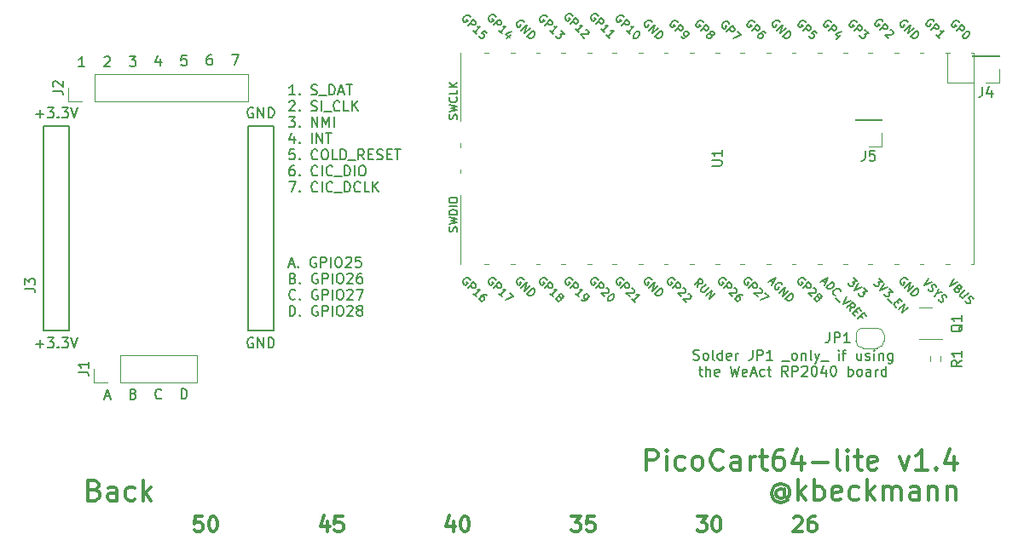
<source format=gto>
G04 #@! TF.GenerationSoftware,KiCad,Pcbnew,7.0.8*
G04 #@! TF.CreationDate,2023-10-30T20:32:02+01:00*
G04 #@! TF.ProjectId,picocart64_v1_lite,7069636f-6361-4727-9436-345f76315f6c,rev?*
G04 #@! TF.SameCoordinates,Original*
G04 #@! TF.FileFunction,Legend,Top*
G04 #@! TF.FilePolarity,Positive*
%FSLAX46Y46*%
G04 Gerber Fmt 4.6, Leading zero omitted, Abs format (unit mm)*
G04 Created by KiCad (PCBNEW 7.0.8) date 2023-10-30 20:32:02*
%MOMM*%
%LPD*%
G01*
G04 APERTURE LIST*
%ADD10C,0.150000*%
%ADD11C,0.300000*%
%ADD12C,0.120000*%
G04 APERTURE END LIST*
D10*
X104355000Y-70870000D02*
X106895000Y-70870000D01*
X106895000Y-91190000D01*
X104355000Y-91190000D01*
X104355000Y-70870000D01*
X124675000Y-70870000D02*
X127215000Y-70870000D01*
X127215000Y-91190000D01*
X124675000Y-91190000D01*
X124675000Y-70870000D01*
D11*
X132571429Y-110178328D02*
X132571429Y-111178328D01*
X132214286Y-109606900D02*
X131857143Y-110678328D01*
X131857143Y-110678328D02*
X132785714Y-110678328D01*
X134071428Y-109678328D02*
X133357142Y-109678328D01*
X133357142Y-109678328D02*
X133285714Y-110392614D01*
X133285714Y-110392614D02*
X133357142Y-110321185D01*
X133357142Y-110321185D02*
X133500000Y-110249757D01*
X133500000Y-110249757D02*
X133857142Y-110249757D01*
X133857142Y-110249757D02*
X134000000Y-110321185D01*
X134000000Y-110321185D02*
X134071428Y-110392614D01*
X134071428Y-110392614D02*
X134142857Y-110535471D01*
X134142857Y-110535471D02*
X134142857Y-110892614D01*
X134142857Y-110892614D02*
X134071428Y-111035471D01*
X134071428Y-111035471D02*
X134000000Y-111106900D01*
X134000000Y-111106900D02*
X133857142Y-111178328D01*
X133857142Y-111178328D02*
X133500000Y-111178328D01*
X133500000Y-111178328D02*
X133357142Y-111106900D01*
X133357142Y-111106900D02*
X133285714Y-111035471D01*
X145071429Y-110178328D02*
X145071429Y-111178328D01*
X144714286Y-109606900D02*
X144357143Y-110678328D01*
X144357143Y-110678328D02*
X145285714Y-110678328D01*
X146142857Y-109678328D02*
X146285714Y-109678328D01*
X146285714Y-109678328D02*
X146428571Y-109749757D01*
X146428571Y-109749757D02*
X146500000Y-109821185D01*
X146500000Y-109821185D02*
X146571428Y-109964042D01*
X146571428Y-109964042D02*
X146642857Y-110249757D01*
X146642857Y-110249757D02*
X146642857Y-110606900D01*
X146642857Y-110606900D02*
X146571428Y-110892614D01*
X146571428Y-110892614D02*
X146500000Y-111035471D01*
X146500000Y-111035471D02*
X146428571Y-111106900D01*
X146428571Y-111106900D02*
X146285714Y-111178328D01*
X146285714Y-111178328D02*
X146142857Y-111178328D01*
X146142857Y-111178328D02*
X146000000Y-111106900D01*
X146000000Y-111106900D02*
X145928571Y-111035471D01*
X145928571Y-111035471D02*
X145857142Y-110892614D01*
X145857142Y-110892614D02*
X145785714Y-110606900D01*
X145785714Y-110606900D02*
X145785714Y-110249757D01*
X145785714Y-110249757D02*
X145857142Y-109964042D01*
X145857142Y-109964042D02*
X145928571Y-109821185D01*
X145928571Y-109821185D02*
X146000000Y-109749757D01*
X146000000Y-109749757D02*
X146142857Y-109678328D01*
X156785714Y-109678328D02*
X157714286Y-109678328D01*
X157714286Y-109678328D02*
X157214286Y-110249757D01*
X157214286Y-110249757D02*
X157428571Y-110249757D01*
X157428571Y-110249757D02*
X157571429Y-110321185D01*
X157571429Y-110321185D02*
X157642857Y-110392614D01*
X157642857Y-110392614D02*
X157714286Y-110535471D01*
X157714286Y-110535471D02*
X157714286Y-110892614D01*
X157714286Y-110892614D02*
X157642857Y-111035471D01*
X157642857Y-111035471D02*
X157571429Y-111106900D01*
X157571429Y-111106900D02*
X157428571Y-111178328D01*
X157428571Y-111178328D02*
X157000000Y-111178328D01*
X157000000Y-111178328D02*
X156857143Y-111106900D01*
X156857143Y-111106900D02*
X156785714Y-111035471D01*
X159071428Y-109678328D02*
X158357142Y-109678328D01*
X158357142Y-109678328D02*
X158285714Y-110392614D01*
X158285714Y-110392614D02*
X158357142Y-110321185D01*
X158357142Y-110321185D02*
X158500000Y-110249757D01*
X158500000Y-110249757D02*
X158857142Y-110249757D01*
X158857142Y-110249757D02*
X159000000Y-110321185D01*
X159000000Y-110321185D02*
X159071428Y-110392614D01*
X159071428Y-110392614D02*
X159142857Y-110535471D01*
X159142857Y-110535471D02*
X159142857Y-110892614D01*
X159142857Y-110892614D02*
X159071428Y-111035471D01*
X159071428Y-111035471D02*
X159000000Y-111106900D01*
X159000000Y-111106900D02*
X158857142Y-111178328D01*
X158857142Y-111178328D02*
X158500000Y-111178328D01*
X158500000Y-111178328D02*
X158357142Y-111106900D01*
X158357142Y-111106900D02*
X158285714Y-111035471D01*
X169285714Y-109678328D02*
X170214286Y-109678328D01*
X170214286Y-109678328D02*
X169714286Y-110249757D01*
X169714286Y-110249757D02*
X169928571Y-110249757D01*
X169928571Y-110249757D02*
X170071429Y-110321185D01*
X170071429Y-110321185D02*
X170142857Y-110392614D01*
X170142857Y-110392614D02*
X170214286Y-110535471D01*
X170214286Y-110535471D02*
X170214286Y-110892614D01*
X170214286Y-110892614D02*
X170142857Y-111035471D01*
X170142857Y-111035471D02*
X170071429Y-111106900D01*
X170071429Y-111106900D02*
X169928571Y-111178328D01*
X169928571Y-111178328D02*
X169500000Y-111178328D01*
X169500000Y-111178328D02*
X169357143Y-111106900D01*
X169357143Y-111106900D02*
X169285714Y-111035471D01*
X171142857Y-109678328D02*
X171285714Y-109678328D01*
X171285714Y-109678328D02*
X171428571Y-109749757D01*
X171428571Y-109749757D02*
X171500000Y-109821185D01*
X171500000Y-109821185D02*
X171571428Y-109964042D01*
X171571428Y-109964042D02*
X171642857Y-110249757D01*
X171642857Y-110249757D02*
X171642857Y-110606900D01*
X171642857Y-110606900D02*
X171571428Y-110892614D01*
X171571428Y-110892614D02*
X171500000Y-111035471D01*
X171500000Y-111035471D02*
X171428571Y-111106900D01*
X171428571Y-111106900D02*
X171285714Y-111178328D01*
X171285714Y-111178328D02*
X171142857Y-111178328D01*
X171142857Y-111178328D02*
X171000000Y-111106900D01*
X171000000Y-111106900D02*
X170928571Y-111035471D01*
X170928571Y-111035471D02*
X170857142Y-110892614D01*
X170857142Y-110892614D02*
X170785714Y-110606900D01*
X170785714Y-110606900D02*
X170785714Y-110249757D01*
X170785714Y-110249757D02*
X170857142Y-109964042D01*
X170857142Y-109964042D02*
X170928571Y-109821185D01*
X170928571Y-109821185D02*
X171000000Y-109749757D01*
X171000000Y-109749757D02*
X171142857Y-109678328D01*
X178857143Y-109821185D02*
X178928571Y-109749757D01*
X178928571Y-109749757D02*
X179071429Y-109678328D01*
X179071429Y-109678328D02*
X179428571Y-109678328D01*
X179428571Y-109678328D02*
X179571429Y-109749757D01*
X179571429Y-109749757D02*
X179642857Y-109821185D01*
X179642857Y-109821185D02*
X179714286Y-109964042D01*
X179714286Y-109964042D02*
X179714286Y-110106900D01*
X179714286Y-110106900D02*
X179642857Y-110321185D01*
X179642857Y-110321185D02*
X178785714Y-111178328D01*
X178785714Y-111178328D02*
X179714286Y-111178328D01*
X181000000Y-109678328D02*
X180714285Y-109678328D01*
X180714285Y-109678328D02*
X180571428Y-109749757D01*
X180571428Y-109749757D02*
X180500000Y-109821185D01*
X180500000Y-109821185D02*
X180357142Y-110035471D01*
X180357142Y-110035471D02*
X180285714Y-110321185D01*
X180285714Y-110321185D02*
X180285714Y-110892614D01*
X180285714Y-110892614D02*
X180357142Y-111035471D01*
X180357142Y-111035471D02*
X180428571Y-111106900D01*
X180428571Y-111106900D02*
X180571428Y-111178328D01*
X180571428Y-111178328D02*
X180857142Y-111178328D01*
X180857142Y-111178328D02*
X181000000Y-111106900D01*
X181000000Y-111106900D02*
X181071428Y-111035471D01*
X181071428Y-111035471D02*
X181142857Y-110892614D01*
X181142857Y-110892614D02*
X181142857Y-110535471D01*
X181142857Y-110535471D02*
X181071428Y-110392614D01*
X181071428Y-110392614D02*
X181000000Y-110321185D01*
X181000000Y-110321185D02*
X180857142Y-110249757D01*
X180857142Y-110249757D02*
X180571428Y-110249757D01*
X180571428Y-110249757D02*
X180428571Y-110321185D01*
X180428571Y-110321185D02*
X180357142Y-110392614D01*
X180357142Y-110392614D02*
X180285714Y-110535471D01*
D10*
X103625000Y-69673866D02*
X104386905Y-69673866D01*
X104005952Y-70054819D02*
X104005952Y-69292914D01*
X104767857Y-69054819D02*
X105386904Y-69054819D01*
X105386904Y-69054819D02*
X105053571Y-69435771D01*
X105053571Y-69435771D02*
X105196428Y-69435771D01*
X105196428Y-69435771D02*
X105291666Y-69483390D01*
X105291666Y-69483390D02*
X105339285Y-69531009D01*
X105339285Y-69531009D02*
X105386904Y-69626247D01*
X105386904Y-69626247D02*
X105386904Y-69864342D01*
X105386904Y-69864342D02*
X105339285Y-69959580D01*
X105339285Y-69959580D02*
X105291666Y-70007200D01*
X105291666Y-70007200D02*
X105196428Y-70054819D01*
X105196428Y-70054819D02*
X104910714Y-70054819D01*
X104910714Y-70054819D02*
X104815476Y-70007200D01*
X104815476Y-70007200D02*
X104767857Y-69959580D01*
X105815476Y-69959580D02*
X105863095Y-70007200D01*
X105863095Y-70007200D02*
X105815476Y-70054819D01*
X105815476Y-70054819D02*
X105767857Y-70007200D01*
X105767857Y-70007200D02*
X105815476Y-69959580D01*
X105815476Y-69959580D02*
X105815476Y-70054819D01*
X106196428Y-69054819D02*
X106815475Y-69054819D01*
X106815475Y-69054819D02*
X106482142Y-69435771D01*
X106482142Y-69435771D02*
X106624999Y-69435771D01*
X106624999Y-69435771D02*
X106720237Y-69483390D01*
X106720237Y-69483390D02*
X106767856Y-69531009D01*
X106767856Y-69531009D02*
X106815475Y-69626247D01*
X106815475Y-69626247D02*
X106815475Y-69864342D01*
X106815475Y-69864342D02*
X106767856Y-69959580D01*
X106767856Y-69959580D02*
X106720237Y-70007200D01*
X106720237Y-70007200D02*
X106624999Y-70054819D01*
X106624999Y-70054819D02*
X106339285Y-70054819D01*
X106339285Y-70054819D02*
X106244047Y-70007200D01*
X106244047Y-70007200D02*
X106196428Y-69959580D01*
X107101190Y-69054819D02*
X107434523Y-70054819D01*
X107434523Y-70054819D02*
X107767856Y-69054819D01*
X110466905Y-97743350D02*
X110943095Y-97743350D01*
X110371667Y-98029065D02*
X110705000Y-97029065D01*
X110705000Y-97029065D02*
X111038333Y-98029065D01*
X116094523Y-97913263D02*
X116046904Y-97960883D01*
X116046904Y-97960883D02*
X115904047Y-98008502D01*
X115904047Y-98008502D02*
X115808809Y-98008502D01*
X115808809Y-98008502D02*
X115665952Y-97960883D01*
X115665952Y-97960883D02*
X115570714Y-97865644D01*
X115570714Y-97865644D02*
X115523095Y-97770406D01*
X115523095Y-97770406D02*
X115475476Y-97579930D01*
X115475476Y-97579930D02*
X115475476Y-97437073D01*
X115475476Y-97437073D02*
X115523095Y-97246597D01*
X115523095Y-97246597D02*
X115570714Y-97151359D01*
X115570714Y-97151359D02*
X115665952Y-97056121D01*
X115665952Y-97056121D02*
X115808809Y-97008502D01*
X115808809Y-97008502D02*
X115904047Y-97008502D01*
X115904047Y-97008502D02*
X116046904Y-97056121D01*
X116046904Y-97056121D02*
X116094523Y-97103740D01*
X103625000Y-92533866D02*
X104386905Y-92533866D01*
X104005952Y-92914819D02*
X104005952Y-92152914D01*
X104767857Y-91914819D02*
X105386904Y-91914819D01*
X105386904Y-91914819D02*
X105053571Y-92295771D01*
X105053571Y-92295771D02*
X105196428Y-92295771D01*
X105196428Y-92295771D02*
X105291666Y-92343390D01*
X105291666Y-92343390D02*
X105339285Y-92391009D01*
X105339285Y-92391009D02*
X105386904Y-92486247D01*
X105386904Y-92486247D02*
X105386904Y-92724342D01*
X105386904Y-92724342D02*
X105339285Y-92819580D01*
X105339285Y-92819580D02*
X105291666Y-92867200D01*
X105291666Y-92867200D02*
X105196428Y-92914819D01*
X105196428Y-92914819D02*
X104910714Y-92914819D01*
X104910714Y-92914819D02*
X104815476Y-92867200D01*
X104815476Y-92867200D02*
X104767857Y-92819580D01*
X105815476Y-92819580D02*
X105863095Y-92867200D01*
X105863095Y-92867200D02*
X105815476Y-92914819D01*
X105815476Y-92914819D02*
X105767857Y-92867200D01*
X105767857Y-92867200D02*
X105815476Y-92819580D01*
X105815476Y-92819580D02*
X105815476Y-92914819D01*
X106196428Y-91914819D02*
X106815475Y-91914819D01*
X106815475Y-91914819D02*
X106482142Y-92295771D01*
X106482142Y-92295771D02*
X106624999Y-92295771D01*
X106624999Y-92295771D02*
X106720237Y-92343390D01*
X106720237Y-92343390D02*
X106767856Y-92391009D01*
X106767856Y-92391009D02*
X106815475Y-92486247D01*
X106815475Y-92486247D02*
X106815475Y-92724342D01*
X106815475Y-92724342D02*
X106767856Y-92819580D01*
X106767856Y-92819580D02*
X106720237Y-92867200D01*
X106720237Y-92867200D02*
X106624999Y-92914819D01*
X106624999Y-92914819D02*
X106339285Y-92914819D01*
X106339285Y-92914819D02*
X106244047Y-92867200D01*
X106244047Y-92867200D02*
X106196428Y-92819580D01*
X107101190Y-91914819D02*
X107434523Y-92914819D01*
X107434523Y-92914819D02*
X107767856Y-91914819D01*
X129355128Y-67764819D02*
X128783700Y-67764819D01*
X129069414Y-67764819D02*
X129069414Y-66764819D01*
X129069414Y-66764819D02*
X128974176Y-66907676D01*
X128974176Y-66907676D02*
X128878938Y-67002914D01*
X128878938Y-67002914D02*
X128783700Y-67050533D01*
X129783700Y-67669580D02*
X129831319Y-67717200D01*
X129831319Y-67717200D02*
X129783700Y-67764819D01*
X129783700Y-67764819D02*
X129736081Y-67717200D01*
X129736081Y-67717200D02*
X129783700Y-67669580D01*
X129783700Y-67669580D02*
X129783700Y-67764819D01*
X130974176Y-67717200D02*
X131117033Y-67764819D01*
X131117033Y-67764819D02*
X131355128Y-67764819D01*
X131355128Y-67764819D02*
X131450366Y-67717200D01*
X131450366Y-67717200D02*
X131497985Y-67669580D01*
X131497985Y-67669580D02*
X131545604Y-67574342D01*
X131545604Y-67574342D02*
X131545604Y-67479104D01*
X131545604Y-67479104D02*
X131497985Y-67383866D01*
X131497985Y-67383866D02*
X131450366Y-67336247D01*
X131450366Y-67336247D02*
X131355128Y-67288628D01*
X131355128Y-67288628D02*
X131164652Y-67241009D01*
X131164652Y-67241009D02*
X131069414Y-67193390D01*
X131069414Y-67193390D02*
X131021795Y-67145771D01*
X131021795Y-67145771D02*
X130974176Y-67050533D01*
X130974176Y-67050533D02*
X130974176Y-66955295D01*
X130974176Y-66955295D02*
X131021795Y-66860057D01*
X131021795Y-66860057D02*
X131069414Y-66812438D01*
X131069414Y-66812438D02*
X131164652Y-66764819D01*
X131164652Y-66764819D02*
X131402747Y-66764819D01*
X131402747Y-66764819D02*
X131545604Y-66812438D01*
X131736081Y-67860057D02*
X132497985Y-67860057D01*
X132736081Y-67764819D02*
X132736081Y-66764819D01*
X132736081Y-66764819D02*
X132974176Y-66764819D01*
X132974176Y-66764819D02*
X133117033Y-66812438D01*
X133117033Y-66812438D02*
X133212271Y-66907676D01*
X133212271Y-66907676D02*
X133259890Y-67002914D01*
X133259890Y-67002914D02*
X133307509Y-67193390D01*
X133307509Y-67193390D02*
X133307509Y-67336247D01*
X133307509Y-67336247D02*
X133259890Y-67526723D01*
X133259890Y-67526723D02*
X133212271Y-67621961D01*
X133212271Y-67621961D02*
X133117033Y-67717200D01*
X133117033Y-67717200D02*
X132974176Y-67764819D01*
X132974176Y-67764819D02*
X132736081Y-67764819D01*
X133688462Y-67479104D02*
X134164652Y-67479104D01*
X133593224Y-67764819D02*
X133926557Y-66764819D01*
X133926557Y-66764819D02*
X134259890Y-67764819D01*
X134450367Y-66764819D02*
X135021795Y-66764819D01*
X134736081Y-67764819D02*
X134736081Y-66764819D01*
X128783700Y-68470057D02*
X128831319Y-68422438D01*
X128831319Y-68422438D02*
X128926557Y-68374819D01*
X128926557Y-68374819D02*
X129164652Y-68374819D01*
X129164652Y-68374819D02*
X129259890Y-68422438D01*
X129259890Y-68422438D02*
X129307509Y-68470057D01*
X129307509Y-68470057D02*
X129355128Y-68565295D01*
X129355128Y-68565295D02*
X129355128Y-68660533D01*
X129355128Y-68660533D02*
X129307509Y-68803390D01*
X129307509Y-68803390D02*
X128736081Y-69374819D01*
X128736081Y-69374819D02*
X129355128Y-69374819D01*
X129783700Y-69279580D02*
X129831319Y-69327200D01*
X129831319Y-69327200D02*
X129783700Y-69374819D01*
X129783700Y-69374819D02*
X129736081Y-69327200D01*
X129736081Y-69327200D02*
X129783700Y-69279580D01*
X129783700Y-69279580D02*
X129783700Y-69374819D01*
X130974176Y-69327200D02*
X131117033Y-69374819D01*
X131117033Y-69374819D02*
X131355128Y-69374819D01*
X131355128Y-69374819D02*
X131450366Y-69327200D01*
X131450366Y-69327200D02*
X131497985Y-69279580D01*
X131497985Y-69279580D02*
X131545604Y-69184342D01*
X131545604Y-69184342D02*
X131545604Y-69089104D01*
X131545604Y-69089104D02*
X131497985Y-68993866D01*
X131497985Y-68993866D02*
X131450366Y-68946247D01*
X131450366Y-68946247D02*
X131355128Y-68898628D01*
X131355128Y-68898628D02*
X131164652Y-68851009D01*
X131164652Y-68851009D02*
X131069414Y-68803390D01*
X131069414Y-68803390D02*
X131021795Y-68755771D01*
X131021795Y-68755771D02*
X130974176Y-68660533D01*
X130974176Y-68660533D02*
X130974176Y-68565295D01*
X130974176Y-68565295D02*
X131021795Y-68470057D01*
X131021795Y-68470057D02*
X131069414Y-68422438D01*
X131069414Y-68422438D02*
X131164652Y-68374819D01*
X131164652Y-68374819D02*
X131402747Y-68374819D01*
X131402747Y-68374819D02*
X131545604Y-68422438D01*
X131974176Y-69374819D02*
X131974176Y-68374819D01*
X132212271Y-69470057D02*
X132974175Y-69470057D01*
X133783699Y-69279580D02*
X133736080Y-69327200D01*
X133736080Y-69327200D02*
X133593223Y-69374819D01*
X133593223Y-69374819D02*
X133497985Y-69374819D01*
X133497985Y-69374819D02*
X133355128Y-69327200D01*
X133355128Y-69327200D02*
X133259890Y-69231961D01*
X133259890Y-69231961D02*
X133212271Y-69136723D01*
X133212271Y-69136723D02*
X133164652Y-68946247D01*
X133164652Y-68946247D02*
X133164652Y-68803390D01*
X133164652Y-68803390D02*
X133212271Y-68612914D01*
X133212271Y-68612914D02*
X133259890Y-68517676D01*
X133259890Y-68517676D02*
X133355128Y-68422438D01*
X133355128Y-68422438D02*
X133497985Y-68374819D01*
X133497985Y-68374819D02*
X133593223Y-68374819D01*
X133593223Y-68374819D02*
X133736080Y-68422438D01*
X133736080Y-68422438D02*
X133783699Y-68470057D01*
X134688461Y-69374819D02*
X134212271Y-69374819D01*
X134212271Y-69374819D02*
X134212271Y-68374819D01*
X135021795Y-69374819D02*
X135021795Y-68374819D01*
X135593223Y-69374819D02*
X135164652Y-68803390D01*
X135593223Y-68374819D02*
X135021795Y-68946247D01*
X128736081Y-69984819D02*
X129355128Y-69984819D01*
X129355128Y-69984819D02*
X129021795Y-70365771D01*
X129021795Y-70365771D02*
X129164652Y-70365771D01*
X129164652Y-70365771D02*
X129259890Y-70413390D01*
X129259890Y-70413390D02*
X129307509Y-70461009D01*
X129307509Y-70461009D02*
X129355128Y-70556247D01*
X129355128Y-70556247D02*
X129355128Y-70794342D01*
X129355128Y-70794342D02*
X129307509Y-70889580D01*
X129307509Y-70889580D02*
X129259890Y-70937200D01*
X129259890Y-70937200D02*
X129164652Y-70984819D01*
X129164652Y-70984819D02*
X128878938Y-70984819D01*
X128878938Y-70984819D02*
X128783700Y-70937200D01*
X128783700Y-70937200D02*
X128736081Y-70889580D01*
X129783700Y-70889580D02*
X129831319Y-70937200D01*
X129831319Y-70937200D02*
X129783700Y-70984819D01*
X129783700Y-70984819D02*
X129736081Y-70937200D01*
X129736081Y-70937200D02*
X129783700Y-70889580D01*
X129783700Y-70889580D02*
X129783700Y-70984819D01*
X131021795Y-70984819D02*
X131021795Y-69984819D01*
X131021795Y-69984819D02*
X131593223Y-70984819D01*
X131593223Y-70984819D02*
X131593223Y-69984819D01*
X132069414Y-70984819D02*
X132069414Y-69984819D01*
X132069414Y-69984819D02*
X132402747Y-70699104D01*
X132402747Y-70699104D02*
X132736080Y-69984819D01*
X132736080Y-69984819D02*
X132736080Y-70984819D01*
X133212271Y-70984819D02*
X133212271Y-69984819D01*
X129259890Y-71928152D02*
X129259890Y-72594819D01*
X129021795Y-71547200D02*
X128783700Y-72261485D01*
X128783700Y-72261485D02*
X129402747Y-72261485D01*
X129783700Y-72499580D02*
X129831319Y-72547200D01*
X129831319Y-72547200D02*
X129783700Y-72594819D01*
X129783700Y-72594819D02*
X129736081Y-72547200D01*
X129736081Y-72547200D02*
X129783700Y-72499580D01*
X129783700Y-72499580D02*
X129783700Y-72594819D01*
X131021795Y-72594819D02*
X131021795Y-71594819D01*
X131497985Y-72594819D02*
X131497985Y-71594819D01*
X131497985Y-71594819D02*
X132069413Y-72594819D01*
X132069413Y-72594819D02*
X132069413Y-71594819D01*
X132402747Y-71594819D02*
X132974175Y-71594819D01*
X132688461Y-72594819D02*
X132688461Y-71594819D01*
X129307509Y-73204819D02*
X128831319Y-73204819D01*
X128831319Y-73204819D02*
X128783700Y-73681009D01*
X128783700Y-73681009D02*
X128831319Y-73633390D01*
X128831319Y-73633390D02*
X128926557Y-73585771D01*
X128926557Y-73585771D02*
X129164652Y-73585771D01*
X129164652Y-73585771D02*
X129259890Y-73633390D01*
X129259890Y-73633390D02*
X129307509Y-73681009D01*
X129307509Y-73681009D02*
X129355128Y-73776247D01*
X129355128Y-73776247D02*
X129355128Y-74014342D01*
X129355128Y-74014342D02*
X129307509Y-74109580D01*
X129307509Y-74109580D02*
X129259890Y-74157200D01*
X129259890Y-74157200D02*
X129164652Y-74204819D01*
X129164652Y-74204819D02*
X128926557Y-74204819D01*
X128926557Y-74204819D02*
X128831319Y-74157200D01*
X128831319Y-74157200D02*
X128783700Y-74109580D01*
X129783700Y-74109580D02*
X129831319Y-74157200D01*
X129831319Y-74157200D02*
X129783700Y-74204819D01*
X129783700Y-74204819D02*
X129736081Y-74157200D01*
X129736081Y-74157200D02*
X129783700Y-74109580D01*
X129783700Y-74109580D02*
X129783700Y-74204819D01*
X131593223Y-74109580D02*
X131545604Y-74157200D01*
X131545604Y-74157200D02*
X131402747Y-74204819D01*
X131402747Y-74204819D02*
X131307509Y-74204819D01*
X131307509Y-74204819D02*
X131164652Y-74157200D01*
X131164652Y-74157200D02*
X131069414Y-74061961D01*
X131069414Y-74061961D02*
X131021795Y-73966723D01*
X131021795Y-73966723D02*
X130974176Y-73776247D01*
X130974176Y-73776247D02*
X130974176Y-73633390D01*
X130974176Y-73633390D02*
X131021795Y-73442914D01*
X131021795Y-73442914D02*
X131069414Y-73347676D01*
X131069414Y-73347676D02*
X131164652Y-73252438D01*
X131164652Y-73252438D02*
X131307509Y-73204819D01*
X131307509Y-73204819D02*
X131402747Y-73204819D01*
X131402747Y-73204819D02*
X131545604Y-73252438D01*
X131545604Y-73252438D02*
X131593223Y-73300057D01*
X132212271Y-73204819D02*
X132402747Y-73204819D01*
X132402747Y-73204819D02*
X132497985Y-73252438D01*
X132497985Y-73252438D02*
X132593223Y-73347676D01*
X132593223Y-73347676D02*
X132640842Y-73538152D01*
X132640842Y-73538152D02*
X132640842Y-73871485D01*
X132640842Y-73871485D02*
X132593223Y-74061961D01*
X132593223Y-74061961D02*
X132497985Y-74157200D01*
X132497985Y-74157200D02*
X132402747Y-74204819D01*
X132402747Y-74204819D02*
X132212271Y-74204819D01*
X132212271Y-74204819D02*
X132117033Y-74157200D01*
X132117033Y-74157200D02*
X132021795Y-74061961D01*
X132021795Y-74061961D02*
X131974176Y-73871485D01*
X131974176Y-73871485D02*
X131974176Y-73538152D01*
X131974176Y-73538152D02*
X132021795Y-73347676D01*
X132021795Y-73347676D02*
X132117033Y-73252438D01*
X132117033Y-73252438D02*
X132212271Y-73204819D01*
X133545604Y-74204819D02*
X133069414Y-74204819D01*
X133069414Y-74204819D02*
X133069414Y-73204819D01*
X133878938Y-74204819D02*
X133878938Y-73204819D01*
X133878938Y-73204819D02*
X134117033Y-73204819D01*
X134117033Y-73204819D02*
X134259890Y-73252438D01*
X134259890Y-73252438D02*
X134355128Y-73347676D01*
X134355128Y-73347676D02*
X134402747Y-73442914D01*
X134402747Y-73442914D02*
X134450366Y-73633390D01*
X134450366Y-73633390D02*
X134450366Y-73776247D01*
X134450366Y-73776247D02*
X134402747Y-73966723D01*
X134402747Y-73966723D02*
X134355128Y-74061961D01*
X134355128Y-74061961D02*
X134259890Y-74157200D01*
X134259890Y-74157200D02*
X134117033Y-74204819D01*
X134117033Y-74204819D02*
X133878938Y-74204819D01*
X134640843Y-74300057D02*
X135402747Y-74300057D01*
X136212271Y-74204819D02*
X135878938Y-73728628D01*
X135640843Y-74204819D02*
X135640843Y-73204819D01*
X135640843Y-73204819D02*
X136021795Y-73204819D01*
X136021795Y-73204819D02*
X136117033Y-73252438D01*
X136117033Y-73252438D02*
X136164652Y-73300057D01*
X136164652Y-73300057D02*
X136212271Y-73395295D01*
X136212271Y-73395295D02*
X136212271Y-73538152D01*
X136212271Y-73538152D02*
X136164652Y-73633390D01*
X136164652Y-73633390D02*
X136117033Y-73681009D01*
X136117033Y-73681009D02*
X136021795Y-73728628D01*
X136021795Y-73728628D02*
X135640843Y-73728628D01*
X136640843Y-73681009D02*
X136974176Y-73681009D01*
X137117033Y-74204819D02*
X136640843Y-74204819D01*
X136640843Y-74204819D02*
X136640843Y-73204819D01*
X136640843Y-73204819D02*
X137117033Y-73204819D01*
X137497986Y-74157200D02*
X137640843Y-74204819D01*
X137640843Y-74204819D02*
X137878938Y-74204819D01*
X137878938Y-74204819D02*
X137974176Y-74157200D01*
X137974176Y-74157200D02*
X138021795Y-74109580D01*
X138021795Y-74109580D02*
X138069414Y-74014342D01*
X138069414Y-74014342D02*
X138069414Y-73919104D01*
X138069414Y-73919104D02*
X138021795Y-73823866D01*
X138021795Y-73823866D02*
X137974176Y-73776247D01*
X137974176Y-73776247D02*
X137878938Y-73728628D01*
X137878938Y-73728628D02*
X137688462Y-73681009D01*
X137688462Y-73681009D02*
X137593224Y-73633390D01*
X137593224Y-73633390D02*
X137545605Y-73585771D01*
X137545605Y-73585771D02*
X137497986Y-73490533D01*
X137497986Y-73490533D02*
X137497986Y-73395295D01*
X137497986Y-73395295D02*
X137545605Y-73300057D01*
X137545605Y-73300057D02*
X137593224Y-73252438D01*
X137593224Y-73252438D02*
X137688462Y-73204819D01*
X137688462Y-73204819D02*
X137926557Y-73204819D01*
X137926557Y-73204819D02*
X138069414Y-73252438D01*
X138497986Y-73681009D02*
X138831319Y-73681009D01*
X138974176Y-74204819D02*
X138497986Y-74204819D01*
X138497986Y-74204819D02*
X138497986Y-73204819D01*
X138497986Y-73204819D02*
X138974176Y-73204819D01*
X139259891Y-73204819D02*
X139831319Y-73204819D01*
X139545605Y-74204819D02*
X139545605Y-73204819D01*
X129259890Y-74814819D02*
X129069414Y-74814819D01*
X129069414Y-74814819D02*
X128974176Y-74862438D01*
X128974176Y-74862438D02*
X128926557Y-74910057D01*
X128926557Y-74910057D02*
X128831319Y-75052914D01*
X128831319Y-75052914D02*
X128783700Y-75243390D01*
X128783700Y-75243390D02*
X128783700Y-75624342D01*
X128783700Y-75624342D02*
X128831319Y-75719580D01*
X128831319Y-75719580D02*
X128878938Y-75767200D01*
X128878938Y-75767200D02*
X128974176Y-75814819D01*
X128974176Y-75814819D02*
X129164652Y-75814819D01*
X129164652Y-75814819D02*
X129259890Y-75767200D01*
X129259890Y-75767200D02*
X129307509Y-75719580D01*
X129307509Y-75719580D02*
X129355128Y-75624342D01*
X129355128Y-75624342D02*
X129355128Y-75386247D01*
X129355128Y-75386247D02*
X129307509Y-75291009D01*
X129307509Y-75291009D02*
X129259890Y-75243390D01*
X129259890Y-75243390D02*
X129164652Y-75195771D01*
X129164652Y-75195771D02*
X128974176Y-75195771D01*
X128974176Y-75195771D02*
X128878938Y-75243390D01*
X128878938Y-75243390D02*
X128831319Y-75291009D01*
X128831319Y-75291009D02*
X128783700Y-75386247D01*
X129783700Y-75719580D02*
X129831319Y-75767200D01*
X129831319Y-75767200D02*
X129783700Y-75814819D01*
X129783700Y-75814819D02*
X129736081Y-75767200D01*
X129736081Y-75767200D02*
X129783700Y-75719580D01*
X129783700Y-75719580D02*
X129783700Y-75814819D01*
X131593223Y-75719580D02*
X131545604Y-75767200D01*
X131545604Y-75767200D02*
X131402747Y-75814819D01*
X131402747Y-75814819D02*
X131307509Y-75814819D01*
X131307509Y-75814819D02*
X131164652Y-75767200D01*
X131164652Y-75767200D02*
X131069414Y-75671961D01*
X131069414Y-75671961D02*
X131021795Y-75576723D01*
X131021795Y-75576723D02*
X130974176Y-75386247D01*
X130974176Y-75386247D02*
X130974176Y-75243390D01*
X130974176Y-75243390D02*
X131021795Y-75052914D01*
X131021795Y-75052914D02*
X131069414Y-74957676D01*
X131069414Y-74957676D02*
X131164652Y-74862438D01*
X131164652Y-74862438D02*
X131307509Y-74814819D01*
X131307509Y-74814819D02*
X131402747Y-74814819D01*
X131402747Y-74814819D02*
X131545604Y-74862438D01*
X131545604Y-74862438D02*
X131593223Y-74910057D01*
X132021795Y-75814819D02*
X132021795Y-74814819D01*
X133069413Y-75719580D02*
X133021794Y-75767200D01*
X133021794Y-75767200D02*
X132878937Y-75814819D01*
X132878937Y-75814819D02*
X132783699Y-75814819D01*
X132783699Y-75814819D02*
X132640842Y-75767200D01*
X132640842Y-75767200D02*
X132545604Y-75671961D01*
X132545604Y-75671961D02*
X132497985Y-75576723D01*
X132497985Y-75576723D02*
X132450366Y-75386247D01*
X132450366Y-75386247D02*
X132450366Y-75243390D01*
X132450366Y-75243390D02*
X132497985Y-75052914D01*
X132497985Y-75052914D02*
X132545604Y-74957676D01*
X132545604Y-74957676D02*
X132640842Y-74862438D01*
X132640842Y-74862438D02*
X132783699Y-74814819D01*
X132783699Y-74814819D02*
X132878937Y-74814819D01*
X132878937Y-74814819D02*
X133021794Y-74862438D01*
X133021794Y-74862438D02*
X133069413Y-74910057D01*
X133259890Y-75910057D02*
X134021794Y-75910057D01*
X134259890Y-75814819D02*
X134259890Y-74814819D01*
X134259890Y-74814819D02*
X134497985Y-74814819D01*
X134497985Y-74814819D02*
X134640842Y-74862438D01*
X134640842Y-74862438D02*
X134736080Y-74957676D01*
X134736080Y-74957676D02*
X134783699Y-75052914D01*
X134783699Y-75052914D02*
X134831318Y-75243390D01*
X134831318Y-75243390D02*
X134831318Y-75386247D01*
X134831318Y-75386247D02*
X134783699Y-75576723D01*
X134783699Y-75576723D02*
X134736080Y-75671961D01*
X134736080Y-75671961D02*
X134640842Y-75767200D01*
X134640842Y-75767200D02*
X134497985Y-75814819D01*
X134497985Y-75814819D02*
X134259890Y-75814819D01*
X135259890Y-75814819D02*
X135259890Y-74814819D01*
X135926556Y-74814819D02*
X136117032Y-74814819D01*
X136117032Y-74814819D02*
X136212270Y-74862438D01*
X136212270Y-74862438D02*
X136307508Y-74957676D01*
X136307508Y-74957676D02*
X136355127Y-75148152D01*
X136355127Y-75148152D02*
X136355127Y-75481485D01*
X136355127Y-75481485D02*
X136307508Y-75671961D01*
X136307508Y-75671961D02*
X136212270Y-75767200D01*
X136212270Y-75767200D02*
X136117032Y-75814819D01*
X136117032Y-75814819D02*
X135926556Y-75814819D01*
X135926556Y-75814819D02*
X135831318Y-75767200D01*
X135831318Y-75767200D02*
X135736080Y-75671961D01*
X135736080Y-75671961D02*
X135688461Y-75481485D01*
X135688461Y-75481485D02*
X135688461Y-75148152D01*
X135688461Y-75148152D02*
X135736080Y-74957676D01*
X135736080Y-74957676D02*
X135831318Y-74862438D01*
X135831318Y-74862438D02*
X135926556Y-74814819D01*
X128736081Y-76424819D02*
X129402747Y-76424819D01*
X129402747Y-76424819D02*
X128974176Y-77424819D01*
X129783700Y-77329580D02*
X129831319Y-77377200D01*
X129831319Y-77377200D02*
X129783700Y-77424819D01*
X129783700Y-77424819D02*
X129736081Y-77377200D01*
X129736081Y-77377200D02*
X129783700Y-77329580D01*
X129783700Y-77329580D02*
X129783700Y-77424819D01*
X131593223Y-77329580D02*
X131545604Y-77377200D01*
X131545604Y-77377200D02*
X131402747Y-77424819D01*
X131402747Y-77424819D02*
X131307509Y-77424819D01*
X131307509Y-77424819D02*
X131164652Y-77377200D01*
X131164652Y-77377200D02*
X131069414Y-77281961D01*
X131069414Y-77281961D02*
X131021795Y-77186723D01*
X131021795Y-77186723D02*
X130974176Y-76996247D01*
X130974176Y-76996247D02*
X130974176Y-76853390D01*
X130974176Y-76853390D02*
X131021795Y-76662914D01*
X131021795Y-76662914D02*
X131069414Y-76567676D01*
X131069414Y-76567676D02*
X131164652Y-76472438D01*
X131164652Y-76472438D02*
X131307509Y-76424819D01*
X131307509Y-76424819D02*
X131402747Y-76424819D01*
X131402747Y-76424819D02*
X131545604Y-76472438D01*
X131545604Y-76472438D02*
X131593223Y-76520057D01*
X132021795Y-77424819D02*
X132021795Y-76424819D01*
X133069413Y-77329580D02*
X133021794Y-77377200D01*
X133021794Y-77377200D02*
X132878937Y-77424819D01*
X132878937Y-77424819D02*
X132783699Y-77424819D01*
X132783699Y-77424819D02*
X132640842Y-77377200D01*
X132640842Y-77377200D02*
X132545604Y-77281961D01*
X132545604Y-77281961D02*
X132497985Y-77186723D01*
X132497985Y-77186723D02*
X132450366Y-76996247D01*
X132450366Y-76996247D02*
X132450366Y-76853390D01*
X132450366Y-76853390D02*
X132497985Y-76662914D01*
X132497985Y-76662914D02*
X132545604Y-76567676D01*
X132545604Y-76567676D02*
X132640842Y-76472438D01*
X132640842Y-76472438D02*
X132783699Y-76424819D01*
X132783699Y-76424819D02*
X132878937Y-76424819D01*
X132878937Y-76424819D02*
X133021794Y-76472438D01*
X133021794Y-76472438D02*
X133069413Y-76520057D01*
X133259890Y-77520057D02*
X134021794Y-77520057D01*
X134259890Y-77424819D02*
X134259890Y-76424819D01*
X134259890Y-76424819D02*
X134497985Y-76424819D01*
X134497985Y-76424819D02*
X134640842Y-76472438D01*
X134640842Y-76472438D02*
X134736080Y-76567676D01*
X134736080Y-76567676D02*
X134783699Y-76662914D01*
X134783699Y-76662914D02*
X134831318Y-76853390D01*
X134831318Y-76853390D02*
X134831318Y-76996247D01*
X134831318Y-76996247D02*
X134783699Y-77186723D01*
X134783699Y-77186723D02*
X134736080Y-77281961D01*
X134736080Y-77281961D02*
X134640842Y-77377200D01*
X134640842Y-77377200D02*
X134497985Y-77424819D01*
X134497985Y-77424819D02*
X134259890Y-77424819D01*
X135831318Y-77329580D02*
X135783699Y-77377200D01*
X135783699Y-77377200D02*
X135640842Y-77424819D01*
X135640842Y-77424819D02*
X135545604Y-77424819D01*
X135545604Y-77424819D02*
X135402747Y-77377200D01*
X135402747Y-77377200D02*
X135307509Y-77281961D01*
X135307509Y-77281961D02*
X135259890Y-77186723D01*
X135259890Y-77186723D02*
X135212271Y-76996247D01*
X135212271Y-76996247D02*
X135212271Y-76853390D01*
X135212271Y-76853390D02*
X135259890Y-76662914D01*
X135259890Y-76662914D02*
X135307509Y-76567676D01*
X135307509Y-76567676D02*
X135402747Y-76472438D01*
X135402747Y-76472438D02*
X135545604Y-76424819D01*
X135545604Y-76424819D02*
X135640842Y-76424819D01*
X135640842Y-76424819D02*
X135783699Y-76472438D01*
X135783699Y-76472438D02*
X135831318Y-76520057D01*
X136736080Y-77424819D02*
X136259890Y-77424819D01*
X136259890Y-77424819D02*
X136259890Y-76424819D01*
X137069414Y-77424819D02*
X137069414Y-76424819D01*
X137640842Y-77424819D02*
X137212271Y-76853390D01*
X137640842Y-76424819D02*
X137069414Y-76996247D01*
X108450714Y-64970819D02*
X107879286Y-64970819D01*
X108165000Y-64970819D02*
X108165000Y-63970819D01*
X108165000Y-63970819D02*
X108069762Y-64113676D01*
X108069762Y-64113676D02*
X107974524Y-64208914D01*
X107974524Y-64208914D02*
X107879286Y-64256533D01*
X125183095Y-69088815D02*
X125087857Y-69041196D01*
X125087857Y-69041196D02*
X124945000Y-69041196D01*
X124945000Y-69041196D02*
X124802143Y-69088815D01*
X124802143Y-69088815D02*
X124706905Y-69184053D01*
X124706905Y-69184053D02*
X124659286Y-69279291D01*
X124659286Y-69279291D02*
X124611667Y-69469767D01*
X124611667Y-69469767D02*
X124611667Y-69612624D01*
X124611667Y-69612624D02*
X124659286Y-69803100D01*
X124659286Y-69803100D02*
X124706905Y-69898338D01*
X124706905Y-69898338D02*
X124802143Y-69993577D01*
X124802143Y-69993577D02*
X124945000Y-70041196D01*
X124945000Y-70041196D02*
X125040238Y-70041196D01*
X125040238Y-70041196D02*
X125183095Y-69993577D01*
X125183095Y-69993577D02*
X125230714Y-69945957D01*
X125230714Y-69945957D02*
X125230714Y-69612624D01*
X125230714Y-69612624D02*
X125040238Y-69612624D01*
X125659286Y-70041196D02*
X125659286Y-69041196D01*
X125659286Y-69041196D02*
X126230714Y-70041196D01*
X126230714Y-70041196D02*
X126230714Y-69041196D01*
X126706905Y-70041196D02*
X126706905Y-69041196D01*
X126706905Y-69041196D02*
X126945000Y-69041196D01*
X126945000Y-69041196D02*
X127087857Y-69088815D01*
X127087857Y-69088815D02*
X127183095Y-69184053D01*
X127183095Y-69184053D02*
X127230714Y-69279291D01*
X127230714Y-69279291D02*
X127278333Y-69469767D01*
X127278333Y-69469767D02*
X127278333Y-69612624D01*
X127278333Y-69612624D02*
X127230714Y-69803100D01*
X127230714Y-69803100D02*
X127183095Y-69898338D01*
X127183095Y-69898338D02*
X127087857Y-69993577D01*
X127087857Y-69993577D02*
X126945000Y-70041196D01*
X126945000Y-70041196D02*
X126706905Y-70041196D01*
D11*
X120142857Y-109678328D02*
X119428571Y-109678328D01*
X119428571Y-109678328D02*
X119357143Y-110392614D01*
X119357143Y-110392614D02*
X119428571Y-110321185D01*
X119428571Y-110321185D02*
X119571429Y-110249757D01*
X119571429Y-110249757D02*
X119928571Y-110249757D01*
X119928571Y-110249757D02*
X120071429Y-110321185D01*
X120071429Y-110321185D02*
X120142857Y-110392614D01*
X120142857Y-110392614D02*
X120214286Y-110535471D01*
X120214286Y-110535471D02*
X120214286Y-110892614D01*
X120214286Y-110892614D02*
X120142857Y-111035471D01*
X120142857Y-111035471D02*
X120071429Y-111106900D01*
X120071429Y-111106900D02*
X119928571Y-111178328D01*
X119928571Y-111178328D02*
X119571429Y-111178328D01*
X119571429Y-111178328D02*
X119428571Y-111106900D01*
X119428571Y-111106900D02*
X119357143Y-111035471D01*
X121142857Y-109678328D02*
X121285714Y-109678328D01*
X121285714Y-109678328D02*
X121428571Y-109749757D01*
X121428571Y-109749757D02*
X121500000Y-109821185D01*
X121500000Y-109821185D02*
X121571428Y-109964042D01*
X121571428Y-109964042D02*
X121642857Y-110249757D01*
X121642857Y-110249757D02*
X121642857Y-110606900D01*
X121642857Y-110606900D02*
X121571428Y-110892614D01*
X121571428Y-110892614D02*
X121500000Y-111035471D01*
X121500000Y-111035471D02*
X121428571Y-111106900D01*
X121428571Y-111106900D02*
X121285714Y-111178328D01*
X121285714Y-111178328D02*
X121142857Y-111178328D01*
X121142857Y-111178328D02*
X121000000Y-111106900D01*
X121000000Y-111106900D02*
X120928571Y-111035471D01*
X120928571Y-111035471D02*
X120857142Y-110892614D01*
X120857142Y-110892614D02*
X120785714Y-110606900D01*
X120785714Y-110606900D02*
X120785714Y-110249757D01*
X120785714Y-110249757D02*
X120857142Y-109964042D01*
X120857142Y-109964042D02*
X120928571Y-109821185D01*
X120928571Y-109821185D02*
X121000000Y-109749757D01*
X121000000Y-109749757D02*
X121142857Y-109678328D01*
D10*
X118563095Y-63843710D02*
X118086905Y-63843710D01*
X118086905Y-63843710D02*
X118039286Y-64319900D01*
X118039286Y-64319900D02*
X118086905Y-64272281D01*
X118086905Y-64272281D02*
X118182143Y-64224662D01*
X118182143Y-64224662D02*
X118420238Y-64224662D01*
X118420238Y-64224662D02*
X118515476Y-64272281D01*
X118515476Y-64272281D02*
X118563095Y-64319900D01*
X118563095Y-64319900D02*
X118610714Y-64415138D01*
X118610714Y-64415138D02*
X118610714Y-64653233D01*
X118610714Y-64653233D02*
X118563095Y-64748471D01*
X118563095Y-64748471D02*
X118515476Y-64796091D01*
X118515476Y-64796091D02*
X118420238Y-64843710D01*
X118420238Y-64843710D02*
X118182143Y-64843710D01*
X118182143Y-64843710D02*
X118086905Y-64796091D01*
X118086905Y-64796091D02*
X118039286Y-64748471D01*
X115975476Y-64217901D02*
X115975476Y-64884568D01*
X115737381Y-63836949D02*
X115499286Y-64551234D01*
X115499286Y-64551234D02*
X116118333Y-64551234D01*
X125179691Y-91962438D02*
X125084453Y-91914819D01*
X125084453Y-91914819D02*
X124941596Y-91914819D01*
X124941596Y-91914819D02*
X124798739Y-91962438D01*
X124798739Y-91962438D02*
X124703501Y-92057676D01*
X124703501Y-92057676D02*
X124655882Y-92152914D01*
X124655882Y-92152914D02*
X124608263Y-92343390D01*
X124608263Y-92343390D02*
X124608263Y-92486247D01*
X124608263Y-92486247D02*
X124655882Y-92676723D01*
X124655882Y-92676723D02*
X124703501Y-92771961D01*
X124703501Y-92771961D02*
X124798739Y-92867200D01*
X124798739Y-92867200D02*
X124941596Y-92914819D01*
X124941596Y-92914819D02*
X125036834Y-92914819D01*
X125036834Y-92914819D02*
X125179691Y-92867200D01*
X125179691Y-92867200D02*
X125227310Y-92819580D01*
X125227310Y-92819580D02*
X125227310Y-92486247D01*
X125227310Y-92486247D02*
X125036834Y-92486247D01*
X125655882Y-92914819D02*
X125655882Y-91914819D01*
X125655882Y-91914819D02*
X126227310Y-92914819D01*
X126227310Y-92914819D02*
X126227310Y-91914819D01*
X126703501Y-92914819D02*
X126703501Y-91914819D01*
X126703501Y-91914819D02*
X126941596Y-91914819D01*
X126941596Y-91914819D02*
X127084453Y-91962438D01*
X127084453Y-91962438D02*
X127179691Y-92057676D01*
X127179691Y-92057676D02*
X127227310Y-92152914D01*
X127227310Y-92152914D02*
X127274929Y-92343390D01*
X127274929Y-92343390D02*
X127274929Y-92486247D01*
X127274929Y-92486247D02*
X127227310Y-92676723D01*
X127227310Y-92676723D02*
X127179691Y-92771961D01*
X127179691Y-92771961D02*
X127084453Y-92867200D01*
X127084453Y-92867200D02*
X126941596Y-92914819D01*
X126941596Y-92914819D02*
X126703501Y-92914819D01*
X121055476Y-63802852D02*
X120865000Y-63802852D01*
X120865000Y-63802852D02*
X120769762Y-63850471D01*
X120769762Y-63850471D02*
X120722143Y-63898090D01*
X120722143Y-63898090D02*
X120626905Y-64040947D01*
X120626905Y-64040947D02*
X120579286Y-64231423D01*
X120579286Y-64231423D02*
X120579286Y-64612375D01*
X120579286Y-64612375D02*
X120626905Y-64707613D01*
X120626905Y-64707613D02*
X120674524Y-64755233D01*
X120674524Y-64755233D02*
X120769762Y-64802852D01*
X120769762Y-64802852D02*
X120960238Y-64802852D01*
X120960238Y-64802852D02*
X121055476Y-64755233D01*
X121055476Y-64755233D02*
X121103095Y-64707613D01*
X121103095Y-64707613D02*
X121150714Y-64612375D01*
X121150714Y-64612375D02*
X121150714Y-64374280D01*
X121150714Y-64374280D02*
X121103095Y-64279042D01*
X121103095Y-64279042D02*
X121055476Y-64231423D01*
X121055476Y-64231423D02*
X120960238Y-64183804D01*
X120960238Y-64183804D02*
X120769762Y-64183804D01*
X120769762Y-64183804D02*
X120674524Y-64231423D01*
X120674524Y-64231423D02*
X120626905Y-64279042D01*
X120626905Y-64279042D02*
X120579286Y-64374280D01*
X110419286Y-64061522D02*
X110466905Y-64013903D01*
X110466905Y-64013903D02*
X110562143Y-63966284D01*
X110562143Y-63966284D02*
X110800238Y-63966284D01*
X110800238Y-63966284D02*
X110895476Y-64013903D01*
X110895476Y-64013903D02*
X110943095Y-64061522D01*
X110943095Y-64061522D02*
X110990714Y-64156760D01*
X110990714Y-64156760D02*
X110990714Y-64251998D01*
X110990714Y-64251998D02*
X110943095Y-64394855D01*
X110943095Y-64394855D02*
X110371667Y-64966284D01*
X110371667Y-64966284D02*
X110990714Y-64966284D01*
X128774160Y-84622104D02*
X129250350Y-84622104D01*
X128678922Y-84907819D02*
X129012255Y-83907819D01*
X129012255Y-83907819D02*
X129345588Y-84907819D01*
X129678922Y-84812580D02*
X129726541Y-84860200D01*
X129726541Y-84860200D02*
X129678922Y-84907819D01*
X129678922Y-84907819D02*
X129631303Y-84860200D01*
X129631303Y-84860200D02*
X129678922Y-84812580D01*
X129678922Y-84812580D02*
X129678922Y-84907819D01*
X131440826Y-83955438D02*
X131345588Y-83907819D01*
X131345588Y-83907819D02*
X131202731Y-83907819D01*
X131202731Y-83907819D02*
X131059874Y-83955438D01*
X131059874Y-83955438D02*
X130964636Y-84050676D01*
X130964636Y-84050676D02*
X130917017Y-84145914D01*
X130917017Y-84145914D02*
X130869398Y-84336390D01*
X130869398Y-84336390D02*
X130869398Y-84479247D01*
X130869398Y-84479247D02*
X130917017Y-84669723D01*
X130917017Y-84669723D02*
X130964636Y-84764961D01*
X130964636Y-84764961D02*
X131059874Y-84860200D01*
X131059874Y-84860200D02*
X131202731Y-84907819D01*
X131202731Y-84907819D02*
X131297969Y-84907819D01*
X131297969Y-84907819D02*
X131440826Y-84860200D01*
X131440826Y-84860200D02*
X131488445Y-84812580D01*
X131488445Y-84812580D02*
X131488445Y-84479247D01*
X131488445Y-84479247D02*
X131297969Y-84479247D01*
X131917017Y-84907819D02*
X131917017Y-83907819D01*
X131917017Y-83907819D02*
X132297969Y-83907819D01*
X132297969Y-83907819D02*
X132393207Y-83955438D01*
X132393207Y-83955438D02*
X132440826Y-84003057D01*
X132440826Y-84003057D02*
X132488445Y-84098295D01*
X132488445Y-84098295D02*
X132488445Y-84241152D01*
X132488445Y-84241152D02*
X132440826Y-84336390D01*
X132440826Y-84336390D02*
X132393207Y-84384009D01*
X132393207Y-84384009D02*
X132297969Y-84431628D01*
X132297969Y-84431628D02*
X131917017Y-84431628D01*
X132917017Y-84907819D02*
X132917017Y-83907819D01*
X133583683Y-83907819D02*
X133774159Y-83907819D01*
X133774159Y-83907819D02*
X133869397Y-83955438D01*
X133869397Y-83955438D02*
X133964635Y-84050676D01*
X133964635Y-84050676D02*
X134012254Y-84241152D01*
X134012254Y-84241152D02*
X134012254Y-84574485D01*
X134012254Y-84574485D02*
X133964635Y-84764961D01*
X133964635Y-84764961D02*
X133869397Y-84860200D01*
X133869397Y-84860200D02*
X133774159Y-84907819D01*
X133774159Y-84907819D02*
X133583683Y-84907819D01*
X133583683Y-84907819D02*
X133488445Y-84860200D01*
X133488445Y-84860200D02*
X133393207Y-84764961D01*
X133393207Y-84764961D02*
X133345588Y-84574485D01*
X133345588Y-84574485D02*
X133345588Y-84241152D01*
X133345588Y-84241152D02*
X133393207Y-84050676D01*
X133393207Y-84050676D02*
X133488445Y-83955438D01*
X133488445Y-83955438D02*
X133583683Y-83907819D01*
X134393207Y-84003057D02*
X134440826Y-83955438D01*
X134440826Y-83955438D02*
X134536064Y-83907819D01*
X134536064Y-83907819D02*
X134774159Y-83907819D01*
X134774159Y-83907819D02*
X134869397Y-83955438D01*
X134869397Y-83955438D02*
X134917016Y-84003057D01*
X134917016Y-84003057D02*
X134964635Y-84098295D01*
X134964635Y-84098295D02*
X134964635Y-84193533D01*
X134964635Y-84193533D02*
X134917016Y-84336390D01*
X134917016Y-84336390D02*
X134345588Y-84907819D01*
X134345588Y-84907819D02*
X134964635Y-84907819D01*
X135869397Y-83907819D02*
X135393207Y-83907819D01*
X135393207Y-83907819D02*
X135345588Y-84384009D01*
X135345588Y-84384009D02*
X135393207Y-84336390D01*
X135393207Y-84336390D02*
X135488445Y-84288771D01*
X135488445Y-84288771D02*
X135726540Y-84288771D01*
X135726540Y-84288771D02*
X135821778Y-84336390D01*
X135821778Y-84336390D02*
X135869397Y-84384009D01*
X135869397Y-84384009D02*
X135917016Y-84479247D01*
X135917016Y-84479247D02*
X135917016Y-84717342D01*
X135917016Y-84717342D02*
X135869397Y-84812580D01*
X135869397Y-84812580D02*
X135821778Y-84860200D01*
X135821778Y-84860200D02*
X135726540Y-84907819D01*
X135726540Y-84907819D02*
X135488445Y-84907819D01*
X135488445Y-84907819D02*
X135393207Y-84860200D01*
X135393207Y-84860200D02*
X135345588Y-84812580D01*
X129155112Y-85994009D02*
X129297969Y-86041628D01*
X129297969Y-86041628D02*
X129345588Y-86089247D01*
X129345588Y-86089247D02*
X129393207Y-86184485D01*
X129393207Y-86184485D02*
X129393207Y-86327342D01*
X129393207Y-86327342D02*
X129345588Y-86422580D01*
X129345588Y-86422580D02*
X129297969Y-86470200D01*
X129297969Y-86470200D02*
X129202731Y-86517819D01*
X129202731Y-86517819D02*
X128821779Y-86517819D01*
X128821779Y-86517819D02*
X128821779Y-85517819D01*
X128821779Y-85517819D02*
X129155112Y-85517819D01*
X129155112Y-85517819D02*
X129250350Y-85565438D01*
X129250350Y-85565438D02*
X129297969Y-85613057D01*
X129297969Y-85613057D02*
X129345588Y-85708295D01*
X129345588Y-85708295D02*
X129345588Y-85803533D01*
X129345588Y-85803533D02*
X129297969Y-85898771D01*
X129297969Y-85898771D02*
X129250350Y-85946390D01*
X129250350Y-85946390D02*
X129155112Y-85994009D01*
X129155112Y-85994009D02*
X128821779Y-85994009D01*
X129821779Y-86422580D02*
X129869398Y-86470200D01*
X129869398Y-86470200D02*
X129821779Y-86517819D01*
X129821779Y-86517819D02*
X129774160Y-86470200D01*
X129774160Y-86470200D02*
X129821779Y-86422580D01*
X129821779Y-86422580D02*
X129821779Y-86517819D01*
X131583683Y-85565438D02*
X131488445Y-85517819D01*
X131488445Y-85517819D02*
X131345588Y-85517819D01*
X131345588Y-85517819D02*
X131202731Y-85565438D01*
X131202731Y-85565438D02*
X131107493Y-85660676D01*
X131107493Y-85660676D02*
X131059874Y-85755914D01*
X131059874Y-85755914D02*
X131012255Y-85946390D01*
X131012255Y-85946390D02*
X131012255Y-86089247D01*
X131012255Y-86089247D02*
X131059874Y-86279723D01*
X131059874Y-86279723D02*
X131107493Y-86374961D01*
X131107493Y-86374961D02*
X131202731Y-86470200D01*
X131202731Y-86470200D02*
X131345588Y-86517819D01*
X131345588Y-86517819D02*
X131440826Y-86517819D01*
X131440826Y-86517819D02*
X131583683Y-86470200D01*
X131583683Y-86470200D02*
X131631302Y-86422580D01*
X131631302Y-86422580D02*
X131631302Y-86089247D01*
X131631302Y-86089247D02*
X131440826Y-86089247D01*
X132059874Y-86517819D02*
X132059874Y-85517819D01*
X132059874Y-85517819D02*
X132440826Y-85517819D01*
X132440826Y-85517819D02*
X132536064Y-85565438D01*
X132536064Y-85565438D02*
X132583683Y-85613057D01*
X132583683Y-85613057D02*
X132631302Y-85708295D01*
X132631302Y-85708295D02*
X132631302Y-85851152D01*
X132631302Y-85851152D02*
X132583683Y-85946390D01*
X132583683Y-85946390D02*
X132536064Y-85994009D01*
X132536064Y-85994009D02*
X132440826Y-86041628D01*
X132440826Y-86041628D02*
X132059874Y-86041628D01*
X133059874Y-86517819D02*
X133059874Y-85517819D01*
X133726540Y-85517819D02*
X133917016Y-85517819D01*
X133917016Y-85517819D02*
X134012254Y-85565438D01*
X134012254Y-85565438D02*
X134107492Y-85660676D01*
X134107492Y-85660676D02*
X134155111Y-85851152D01*
X134155111Y-85851152D02*
X134155111Y-86184485D01*
X134155111Y-86184485D02*
X134107492Y-86374961D01*
X134107492Y-86374961D02*
X134012254Y-86470200D01*
X134012254Y-86470200D02*
X133917016Y-86517819D01*
X133917016Y-86517819D02*
X133726540Y-86517819D01*
X133726540Y-86517819D02*
X133631302Y-86470200D01*
X133631302Y-86470200D02*
X133536064Y-86374961D01*
X133536064Y-86374961D02*
X133488445Y-86184485D01*
X133488445Y-86184485D02*
X133488445Y-85851152D01*
X133488445Y-85851152D02*
X133536064Y-85660676D01*
X133536064Y-85660676D02*
X133631302Y-85565438D01*
X133631302Y-85565438D02*
X133726540Y-85517819D01*
X134536064Y-85613057D02*
X134583683Y-85565438D01*
X134583683Y-85565438D02*
X134678921Y-85517819D01*
X134678921Y-85517819D02*
X134917016Y-85517819D01*
X134917016Y-85517819D02*
X135012254Y-85565438D01*
X135012254Y-85565438D02*
X135059873Y-85613057D01*
X135059873Y-85613057D02*
X135107492Y-85708295D01*
X135107492Y-85708295D02*
X135107492Y-85803533D01*
X135107492Y-85803533D02*
X135059873Y-85946390D01*
X135059873Y-85946390D02*
X134488445Y-86517819D01*
X134488445Y-86517819D02*
X135107492Y-86517819D01*
X135964635Y-85517819D02*
X135774159Y-85517819D01*
X135774159Y-85517819D02*
X135678921Y-85565438D01*
X135678921Y-85565438D02*
X135631302Y-85613057D01*
X135631302Y-85613057D02*
X135536064Y-85755914D01*
X135536064Y-85755914D02*
X135488445Y-85946390D01*
X135488445Y-85946390D02*
X135488445Y-86327342D01*
X135488445Y-86327342D02*
X135536064Y-86422580D01*
X135536064Y-86422580D02*
X135583683Y-86470200D01*
X135583683Y-86470200D02*
X135678921Y-86517819D01*
X135678921Y-86517819D02*
X135869397Y-86517819D01*
X135869397Y-86517819D02*
X135964635Y-86470200D01*
X135964635Y-86470200D02*
X136012254Y-86422580D01*
X136012254Y-86422580D02*
X136059873Y-86327342D01*
X136059873Y-86327342D02*
X136059873Y-86089247D01*
X136059873Y-86089247D02*
X136012254Y-85994009D01*
X136012254Y-85994009D02*
X135964635Y-85946390D01*
X135964635Y-85946390D02*
X135869397Y-85898771D01*
X135869397Y-85898771D02*
X135678921Y-85898771D01*
X135678921Y-85898771D02*
X135583683Y-85946390D01*
X135583683Y-85946390D02*
X135536064Y-85994009D01*
X135536064Y-85994009D02*
X135488445Y-86089247D01*
X129393207Y-88032580D02*
X129345588Y-88080200D01*
X129345588Y-88080200D02*
X129202731Y-88127819D01*
X129202731Y-88127819D02*
X129107493Y-88127819D01*
X129107493Y-88127819D02*
X128964636Y-88080200D01*
X128964636Y-88080200D02*
X128869398Y-87984961D01*
X128869398Y-87984961D02*
X128821779Y-87889723D01*
X128821779Y-87889723D02*
X128774160Y-87699247D01*
X128774160Y-87699247D02*
X128774160Y-87556390D01*
X128774160Y-87556390D02*
X128821779Y-87365914D01*
X128821779Y-87365914D02*
X128869398Y-87270676D01*
X128869398Y-87270676D02*
X128964636Y-87175438D01*
X128964636Y-87175438D02*
X129107493Y-87127819D01*
X129107493Y-87127819D02*
X129202731Y-87127819D01*
X129202731Y-87127819D02*
X129345588Y-87175438D01*
X129345588Y-87175438D02*
X129393207Y-87223057D01*
X129821779Y-88032580D02*
X129869398Y-88080200D01*
X129869398Y-88080200D02*
X129821779Y-88127819D01*
X129821779Y-88127819D02*
X129774160Y-88080200D01*
X129774160Y-88080200D02*
X129821779Y-88032580D01*
X129821779Y-88032580D02*
X129821779Y-88127819D01*
X131583683Y-87175438D02*
X131488445Y-87127819D01*
X131488445Y-87127819D02*
X131345588Y-87127819D01*
X131345588Y-87127819D02*
X131202731Y-87175438D01*
X131202731Y-87175438D02*
X131107493Y-87270676D01*
X131107493Y-87270676D02*
X131059874Y-87365914D01*
X131059874Y-87365914D02*
X131012255Y-87556390D01*
X131012255Y-87556390D02*
X131012255Y-87699247D01*
X131012255Y-87699247D02*
X131059874Y-87889723D01*
X131059874Y-87889723D02*
X131107493Y-87984961D01*
X131107493Y-87984961D02*
X131202731Y-88080200D01*
X131202731Y-88080200D02*
X131345588Y-88127819D01*
X131345588Y-88127819D02*
X131440826Y-88127819D01*
X131440826Y-88127819D02*
X131583683Y-88080200D01*
X131583683Y-88080200D02*
X131631302Y-88032580D01*
X131631302Y-88032580D02*
X131631302Y-87699247D01*
X131631302Y-87699247D02*
X131440826Y-87699247D01*
X132059874Y-88127819D02*
X132059874Y-87127819D01*
X132059874Y-87127819D02*
X132440826Y-87127819D01*
X132440826Y-87127819D02*
X132536064Y-87175438D01*
X132536064Y-87175438D02*
X132583683Y-87223057D01*
X132583683Y-87223057D02*
X132631302Y-87318295D01*
X132631302Y-87318295D02*
X132631302Y-87461152D01*
X132631302Y-87461152D02*
X132583683Y-87556390D01*
X132583683Y-87556390D02*
X132536064Y-87604009D01*
X132536064Y-87604009D02*
X132440826Y-87651628D01*
X132440826Y-87651628D02*
X132059874Y-87651628D01*
X133059874Y-88127819D02*
X133059874Y-87127819D01*
X133726540Y-87127819D02*
X133917016Y-87127819D01*
X133917016Y-87127819D02*
X134012254Y-87175438D01*
X134012254Y-87175438D02*
X134107492Y-87270676D01*
X134107492Y-87270676D02*
X134155111Y-87461152D01*
X134155111Y-87461152D02*
X134155111Y-87794485D01*
X134155111Y-87794485D02*
X134107492Y-87984961D01*
X134107492Y-87984961D02*
X134012254Y-88080200D01*
X134012254Y-88080200D02*
X133917016Y-88127819D01*
X133917016Y-88127819D02*
X133726540Y-88127819D01*
X133726540Y-88127819D02*
X133631302Y-88080200D01*
X133631302Y-88080200D02*
X133536064Y-87984961D01*
X133536064Y-87984961D02*
X133488445Y-87794485D01*
X133488445Y-87794485D02*
X133488445Y-87461152D01*
X133488445Y-87461152D02*
X133536064Y-87270676D01*
X133536064Y-87270676D02*
X133631302Y-87175438D01*
X133631302Y-87175438D02*
X133726540Y-87127819D01*
X134536064Y-87223057D02*
X134583683Y-87175438D01*
X134583683Y-87175438D02*
X134678921Y-87127819D01*
X134678921Y-87127819D02*
X134917016Y-87127819D01*
X134917016Y-87127819D02*
X135012254Y-87175438D01*
X135012254Y-87175438D02*
X135059873Y-87223057D01*
X135059873Y-87223057D02*
X135107492Y-87318295D01*
X135107492Y-87318295D02*
X135107492Y-87413533D01*
X135107492Y-87413533D02*
X135059873Y-87556390D01*
X135059873Y-87556390D02*
X134488445Y-88127819D01*
X134488445Y-88127819D02*
X135107492Y-88127819D01*
X135440826Y-87127819D02*
X136107492Y-87127819D01*
X136107492Y-87127819D02*
X135678921Y-88127819D01*
X128821779Y-89737819D02*
X128821779Y-88737819D01*
X128821779Y-88737819D02*
X129059874Y-88737819D01*
X129059874Y-88737819D02*
X129202731Y-88785438D01*
X129202731Y-88785438D02*
X129297969Y-88880676D01*
X129297969Y-88880676D02*
X129345588Y-88975914D01*
X129345588Y-88975914D02*
X129393207Y-89166390D01*
X129393207Y-89166390D02*
X129393207Y-89309247D01*
X129393207Y-89309247D02*
X129345588Y-89499723D01*
X129345588Y-89499723D02*
X129297969Y-89594961D01*
X129297969Y-89594961D02*
X129202731Y-89690200D01*
X129202731Y-89690200D02*
X129059874Y-89737819D01*
X129059874Y-89737819D02*
X128821779Y-89737819D01*
X129821779Y-89642580D02*
X129869398Y-89690200D01*
X129869398Y-89690200D02*
X129821779Y-89737819D01*
X129821779Y-89737819D02*
X129774160Y-89690200D01*
X129774160Y-89690200D02*
X129821779Y-89642580D01*
X129821779Y-89642580D02*
X129821779Y-89737819D01*
X131583683Y-88785438D02*
X131488445Y-88737819D01*
X131488445Y-88737819D02*
X131345588Y-88737819D01*
X131345588Y-88737819D02*
X131202731Y-88785438D01*
X131202731Y-88785438D02*
X131107493Y-88880676D01*
X131107493Y-88880676D02*
X131059874Y-88975914D01*
X131059874Y-88975914D02*
X131012255Y-89166390D01*
X131012255Y-89166390D02*
X131012255Y-89309247D01*
X131012255Y-89309247D02*
X131059874Y-89499723D01*
X131059874Y-89499723D02*
X131107493Y-89594961D01*
X131107493Y-89594961D02*
X131202731Y-89690200D01*
X131202731Y-89690200D02*
X131345588Y-89737819D01*
X131345588Y-89737819D02*
X131440826Y-89737819D01*
X131440826Y-89737819D02*
X131583683Y-89690200D01*
X131583683Y-89690200D02*
X131631302Y-89642580D01*
X131631302Y-89642580D02*
X131631302Y-89309247D01*
X131631302Y-89309247D02*
X131440826Y-89309247D01*
X132059874Y-89737819D02*
X132059874Y-88737819D01*
X132059874Y-88737819D02*
X132440826Y-88737819D01*
X132440826Y-88737819D02*
X132536064Y-88785438D01*
X132536064Y-88785438D02*
X132583683Y-88833057D01*
X132583683Y-88833057D02*
X132631302Y-88928295D01*
X132631302Y-88928295D02*
X132631302Y-89071152D01*
X132631302Y-89071152D02*
X132583683Y-89166390D01*
X132583683Y-89166390D02*
X132536064Y-89214009D01*
X132536064Y-89214009D02*
X132440826Y-89261628D01*
X132440826Y-89261628D02*
X132059874Y-89261628D01*
X133059874Y-89737819D02*
X133059874Y-88737819D01*
X133726540Y-88737819D02*
X133917016Y-88737819D01*
X133917016Y-88737819D02*
X134012254Y-88785438D01*
X134012254Y-88785438D02*
X134107492Y-88880676D01*
X134107492Y-88880676D02*
X134155111Y-89071152D01*
X134155111Y-89071152D02*
X134155111Y-89404485D01*
X134155111Y-89404485D02*
X134107492Y-89594961D01*
X134107492Y-89594961D02*
X134012254Y-89690200D01*
X134012254Y-89690200D02*
X133917016Y-89737819D01*
X133917016Y-89737819D02*
X133726540Y-89737819D01*
X133726540Y-89737819D02*
X133631302Y-89690200D01*
X133631302Y-89690200D02*
X133536064Y-89594961D01*
X133536064Y-89594961D02*
X133488445Y-89404485D01*
X133488445Y-89404485D02*
X133488445Y-89071152D01*
X133488445Y-89071152D02*
X133536064Y-88880676D01*
X133536064Y-88880676D02*
X133631302Y-88785438D01*
X133631302Y-88785438D02*
X133726540Y-88737819D01*
X134536064Y-88833057D02*
X134583683Y-88785438D01*
X134583683Y-88785438D02*
X134678921Y-88737819D01*
X134678921Y-88737819D02*
X134917016Y-88737819D01*
X134917016Y-88737819D02*
X135012254Y-88785438D01*
X135012254Y-88785438D02*
X135059873Y-88833057D01*
X135059873Y-88833057D02*
X135107492Y-88928295D01*
X135107492Y-88928295D02*
X135107492Y-89023533D01*
X135107492Y-89023533D02*
X135059873Y-89166390D01*
X135059873Y-89166390D02*
X134488445Y-89737819D01*
X134488445Y-89737819D02*
X135107492Y-89737819D01*
X135678921Y-89166390D02*
X135583683Y-89118771D01*
X135583683Y-89118771D02*
X135536064Y-89071152D01*
X135536064Y-89071152D02*
X135488445Y-88975914D01*
X135488445Y-88975914D02*
X135488445Y-88928295D01*
X135488445Y-88928295D02*
X135536064Y-88833057D01*
X135536064Y-88833057D02*
X135583683Y-88785438D01*
X135583683Y-88785438D02*
X135678921Y-88737819D01*
X135678921Y-88737819D02*
X135869397Y-88737819D01*
X135869397Y-88737819D02*
X135964635Y-88785438D01*
X135964635Y-88785438D02*
X136012254Y-88833057D01*
X136012254Y-88833057D02*
X136059873Y-88928295D01*
X136059873Y-88928295D02*
X136059873Y-88975914D01*
X136059873Y-88975914D02*
X136012254Y-89071152D01*
X136012254Y-89071152D02*
X135964635Y-89118771D01*
X135964635Y-89118771D02*
X135869397Y-89166390D01*
X135869397Y-89166390D02*
X135678921Y-89166390D01*
X135678921Y-89166390D02*
X135583683Y-89214009D01*
X135583683Y-89214009D02*
X135536064Y-89261628D01*
X135536064Y-89261628D02*
X135488445Y-89356866D01*
X135488445Y-89356866D02*
X135488445Y-89547342D01*
X135488445Y-89547342D02*
X135536064Y-89642580D01*
X135536064Y-89642580D02*
X135583683Y-89690200D01*
X135583683Y-89690200D02*
X135678921Y-89737819D01*
X135678921Y-89737819D02*
X135869397Y-89737819D01*
X135869397Y-89737819D02*
X135964635Y-89690200D01*
X135964635Y-89690200D02*
X136012254Y-89642580D01*
X136012254Y-89642580D02*
X136059873Y-89547342D01*
X136059873Y-89547342D02*
X136059873Y-89356866D01*
X136059873Y-89356866D02*
X136012254Y-89261628D01*
X136012254Y-89261628D02*
X135964635Y-89214009D01*
X135964635Y-89214009D02*
X135869397Y-89166390D01*
X113316428Y-97498375D02*
X113459285Y-97545994D01*
X113459285Y-97545994D02*
X113506904Y-97593613D01*
X113506904Y-97593613D02*
X113554523Y-97688851D01*
X113554523Y-97688851D02*
X113554523Y-97831708D01*
X113554523Y-97831708D02*
X113506904Y-97926946D01*
X113506904Y-97926946D02*
X113459285Y-97974566D01*
X113459285Y-97974566D02*
X113364047Y-98022185D01*
X113364047Y-98022185D02*
X112983095Y-98022185D01*
X112983095Y-98022185D02*
X112983095Y-97022185D01*
X112983095Y-97022185D02*
X113316428Y-97022185D01*
X113316428Y-97022185D02*
X113411666Y-97069804D01*
X113411666Y-97069804D02*
X113459285Y-97117423D01*
X113459285Y-97117423D02*
X113506904Y-97212661D01*
X113506904Y-97212661D02*
X113506904Y-97307899D01*
X113506904Y-97307899D02*
X113459285Y-97403137D01*
X113459285Y-97403137D02*
X113411666Y-97450756D01*
X113411666Y-97450756D02*
X113316428Y-97498375D01*
X113316428Y-97498375D02*
X112983095Y-97498375D01*
X168920236Y-94082200D02*
X169063093Y-94129819D01*
X169063093Y-94129819D02*
X169301188Y-94129819D01*
X169301188Y-94129819D02*
X169396426Y-94082200D01*
X169396426Y-94082200D02*
X169444045Y-94034580D01*
X169444045Y-94034580D02*
X169491664Y-93939342D01*
X169491664Y-93939342D02*
X169491664Y-93844104D01*
X169491664Y-93844104D02*
X169444045Y-93748866D01*
X169444045Y-93748866D02*
X169396426Y-93701247D01*
X169396426Y-93701247D02*
X169301188Y-93653628D01*
X169301188Y-93653628D02*
X169110712Y-93606009D01*
X169110712Y-93606009D02*
X169015474Y-93558390D01*
X169015474Y-93558390D02*
X168967855Y-93510771D01*
X168967855Y-93510771D02*
X168920236Y-93415533D01*
X168920236Y-93415533D02*
X168920236Y-93320295D01*
X168920236Y-93320295D02*
X168967855Y-93225057D01*
X168967855Y-93225057D02*
X169015474Y-93177438D01*
X169015474Y-93177438D02*
X169110712Y-93129819D01*
X169110712Y-93129819D02*
X169348807Y-93129819D01*
X169348807Y-93129819D02*
X169491664Y-93177438D01*
X170063093Y-94129819D02*
X169967855Y-94082200D01*
X169967855Y-94082200D02*
X169920236Y-94034580D01*
X169920236Y-94034580D02*
X169872617Y-93939342D01*
X169872617Y-93939342D02*
X169872617Y-93653628D01*
X169872617Y-93653628D02*
X169920236Y-93558390D01*
X169920236Y-93558390D02*
X169967855Y-93510771D01*
X169967855Y-93510771D02*
X170063093Y-93463152D01*
X170063093Y-93463152D02*
X170205950Y-93463152D01*
X170205950Y-93463152D02*
X170301188Y-93510771D01*
X170301188Y-93510771D02*
X170348807Y-93558390D01*
X170348807Y-93558390D02*
X170396426Y-93653628D01*
X170396426Y-93653628D02*
X170396426Y-93939342D01*
X170396426Y-93939342D02*
X170348807Y-94034580D01*
X170348807Y-94034580D02*
X170301188Y-94082200D01*
X170301188Y-94082200D02*
X170205950Y-94129819D01*
X170205950Y-94129819D02*
X170063093Y-94129819D01*
X170967855Y-94129819D02*
X170872617Y-94082200D01*
X170872617Y-94082200D02*
X170824998Y-93986961D01*
X170824998Y-93986961D02*
X170824998Y-93129819D01*
X171777379Y-94129819D02*
X171777379Y-93129819D01*
X171777379Y-94082200D02*
X171682141Y-94129819D01*
X171682141Y-94129819D02*
X171491665Y-94129819D01*
X171491665Y-94129819D02*
X171396427Y-94082200D01*
X171396427Y-94082200D02*
X171348808Y-94034580D01*
X171348808Y-94034580D02*
X171301189Y-93939342D01*
X171301189Y-93939342D02*
X171301189Y-93653628D01*
X171301189Y-93653628D02*
X171348808Y-93558390D01*
X171348808Y-93558390D02*
X171396427Y-93510771D01*
X171396427Y-93510771D02*
X171491665Y-93463152D01*
X171491665Y-93463152D02*
X171682141Y-93463152D01*
X171682141Y-93463152D02*
X171777379Y-93510771D01*
X172634522Y-94082200D02*
X172539284Y-94129819D01*
X172539284Y-94129819D02*
X172348808Y-94129819D01*
X172348808Y-94129819D02*
X172253570Y-94082200D01*
X172253570Y-94082200D02*
X172205951Y-93986961D01*
X172205951Y-93986961D02*
X172205951Y-93606009D01*
X172205951Y-93606009D02*
X172253570Y-93510771D01*
X172253570Y-93510771D02*
X172348808Y-93463152D01*
X172348808Y-93463152D02*
X172539284Y-93463152D01*
X172539284Y-93463152D02*
X172634522Y-93510771D01*
X172634522Y-93510771D02*
X172682141Y-93606009D01*
X172682141Y-93606009D02*
X172682141Y-93701247D01*
X172682141Y-93701247D02*
X172205951Y-93796485D01*
X173110713Y-94129819D02*
X173110713Y-93463152D01*
X173110713Y-93653628D02*
X173158332Y-93558390D01*
X173158332Y-93558390D02*
X173205951Y-93510771D01*
X173205951Y-93510771D02*
X173301189Y-93463152D01*
X173301189Y-93463152D02*
X173396427Y-93463152D01*
X174777380Y-93129819D02*
X174777380Y-93844104D01*
X174777380Y-93844104D02*
X174729761Y-93986961D01*
X174729761Y-93986961D02*
X174634523Y-94082200D01*
X174634523Y-94082200D02*
X174491666Y-94129819D01*
X174491666Y-94129819D02*
X174396428Y-94129819D01*
X175253571Y-94129819D02*
X175253571Y-93129819D01*
X175253571Y-93129819D02*
X175634523Y-93129819D01*
X175634523Y-93129819D02*
X175729761Y-93177438D01*
X175729761Y-93177438D02*
X175777380Y-93225057D01*
X175777380Y-93225057D02*
X175824999Y-93320295D01*
X175824999Y-93320295D02*
X175824999Y-93463152D01*
X175824999Y-93463152D02*
X175777380Y-93558390D01*
X175777380Y-93558390D02*
X175729761Y-93606009D01*
X175729761Y-93606009D02*
X175634523Y-93653628D01*
X175634523Y-93653628D02*
X175253571Y-93653628D01*
X176777380Y-94129819D02*
X176205952Y-94129819D01*
X176491666Y-94129819D02*
X176491666Y-93129819D01*
X176491666Y-93129819D02*
X176396428Y-93272676D01*
X176396428Y-93272676D02*
X176301190Y-93367914D01*
X176301190Y-93367914D02*
X176205952Y-93415533D01*
X177729762Y-94225057D02*
X178491666Y-94225057D01*
X178872619Y-94129819D02*
X178777381Y-94082200D01*
X178777381Y-94082200D02*
X178729762Y-94034580D01*
X178729762Y-94034580D02*
X178682143Y-93939342D01*
X178682143Y-93939342D02*
X178682143Y-93653628D01*
X178682143Y-93653628D02*
X178729762Y-93558390D01*
X178729762Y-93558390D02*
X178777381Y-93510771D01*
X178777381Y-93510771D02*
X178872619Y-93463152D01*
X178872619Y-93463152D02*
X179015476Y-93463152D01*
X179015476Y-93463152D02*
X179110714Y-93510771D01*
X179110714Y-93510771D02*
X179158333Y-93558390D01*
X179158333Y-93558390D02*
X179205952Y-93653628D01*
X179205952Y-93653628D02*
X179205952Y-93939342D01*
X179205952Y-93939342D02*
X179158333Y-94034580D01*
X179158333Y-94034580D02*
X179110714Y-94082200D01*
X179110714Y-94082200D02*
X179015476Y-94129819D01*
X179015476Y-94129819D02*
X178872619Y-94129819D01*
X179634524Y-93463152D02*
X179634524Y-94129819D01*
X179634524Y-93558390D02*
X179682143Y-93510771D01*
X179682143Y-93510771D02*
X179777381Y-93463152D01*
X179777381Y-93463152D02*
X179920238Y-93463152D01*
X179920238Y-93463152D02*
X180015476Y-93510771D01*
X180015476Y-93510771D02*
X180063095Y-93606009D01*
X180063095Y-93606009D02*
X180063095Y-94129819D01*
X180682143Y-94129819D02*
X180586905Y-94082200D01*
X180586905Y-94082200D02*
X180539286Y-93986961D01*
X180539286Y-93986961D02*
X180539286Y-93129819D01*
X180967858Y-93463152D02*
X181205953Y-94129819D01*
X181444048Y-93463152D02*
X181205953Y-94129819D01*
X181205953Y-94129819D02*
X181110715Y-94367914D01*
X181110715Y-94367914D02*
X181063096Y-94415533D01*
X181063096Y-94415533D02*
X180967858Y-94463152D01*
X181586906Y-94225057D02*
X182348810Y-94225057D01*
X183348811Y-94129819D02*
X183348811Y-93463152D01*
X183348811Y-93129819D02*
X183301192Y-93177438D01*
X183301192Y-93177438D02*
X183348811Y-93225057D01*
X183348811Y-93225057D02*
X183396430Y-93177438D01*
X183396430Y-93177438D02*
X183348811Y-93129819D01*
X183348811Y-93129819D02*
X183348811Y-93225057D01*
X183682144Y-93463152D02*
X184063096Y-93463152D01*
X183825001Y-94129819D02*
X183825001Y-93272676D01*
X183825001Y-93272676D02*
X183872620Y-93177438D01*
X183872620Y-93177438D02*
X183967858Y-93129819D01*
X183967858Y-93129819D02*
X184063096Y-93129819D01*
X185586906Y-93463152D02*
X185586906Y-94129819D01*
X185158335Y-93463152D02*
X185158335Y-93986961D01*
X185158335Y-93986961D02*
X185205954Y-94082200D01*
X185205954Y-94082200D02*
X185301192Y-94129819D01*
X185301192Y-94129819D02*
X185444049Y-94129819D01*
X185444049Y-94129819D02*
X185539287Y-94082200D01*
X185539287Y-94082200D02*
X185586906Y-94034580D01*
X186015478Y-94082200D02*
X186110716Y-94129819D01*
X186110716Y-94129819D02*
X186301192Y-94129819D01*
X186301192Y-94129819D02*
X186396430Y-94082200D01*
X186396430Y-94082200D02*
X186444049Y-93986961D01*
X186444049Y-93986961D02*
X186444049Y-93939342D01*
X186444049Y-93939342D02*
X186396430Y-93844104D01*
X186396430Y-93844104D02*
X186301192Y-93796485D01*
X186301192Y-93796485D02*
X186158335Y-93796485D01*
X186158335Y-93796485D02*
X186063097Y-93748866D01*
X186063097Y-93748866D02*
X186015478Y-93653628D01*
X186015478Y-93653628D02*
X186015478Y-93606009D01*
X186015478Y-93606009D02*
X186063097Y-93510771D01*
X186063097Y-93510771D02*
X186158335Y-93463152D01*
X186158335Y-93463152D02*
X186301192Y-93463152D01*
X186301192Y-93463152D02*
X186396430Y-93510771D01*
X186872621Y-94129819D02*
X186872621Y-93463152D01*
X186872621Y-93129819D02*
X186825002Y-93177438D01*
X186825002Y-93177438D02*
X186872621Y-93225057D01*
X186872621Y-93225057D02*
X186920240Y-93177438D01*
X186920240Y-93177438D02*
X186872621Y-93129819D01*
X186872621Y-93129819D02*
X186872621Y-93225057D01*
X187348811Y-93463152D02*
X187348811Y-94129819D01*
X187348811Y-93558390D02*
X187396430Y-93510771D01*
X187396430Y-93510771D02*
X187491668Y-93463152D01*
X187491668Y-93463152D02*
X187634525Y-93463152D01*
X187634525Y-93463152D02*
X187729763Y-93510771D01*
X187729763Y-93510771D02*
X187777382Y-93606009D01*
X187777382Y-93606009D02*
X187777382Y-94129819D01*
X188682144Y-93463152D02*
X188682144Y-94272676D01*
X188682144Y-94272676D02*
X188634525Y-94367914D01*
X188634525Y-94367914D02*
X188586906Y-94415533D01*
X188586906Y-94415533D02*
X188491668Y-94463152D01*
X188491668Y-94463152D02*
X188348811Y-94463152D01*
X188348811Y-94463152D02*
X188253573Y-94415533D01*
X188682144Y-94082200D02*
X188586906Y-94129819D01*
X188586906Y-94129819D02*
X188396430Y-94129819D01*
X188396430Y-94129819D02*
X188301192Y-94082200D01*
X188301192Y-94082200D02*
X188253573Y-94034580D01*
X188253573Y-94034580D02*
X188205954Y-93939342D01*
X188205954Y-93939342D02*
X188205954Y-93653628D01*
X188205954Y-93653628D02*
X188253573Y-93558390D01*
X188253573Y-93558390D02*
X188301192Y-93510771D01*
X188301192Y-93510771D02*
X188396430Y-93463152D01*
X188396430Y-93463152D02*
X188586906Y-93463152D01*
X188586906Y-93463152D02*
X188682144Y-93510771D01*
X169444046Y-95073152D02*
X169824998Y-95073152D01*
X169586903Y-94739819D02*
X169586903Y-95596961D01*
X169586903Y-95596961D02*
X169634522Y-95692200D01*
X169634522Y-95692200D02*
X169729760Y-95739819D01*
X169729760Y-95739819D02*
X169824998Y-95739819D01*
X170158332Y-95739819D02*
X170158332Y-94739819D01*
X170586903Y-95739819D02*
X170586903Y-95216009D01*
X170586903Y-95216009D02*
X170539284Y-95120771D01*
X170539284Y-95120771D02*
X170444046Y-95073152D01*
X170444046Y-95073152D02*
X170301189Y-95073152D01*
X170301189Y-95073152D02*
X170205951Y-95120771D01*
X170205951Y-95120771D02*
X170158332Y-95168390D01*
X171444046Y-95692200D02*
X171348808Y-95739819D01*
X171348808Y-95739819D02*
X171158332Y-95739819D01*
X171158332Y-95739819D02*
X171063094Y-95692200D01*
X171063094Y-95692200D02*
X171015475Y-95596961D01*
X171015475Y-95596961D02*
X171015475Y-95216009D01*
X171015475Y-95216009D02*
X171063094Y-95120771D01*
X171063094Y-95120771D02*
X171158332Y-95073152D01*
X171158332Y-95073152D02*
X171348808Y-95073152D01*
X171348808Y-95073152D02*
X171444046Y-95120771D01*
X171444046Y-95120771D02*
X171491665Y-95216009D01*
X171491665Y-95216009D02*
X171491665Y-95311247D01*
X171491665Y-95311247D02*
X171015475Y-95406485D01*
X172586904Y-94739819D02*
X172824999Y-95739819D01*
X172824999Y-95739819D02*
X173015475Y-95025533D01*
X173015475Y-95025533D02*
X173205951Y-95739819D01*
X173205951Y-95739819D02*
X173444047Y-94739819D01*
X174205951Y-95692200D02*
X174110713Y-95739819D01*
X174110713Y-95739819D02*
X173920237Y-95739819D01*
X173920237Y-95739819D02*
X173824999Y-95692200D01*
X173824999Y-95692200D02*
X173777380Y-95596961D01*
X173777380Y-95596961D02*
X173777380Y-95216009D01*
X173777380Y-95216009D02*
X173824999Y-95120771D01*
X173824999Y-95120771D02*
X173920237Y-95073152D01*
X173920237Y-95073152D02*
X174110713Y-95073152D01*
X174110713Y-95073152D02*
X174205951Y-95120771D01*
X174205951Y-95120771D02*
X174253570Y-95216009D01*
X174253570Y-95216009D02*
X174253570Y-95311247D01*
X174253570Y-95311247D02*
X173777380Y-95406485D01*
X174634523Y-95454104D02*
X175110713Y-95454104D01*
X174539285Y-95739819D02*
X174872618Y-94739819D01*
X174872618Y-94739819D02*
X175205951Y-95739819D01*
X175967856Y-95692200D02*
X175872618Y-95739819D01*
X175872618Y-95739819D02*
X175682142Y-95739819D01*
X175682142Y-95739819D02*
X175586904Y-95692200D01*
X175586904Y-95692200D02*
X175539285Y-95644580D01*
X175539285Y-95644580D02*
X175491666Y-95549342D01*
X175491666Y-95549342D02*
X175491666Y-95263628D01*
X175491666Y-95263628D02*
X175539285Y-95168390D01*
X175539285Y-95168390D02*
X175586904Y-95120771D01*
X175586904Y-95120771D02*
X175682142Y-95073152D01*
X175682142Y-95073152D02*
X175872618Y-95073152D01*
X175872618Y-95073152D02*
X175967856Y-95120771D01*
X176253571Y-95073152D02*
X176634523Y-95073152D01*
X176396428Y-94739819D02*
X176396428Y-95596961D01*
X176396428Y-95596961D02*
X176444047Y-95692200D01*
X176444047Y-95692200D02*
X176539285Y-95739819D01*
X176539285Y-95739819D02*
X176634523Y-95739819D01*
X178301190Y-95739819D02*
X177967857Y-95263628D01*
X177729762Y-95739819D02*
X177729762Y-94739819D01*
X177729762Y-94739819D02*
X178110714Y-94739819D01*
X178110714Y-94739819D02*
X178205952Y-94787438D01*
X178205952Y-94787438D02*
X178253571Y-94835057D01*
X178253571Y-94835057D02*
X178301190Y-94930295D01*
X178301190Y-94930295D02*
X178301190Y-95073152D01*
X178301190Y-95073152D02*
X178253571Y-95168390D01*
X178253571Y-95168390D02*
X178205952Y-95216009D01*
X178205952Y-95216009D02*
X178110714Y-95263628D01*
X178110714Y-95263628D02*
X177729762Y-95263628D01*
X178729762Y-95739819D02*
X178729762Y-94739819D01*
X178729762Y-94739819D02*
X179110714Y-94739819D01*
X179110714Y-94739819D02*
X179205952Y-94787438D01*
X179205952Y-94787438D02*
X179253571Y-94835057D01*
X179253571Y-94835057D02*
X179301190Y-94930295D01*
X179301190Y-94930295D02*
X179301190Y-95073152D01*
X179301190Y-95073152D02*
X179253571Y-95168390D01*
X179253571Y-95168390D02*
X179205952Y-95216009D01*
X179205952Y-95216009D02*
X179110714Y-95263628D01*
X179110714Y-95263628D02*
X178729762Y-95263628D01*
X179682143Y-94835057D02*
X179729762Y-94787438D01*
X179729762Y-94787438D02*
X179825000Y-94739819D01*
X179825000Y-94739819D02*
X180063095Y-94739819D01*
X180063095Y-94739819D02*
X180158333Y-94787438D01*
X180158333Y-94787438D02*
X180205952Y-94835057D01*
X180205952Y-94835057D02*
X180253571Y-94930295D01*
X180253571Y-94930295D02*
X180253571Y-95025533D01*
X180253571Y-95025533D02*
X180205952Y-95168390D01*
X180205952Y-95168390D02*
X179634524Y-95739819D01*
X179634524Y-95739819D02*
X180253571Y-95739819D01*
X180872619Y-94739819D02*
X180967857Y-94739819D01*
X180967857Y-94739819D02*
X181063095Y-94787438D01*
X181063095Y-94787438D02*
X181110714Y-94835057D01*
X181110714Y-94835057D02*
X181158333Y-94930295D01*
X181158333Y-94930295D02*
X181205952Y-95120771D01*
X181205952Y-95120771D02*
X181205952Y-95358866D01*
X181205952Y-95358866D02*
X181158333Y-95549342D01*
X181158333Y-95549342D02*
X181110714Y-95644580D01*
X181110714Y-95644580D02*
X181063095Y-95692200D01*
X181063095Y-95692200D02*
X180967857Y-95739819D01*
X180967857Y-95739819D02*
X180872619Y-95739819D01*
X180872619Y-95739819D02*
X180777381Y-95692200D01*
X180777381Y-95692200D02*
X180729762Y-95644580D01*
X180729762Y-95644580D02*
X180682143Y-95549342D01*
X180682143Y-95549342D02*
X180634524Y-95358866D01*
X180634524Y-95358866D02*
X180634524Y-95120771D01*
X180634524Y-95120771D02*
X180682143Y-94930295D01*
X180682143Y-94930295D02*
X180729762Y-94835057D01*
X180729762Y-94835057D02*
X180777381Y-94787438D01*
X180777381Y-94787438D02*
X180872619Y-94739819D01*
X182063095Y-95073152D02*
X182063095Y-95739819D01*
X181825000Y-94692200D02*
X181586905Y-95406485D01*
X181586905Y-95406485D02*
X182205952Y-95406485D01*
X182777381Y-94739819D02*
X182872619Y-94739819D01*
X182872619Y-94739819D02*
X182967857Y-94787438D01*
X182967857Y-94787438D02*
X183015476Y-94835057D01*
X183015476Y-94835057D02*
X183063095Y-94930295D01*
X183063095Y-94930295D02*
X183110714Y-95120771D01*
X183110714Y-95120771D02*
X183110714Y-95358866D01*
X183110714Y-95358866D02*
X183063095Y-95549342D01*
X183063095Y-95549342D02*
X183015476Y-95644580D01*
X183015476Y-95644580D02*
X182967857Y-95692200D01*
X182967857Y-95692200D02*
X182872619Y-95739819D01*
X182872619Y-95739819D02*
X182777381Y-95739819D01*
X182777381Y-95739819D02*
X182682143Y-95692200D01*
X182682143Y-95692200D02*
X182634524Y-95644580D01*
X182634524Y-95644580D02*
X182586905Y-95549342D01*
X182586905Y-95549342D02*
X182539286Y-95358866D01*
X182539286Y-95358866D02*
X182539286Y-95120771D01*
X182539286Y-95120771D02*
X182586905Y-94930295D01*
X182586905Y-94930295D02*
X182634524Y-94835057D01*
X182634524Y-94835057D02*
X182682143Y-94787438D01*
X182682143Y-94787438D02*
X182777381Y-94739819D01*
X184301191Y-95739819D02*
X184301191Y-94739819D01*
X184301191Y-95120771D02*
X184396429Y-95073152D01*
X184396429Y-95073152D02*
X184586905Y-95073152D01*
X184586905Y-95073152D02*
X184682143Y-95120771D01*
X184682143Y-95120771D02*
X184729762Y-95168390D01*
X184729762Y-95168390D02*
X184777381Y-95263628D01*
X184777381Y-95263628D02*
X184777381Y-95549342D01*
X184777381Y-95549342D02*
X184729762Y-95644580D01*
X184729762Y-95644580D02*
X184682143Y-95692200D01*
X184682143Y-95692200D02*
X184586905Y-95739819D01*
X184586905Y-95739819D02*
X184396429Y-95739819D01*
X184396429Y-95739819D02*
X184301191Y-95692200D01*
X185348810Y-95739819D02*
X185253572Y-95692200D01*
X185253572Y-95692200D02*
X185205953Y-95644580D01*
X185205953Y-95644580D02*
X185158334Y-95549342D01*
X185158334Y-95549342D02*
X185158334Y-95263628D01*
X185158334Y-95263628D02*
X185205953Y-95168390D01*
X185205953Y-95168390D02*
X185253572Y-95120771D01*
X185253572Y-95120771D02*
X185348810Y-95073152D01*
X185348810Y-95073152D02*
X185491667Y-95073152D01*
X185491667Y-95073152D02*
X185586905Y-95120771D01*
X185586905Y-95120771D02*
X185634524Y-95168390D01*
X185634524Y-95168390D02*
X185682143Y-95263628D01*
X185682143Y-95263628D02*
X185682143Y-95549342D01*
X185682143Y-95549342D02*
X185634524Y-95644580D01*
X185634524Y-95644580D02*
X185586905Y-95692200D01*
X185586905Y-95692200D02*
X185491667Y-95739819D01*
X185491667Y-95739819D02*
X185348810Y-95739819D01*
X186539286Y-95739819D02*
X186539286Y-95216009D01*
X186539286Y-95216009D02*
X186491667Y-95120771D01*
X186491667Y-95120771D02*
X186396429Y-95073152D01*
X186396429Y-95073152D02*
X186205953Y-95073152D01*
X186205953Y-95073152D02*
X186110715Y-95120771D01*
X186539286Y-95692200D02*
X186444048Y-95739819D01*
X186444048Y-95739819D02*
X186205953Y-95739819D01*
X186205953Y-95739819D02*
X186110715Y-95692200D01*
X186110715Y-95692200D02*
X186063096Y-95596961D01*
X186063096Y-95596961D02*
X186063096Y-95501723D01*
X186063096Y-95501723D02*
X186110715Y-95406485D01*
X186110715Y-95406485D02*
X186205953Y-95358866D01*
X186205953Y-95358866D02*
X186444048Y-95358866D01*
X186444048Y-95358866D02*
X186539286Y-95311247D01*
X187015477Y-95739819D02*
X187015477Y-95073152D01*
X187015477Y-95263628D02*
X187063096Y-95168390D01*
X187063096Y-95168390D02*
X187110715Y-95120771D01*
X187110715Y-95120771D02*
X187205953Y-95073152D01*
X187205953Y-95073152D02*
X187301191Y-95073152D01*
X188063096Y-95739819D02*
X188063096Y-94739819D01*
X188063096Y-95692200D02*
X187967858Y-95739819D01*
X187967858Y-95739819D02*
X187777382Y-95739819D01*
X187777382Y-95739819D02*
X187682144Y-95692200D01*
X187682144Y-95692200D02*
X187634525Y-95644580D01*
X187634525Y-95644580D02*
X187586906Y-95549342D01*
X187586906Y-95549342D02*
X187586906Y-95263628D01*
X187586906Y-95263628D02*
X187634525Y-95168390D01*
X187634525Y-95168390D02*
X187682144Y-95120771D01*
X187682144Y-95120771D02*
X187777382Y-95073152D01*
X187777382Y-95073152D02*
X187967858Y-95073152D01*
X187967858Y-95073152D02*
X188063096Y-95120771D01*
X123071667Y-63761994D02*
X123738333Y-63761994D01*
X123738333Y-63761994D02*
X123309762Y-64761994D01*
X118063095Y-97994819D02*
X118063095Y-96994819D01*
X118063095Y-96994819D02*
X118301190Y-96994819D01*
X118301190Y-96994819D02*
X118444047Y-97042438D01*
X118444047Y-97042438D02*
X118539285Y-97137676D01*
X118539285Y-97137676D02*
X118586904Y-97232914D01*
X118586904Y-97232914D02*
X118634523Y-97423390D01*
X118634523Y-97423390D02*
X118634523Y-97566247D01*
X118634523Y-97566247D02*
X118586904Y-97756723D01*
X118586904Y-97756723D02*
X118539285Y-97851961D01*
X118539285Y-97851961D02*
X118444047Y-97947200D01*
X118444047Y-97947200D02*
X118301190Y-97994819D01*
X118301190Y-97994819D02*
X118063095Y-97994819D01*
X112911667Y-63925426D02*
X113530714Y-63925426D01*
X113530714Y-63925426D02*
X113197381Y-64306378D01*
X113197381Y-64306378D02*
X113340238Y-64306378D01*
X113340238Y-64306378D02*
X113435476Y-64353997D01*
X113435476Y-64353997D02*
X113483095Y-64401616D01*
X113483095Y-64401616D02*
X113530714Y-64496854D01*
X113530714Y-64496854D02*
X113530714Y-64734949D01*
X113530714Y-64734949D02*
X113483095Y-64830187D01*
X113483095Y-64830187D02*
X113435476Y-64877807D01*
X113435476Y-64877807D02*
X113340238Y-64925426D01*
X113340238Y-64925426D02*
X113054524Y-64925426D01*
X113054524Y-64925426D02*
X112959286Y-64877807D01*
X112959286Y-64877807D02*
X112911667Y-64830187D01*
X197606656Y-66984816D02*
X197606656Y-67699101D01*
X197606656Y-67699101D02*
X197559037Y-67841958D01*
X197559037Y-67841958D02*
X197463799Y-67937197D01*
X197463799Y-67937197D02*
X197320942Y-67984816D01*
X197320942Y-67984816D02*
X197225704Y-67984816D01*
X198511418Y-67318149D02*
X198511418Y-67984816D01*
X198273323Y-66937197D02*
X198035228Y-67651482D01*
X198035228Y-67651482D02*
X198654275Y-67651482D01*
X185966666Y-73334819D02*
X185966666Y-74049104D01*
X185966666Y-74049104D02*
X185919047Y-74191961D01*
X185919047Y-74191961D02*
X185823809Y-74287200D01*
X185823809Y-74287200D02*
X185680952Y-74334819D01*
X185680952Y-74334819D02*
X185585714Y-74334819D01*
X186919047Y-73334819D02*
X186442857Y-73334819D01*
X186442857Y-73334819D02*
X186395238Y-73811009D01*
X186395238Y-73811009D02*
X186442857Y-73763390D01*
X186442857Y-73763390D02*
X186538095Y-73715771D01*
X186538095Y-73715771D02*
X186776190Y-73715771D01*
X186776190Y-73715771D02*
X186871428Y-73763390D01*
X186871428Y-73763390D02*
X186919047Y-73811009D01*
X186919047Y-73811009D02*
X186966666Y-73906247D01*
X186966666Y-73906247D02*
X186966666Y-74144342D01*
X186966666Y-74144342D02*
X186919047Y-74239580D01*
X186919047Y-74239580D02*
X186871428Y-74287200D01*
X186871428Y-74287200D02*
X186776190Y-74334819D01*
X186776190Y-74334819D02*
X186538095Y-74334819D01*
X186538095Y-74334819D02*
X186442857Y-74287200D01*
X186442857Y-74287200D02*
X186395238Y-74239580D01*
X107829819Y-95333333D02*
X108544104Y-95333333D01*
X108544104Y-95333333D02*
X108686961Y-95380952D01*
X108686961Y-95380952D02*
X108782200Y-95476190D01*
X108782200Y-95476190D02*
X108829819Y-95619047D01*
X108829819Y-95619047D02*
X108829819Y-95714285D01*
X108829819Y-94333333D02*
X108829819Y-94904761D01*
X108829819Y-94619047D02*
X107829819Y-94619047D01*
X107829819Y-94619047D02*
X107972676Y-94714285D01*
X107972676Y-94714285D02*
X108067914Y-94809523D01*
X108067914Y-94809523D02*
X108115533Y-94904761D01*
X102554819Y-87043333D02*
X103269104Y-87043333D01*
X103269104Y-87043333D02*
X103411961Y-87090952D01*
X103411961Y-87090952D02*
X103507200Y-87186190D01*
X103507200Y-87186190D02*
X103554819Y-87329047D01*
X103554819Y-87329047D02*
X103554819Y-87424285D01*
X102554819Y-86662380D02*
X102554819Y-86043333D01*
X102554819Y-86043333D02*
X102935771Y-86376666D01*
X102935771Y-86376666D02*
X102935771Y-86233809D01*
X102935771Y-86233809D02*
X102983390Y-86138571D01*
X102983390Y-86138571D02*
X103031009Y-86090952D01*
X103031009Y-86090952D02*
X103126247Y-86043333D01*
X103126247Y-86043333D02*
X103364342Y-86043333D01*
X103364342Y-86043333D02*
X103459580Y-86090952D01*
X103459580Y-86090952D02*
X103507200Y-86138571D01*
X103507200Y-86138571D02*
X103554819Y-86233809D01*
X103554819Y-86233809D02*
X103554819Y-86519523D01*
X103554819Y-86519523D02*
X103507200Y-86614761D01*
X103507200Y-86614761D02*
X103459580Y-86662380D01*
X195529819Y-94176666D02*
X195053628Y-94509999D01*
X195529819Y-94748094D02*
X194529819Y-94748094D01*
X194529819Y-94748094D02*
X194529819Y-94367142D01*
X194529819Y-94367142D02*
X194577438Y-94271904D01*
X194577438Y-94271904D02*
X194625057Y-94224285D01*
X194625057Y-94224285D02*
X194720295Y-94176666D01*
X194720295Y-94176666D02*
X194863152Y-94176666D01*
X194863152Y-94176666D02*
X194958390Y-94224285D01*
X194958390Y-94224285D02*
X195006009Y-94271904D01*
X195006009Y-94271904D02*
X195053628Y-94367142D01*
X195053628Y-94367142D02*
X195053628Y-94748094D01*
X195529819Y-93224285D02*
X195529819Y-93795713D01*
X195529819Y-93509999D02*
X194529819Y-93509999D01*
X194529819Y-93509999D02*
X194672676Y-93605237D01*
X194672676Y-93605237D02*
X194767914Y-93700475D01*
X194767914Y-93700475D02*
X194815533Y-93795713D01*
X182436666Y-91394819D02*
X182436666Y-92109104D01*
X182436666Y-92109104D02*
X182389047Y-92251961D01*
X182389047Y-92251961D02*
X182293809Y-92347200D01*
X182293809Y-92347200D02*
X182150952Y-92394819D01*
X182150952Y-92394819D02*
X182055714Y-92394819D01*
X182912857Y-92394819D02*
X182912857Y-91394819D01*
X182912857Y-91394819D02*
X183293809Y-91394819D01*
X183293809Y-91394819D02*
X183389047Y-91442438D01*
X183389047Y-91442438D02*
X183436666Y-91490057D01*
X183436666Y-91490057D02*
X183484285Y-91585295D01*
X183484285Y-91585295D02*
X183484285Y-91728152D01*
X183484285Y-91728152D02*
X183436666Y-91823390D01*
X183436666Y-91823390D02*
X183389047Y-91871009D01*
X183389047Y-91871009D02*
X183293809Y-91918628D01*
X183293809Y-91918628D02*
X182912857Y-91918628D01*
X184436666Y-92394819D02*
X183865238Y-92394819D01*
X184150952Y-92394819D02*
X184150952Y-91394819D01*
X184150952Y-91394819D02*
X184055714Y-91537676D01*
X184055714Y-91537676D02*
X183960476Y-91632914D01*
X183960476Y-91632914D02*
X183865238Y-91680533D01*
X170743419Y-74836904D02*
X171552942Y-74836904D01*
X171552942Y-74836904D02*
X171648180Y-74789285D01*
X171648180Y-74789285D02*
X171695800Y-74741666D01*
X171695800Y-74741666D02*
X171743419Y-74646428D01*
X171743419Y-74646428D02*
X171743419Y-74455952D01*
X171743419Y-74455952D02*
X171695800Y-74360714D01*
X171695800Y-74360714D02*
X171648180Y-74313095D01*
X171648180Y-74313095D02*
X171552942Y-74265476D01*
X171552942Y-74265476D02*
X170743419Y-74265476D01*
X171743419Y-73265476D02*
X171743419Y-73836904D01*
X171743419Y-73551190D02*
X170743419Y-73551190D01*
X170743419Y-73551190D02*
X170886276Y-73646428D01*
X170886276Y-73646428D02*
X170981514Y-73741666D01*
X170981514Y-73741666D02*
X171029133Y-73836904D01*
X164790168Y-60561435D02*
X164763231Y-60480623D01*
X164763231Y-60480623D02*
X164682419Y-60399811D01*
X164682419Y-60399811D02*
X164574669Y-60345936D01*
X164574669Y-60345936D02*
X164466919Y-60345936D01*
X164466919Y-60345936D02*
X164386107Y-60372873D01*
X164386107Y-60372873D02*
X164251420Y-60453685D01*
X164251420Y-60453685D02*
X164170608Y-60534498D01*
X164170608Y-60534498D02*
X164089796Y-60669185D01*
X164089796Y-60669185D02*
X164062858Y-60749997D01*
X164062858Y-60749997D02*
X164062858Y-60857746D01*
X164062858Y-60857746D02*
X164116733Y-60965496D01*
X164116733Y-60965496D02*
X164170608Y-61019371D01*
X164170608Y-61019371D02*
X164278358Y-61073246D01*
X164278358Y-61073246D02*
X164332232Y-61073246D01*
X164332232Y-61073246D02*
X164520794Y-60884684D01*
X164520794Y-60884684D02*
X164413045Y-60776934D01*
X164520794Y-61369557D02*
X165086480Y-60803872D01*
X165086480Y-60803872D02*
X164844043Y-61692806D01*
X164844043Y-61692806D02*
X165409728Y-61127120D01*
X165113417Y-61962180D02*
X165679102Y-61396494D01*
X165679102Y-61396494D02*
X165813789Y-61531181D01*
X165813789Y-61531181D02*
X165867664Y-61638931D01*
X165867664Y-61638931D02*
X165867664Y-61746680D01*
X165867664Y-61746680D02*
X165840727Y-61827493D01*
X165840727Y-61827493D02*
X165759914Y-61962180D01*
X165759914Y-61962180D02*
X165679102Y-62042992D01*
X165679102Y-62042992D02*
X165544415Y-62123804D01*
X165544415Y-62123804D02*
X165463603Y-62150741D01*
X165463603Y-62150741D02*
X165355853Y-62150741D01*
X165355853Y-62150741D02*
X165248104Y-62096867D01*
X165248104Y-62096867D02*
X165113417Y-61962180D01*
X192767105Y-60488372D02*
X192740168Y-60407560D01*
X192740168Y-60407560D02*
X192659356Y-60326748D01*
X192659356Y-60326748D02*
X192551606Y-60272873D01*
X192551606Y-60272873D02*
X192443857Y-60272873D01*
X192443857Y-60272873D02*
X192363044Y-60299810D01*
X192363044Y-60299810D02*
X192228357Y-60380623D01*
X192228357Y-60380623D02*
X192147545Y-60461435D01*
X192147545Y-60461435D02*
X192066733Y-60596122D01*
X192066733Y-60596122D02*
X192039796Y-60676934D01*
X192039796Y-60676934D02*
X192039796Y-60784684D01*
X192039796Y-60784684D02*
X192093670Y-60892433D01*
X192093670Y-60892433D02*
X192147545Y-60946308D01*
X192147545Y-60946308D02*
X192255295Y-61000183D01*
X192255295Y-61000183D02*
X192309170Y-61000183D01*
X192309170Y-61000183D02*
X192497731Y-60811621D01*
X192497731Y-60811621D02*
X192389982Y-60703871D01*
X192497731Y-61296494D02*
X193063417Y-60730809D01*
X193063417Y-60730809D02*
X193278916Y-60946308D01*
X193278916Y-60946308D02*
X193305853Y-61027120D01*
X193305853Y-61027120D02*
X193305853Y-61080995D01*
X193305853Y-61080995D02*
X193278916Y-61161807D01*
X193278916Y-61161807D02*
X193198104Y-61242619D01*
X193198104Y-61242619D02*
X193117292Y-61269557D01*
X193117292Y-61269557D02*
X193063417Y-61269557D01*
X193063417Y-61269557D02*
X192982605Y-61242619D01*
X192982605Y-61242619D02*
X192767105Y-61027120D01*
X193359728Y-62158491D02*
X193036479Y-61835242D01*
X193198104Y-61996867D02*
X193763789Y-61431181D01*
X193763789Y-61431181D02*
X193629102Y-61458119D01*
X193629102Y-61458119D02*
X193521353Y-61458119D01*
X193521353Y-61458119D02*
X193440540Y-61431181D01*
X156927731Y-59918998D02*
X156900794Y-59838185D01*
X156900794Y-59838185D02*
X156819981Y-59757373D01*
X156819981Y-59757373D02*
X156712232Y-59703498D01*
X156712232Y-59703498D02*
X156604482Y-59703498D01*
X156604482Y-59703498D02*
X156523670Y-59730436D01*
X156523670Y-59730436D02*
X156388983Y-59811248D01*
X156388983Y-59811248D02*
X156308171Y-59892060D01*
X156308171Y-59892060D02*
X156227358Y-60026747D01*
X156227358Y-60026747D02*
X156200421Y-60107560D01*
X156200421Y-60107560D02*
X156200421Y-60215309D01*
X156200421Y-60215309D02*
X156254296Y-60323059D01*
X156254296Y-60323059D02*
X156308171Y-60376934D01*
X156308171Y-60376934D02*
X156415920Y-60430808D01*
X156415920Y-60430808D02*
X156469795Y-60430808D01*
X156469795Y-60430808D02*
X156658357Y-60242247D01*
X156658357Y-60242247D02*
X156550607Y-60134497D01*
X156658357Y-60727120D02*
X157224042Y-60161434D01*
X157224042Y-60161434D02*
X157439542Y-60376934D01*
X157439542Y-60376934D02*
X157466479Y-60457746D01*
X157466479Y-60457746D02*
X157466479Y-60511621D01*
X157466479Y-60511621D02*
X157439542Y-60592433D01*
X157439542Y-60592433D02*
X157358729Y-60673245D01*
X157358729Y-60673245D02*
X157277917Y-60700182D01*
X157277917Y-60700182D02*
X157224042Y-60700182D01*
X157224042Y-60700182D02*
X157143230Y-60673245D01*
X157143230Y-60673245D02*
X156927731Y-60457746D01*
X157520354Y-61589117D02*
X157197105Y-61265868D01*
X157358729Y-61427492D02*
X157924415Y-60861807D01*
X157924415Y-60861807D02*
X157789728Y-60888744D01*
X157789728Y-60888744D02*
X157681978Y-60888744D01*
X157681978Y-60888744D02*
X157601166Y-60861807D01*
X158247664Y-61292805D02*
X158301539Y-61292805D01*
X158301539Y-61292805D02*
X158382351Y-61319743D01*
X158382351Y-61319743D02*
X158517038Y-61454430D01*
X158517038Y-61454430D02*
X158543975Y-61535242D01*
X158543975Y-61535242D02*
X158543975Y-61589117D01*
X158543975Y-61589117D02*
X158517038Y-61669929D01*
X158517038Y-61669929D02*
X158463163Y-61723804D01*
X158463163Y-61723804D02*
X158355413Y-61777679D01*
X158355413Y-61777679D02*
X157708916Y-61777679D01*
X157708916Y-61777679D02*
X158059102Y-62127865D01*
X190190168Y-86161435D02*
X190163231Y-86080623D01*
X190163231Y-86080623D02*
X190082419Y-85999811D01*
X190082419Y-85999811D02*
X189974669Y-85945936D01*
X189974669Y-85945936D02*
X189866919Y-85945936D01*
X189866919Y-85945936D02*
X189786107Y-85972873D01*
X189786107Y-85972873D02*
X189651420Y-86053685D01*
X189651420Y-86053685D02*
X189570608Y-86134498D01*
X189570608Y-86134498D02*
X189489796Y-86269185D01*
X189489796Y-86269185D02*
X189462858Y-86349997D01*
X189462858Y-86349997D02*
X189462858Y-86457746D01*
X189462858Y-86457746D02*
X189516733Y-86565496D01*
X189516733Y-86565496D02*
X189570608Y-86619371D01*
X189570608Y-86619371D02*
X189678358Y-86673246D01*
X189678358Y-86673246D02*
X189732232Y-86673246D01*
X189732232Y-86673246D02*
X189920794Y-86484684D01*
X189920794Y-86484684D02*
X189813045Y-86376934D01*
X189920794Y-86969557D02*
X190486480Y-86403872D01*
X190486480Y-86403872D02*
X190244043Y-87292806D01*
X190244043Y-87292806D02*
X190809728Y-86727120D01*
X190513417Y-87562180D02*
X191079102Y-86996494D01*
X191079102Y-86996494D02*
X191213789Y-87131181D01*
X191213789Y-87131181D02*
X191267664Y-87238931D01*
X191267664Y-87238931D02*
X191267664Y-87346680D01*
X191267664Y-87346680D02*
X191240727Y-87427493D01*
X191240727Y-87427493D02*
X191159914Y-87562180D01*
X191159914Y-87562180D02*
X191079102Y-87642992D01*
X191079102Y-87642992D02*
X190944415Y-87723804D01*
X190944415Y-87723804D02*
X190863603Y-87750741D01*
X190863603Y-87750741D02*
X190755853Y-87750741D01*
X190755853Y-87750741D02*
X190648104Y-87696867D01*
X190648104Y-87696867D02*
X190513417Y-87562180D01*
X185137105Y-60588372D02*
X185110168Y-60507560D01*
X185110168Y-60507560D02*
X185029356Y-60426748D01*
X185029356Y-60426748D02*
X184921606Y-60372873D01*
X184921606Y-60372873D02*
X184813857Y-60372873D01*
X184813857Y-60372873D02*
X184733044Y-60399810D01*
X184733044Y-60399810D02*
X184598357Y-60480623D01*
X184598357Y-60480623D02*
X184517545Y-60561435D01*
X184517545Y-60561435D02*
X184436733Y-60696122D01*
X184436733Y-60696122D02*
X184409796Y-60776934D01*
X184409796Y-60776934D02*
X184409796Y-60884684D01*
X184409796Y-60884684D02*
X184463670Y-60992433D01*
X184463670Y-60992433D02*
X184517545Y-61046308D01*
X184517545Y-61046308D02*
X184625295Y-61100183D01*
X184625295Y-61100183D02*
X184679170Y-61100183D01*
X184679170Y-61100183D02*
X184867731Y-60911621D01*
X184867731Y-60911621D02*
X184759982Y-60803871D01*
X184867731Y-61396494D02*
X185433417Y-60830809D01*
X185433417Y-60830809D02*
X185648916Y-61046308D01*
X185648916Y-61046308D02*
X185675853Y-61127120D01*
X185675853Y-61127120D02*
X185675853Y-61180995D01*
X185675853Y-61180995D02*
X185648916Y-61261807D01*
X185648916Y-61261807D02*
X185568104Y-61342619D01*
X185568104Y-61342619D02*
X185487292Y-61369557D01*
X185487292Y-61369557D02*
X185433417Y-61369557D01*
X185433417Y-61369557D02*
X185352605Y-61342619D01*
X185352605Y-61342619D02*
X185137105Y-61127120D01*
X185945227Y-61342619D02*
X186295414Y-61692806D01*
X186295414Y-61692806D02*
X185891353Y-61719743D01*
X185891353Y-61719743D02*
X185972165Y-61800555D01*
X185972165Y-61800555D02*
X185999102Y-61881367D01*
X185999102Y-61881367D02*
X185999102Y-61935242D01*
X185999102Y-61935242D02*
X185972165Y-62016054D01*
X185972165Y-62016054D02*
X185837478Y-62150741D01*
X185837478Y-62150741D02*
X185756666Y-62177679D01*
X185756666Y-62177679D02*
X185702791Y-62177679D01*
X185702791Y-62177679D02*
X185621979Y-62150741D01*
X185621979Y-62150741D02*
X185460354Y-61989117D01*
X185460354Y-61989117D02*
X185433417Y-61908305D01*
X185433417Y-61908305D02*
X185433417Y-61854430D01*
X184797731Y-85965123D02*
X185147917Y-86315309D01*
X185147917Y-86315309D02*
X184743856Y-86342247D01*
X184743856Y-86342247D02*
X184824668Y-86423059D01*
X184824668Y-86423059D02*
X184851606Y-86503871D01*
X184851606Y-86503871D02*
X184851606Y-86557746D01*
X184851606Y-86557746D02*
X184824668Y-86638558D01*
X184824668Y-86638558D02*
X184689981Y-86773245D01*
X184689981Y-86773245D02*
X184609169Y-86800182D01*
X184609169Y-86800182D02*
X184555294Y-86800182D01*
X184555294Y-86800182D02*
X184474482Y-86773245D01*
X184474482Y-86773245D02*
X184312858Y-86611621D01*
X184312858Y-86611621D02*
X184285920Y-86530808D01*
X184285920Y-86530808D02*
X184285920Y-86476934D01*
X185309542Y-86476934D02*
X184932418Y-87231181D01*
X184932418Y-87231181D02*
X185686665Y-86854057D01*
X185821352Y-86988744D02*
X186171538Y-87338930D01*
X186171538Y-87338930D02*
X185767477Y-87365868D01*
X185767477Y-87365868D02*
X185848290Y-87446680D01*
X185848290Y-87446680D02*
X185875227Y-87527492D01*
X185875227Y-87527492D02*
X185875227Y-87581367D01*
X185875227Y-87581367D02*
X185848290Y-87662179D01*
X185848290Y-87662179D02*
X185713603Y-87796866D01*
X185713603Y-87796866D02*
X185632790Y-87823804D01*
X185632790Y-87823804D02*
X185578916Y-87823804D01*
X185578916Y-87823804D02*
X185498103Y-87796866D01*
X185498103Y-87796866D02*
X185336479Y-87635242D01*
X185336479Y-87635242D02*
X185309542Y-87554430D01*
X185309542Y-87554430D02*
X185309542Y-87500555D01*
X169897105Y-60588372D02*
X169870168Y-60507560D01*
X169870168Y-60507560D02*
X169789356Y-60426748D01*
X169789356Y-60426748D02*
X169681606Y-60372873D01*
X169681606Y-60372873D02*
X169573857Y-60372873D01*
X169573857Y-60372873D02*
X169493044Y-60399810D01*
X169493044Y-60399810D02*
X169358357Y-60480623D01*
X169358357Y-60480623D02*
X169277545Y-60561435D01*
X169277545Y-60561435D02*
X169196733Y-60696122D01*
X169196733Y-60696122D02*
X169169796Y-60776934D01*
X169169796Y-60776934D02*
X169169796Y-60884684D01*
X169169796Y-60884684D02*
X169223670Y-60992433D01*
X169223670Y-60992433D02*
X169277545Y-61046308D01*
X169277545Y-61046308D02*
X169385295Y-61100183D01*
X169385295Y-61100183D02*
X169439170Y-61100183D01*
X169439170Y-61100183D02*
X169627731Y-60911621D01*
X169627731Y-60911621D02*
X169519982Y-60803871D01*
X169627731Y-61396494D02*
X170193417Y-60830809D01*
X170193417Y-60830809D02*
X170408916Y-61046308D01*
X170408916Y-61046308D02*
X170435853Y-61127120D01*
X170435853Y-61127120D02*
X170435853Y-61180995D01*
X170435853Y-61180995D02*
X170408916Y-61261807D01*
X170408916Y-61261807D02*
X170328104Y-61342619D01*
X170328104Y-61342619D02*
X170247292Y-61369557D01*
X170247292Y-61369557D02*
X170193417Y-61369557D01*
X170193417Y-61369557D02*
X170112605Y-61342619D01*
X170112605Y-61342619D02*
X169897105Y-61127120D01*
X170597478Y-61719743D02*
X170570540Y-61638931D01*
X170570540Y-61638931D02*
X170570540Y-61585056D01*
X170570540Y-61585056D02*
X170597478Y-61504244D01*
X170597478Y-61504244D02*
X170624415Y-61477306D01*
X170624415Y-61477306D02*
X170705227Y-61450369D01*
X170705227Y-61450369D02*
X170759102Y-61450369D01*
X170759102Y-61450369D02*
X170839914Y-61477306D01*
X170839914Y-61477306D02*
X170947664Y-61585056D01*
X170947664Y-61585056D02*
X170974601Y-61665868D01*
X170974601Y-61665868D02*
X170974601Y-61719743D01*
X170974601Y-61719743D02*
X170947664Y-61800555D01*
X170947664Y-61800555D02*
X170920727Y-61827493D01*
X170920727Y-61827493D02*
X170839914Y-61854430D01*
X170839914Y-61854430D02*
X170786040Y-61854430D01*
X170786040Y-61854430D02*
X170705227Y-61827493D01*
X170705227Y-61827493D02*
X170597478Y-61719743D01*
X170597478Y-61719743D02*
X170516666Y-61692806D01*
X170516666Y-61692806D02*
X170462791Y-61692806D01*
X170462791Y-61692806D02*
X170381979Y-61719743D01*
X170381979Y-61719743D02*
X170274229Y-61827493D01*
X170274229Y-61827493D02*
X170247292Y-61908305D01*
X170247292Y-61908305D02*
X170247292Y-61962180D01*
X170247292Y-61962180D02*
X170274229Y-62042992D01*
X170274229Y-62042992D02*
X170381979Y-62150741D01*
X170381979Y-62150741D02*
X170462791Y-62177679D01*
X170462791Y-62177679D02*
X170516666Y-62177679D01*
X170516666Y-62177679D02*
X170597478Y-62150741D01*
X170597478Y-62150741D02*
X170705227Y-62042992D01*
X170705227Y-62042992D02*
X170732165Y-61962180D01*
X170732165Y-61962180D02*
X170732165Y-61908305D01*
X170732165Y-61908305D02*
X170705227Y-61827493D01*
X146767731Y-60064998D02*
X146740794Y-59984185D01*
X146740794Y-59984185D02*
X146659981Y-59903373D01*
X146659981Y-59903373D02*
X146552232Y-59849498D01*
X146552232Y-59849498D02*
X146444482Y-59849498D01*
X146444482Y-59849498D02*
X146363670Y-59876436D01*
X146363670Y-59876436D02*
X146228983Y-59957248D01*
X146228983Y-59957248D02*
X146148171Y-60038060D01*
X146148171Y-60038060D02*
X146067358Y-60172747D01*
X146067358Y-60172747D02*
X146040421Y-60253560D01*
X146040421Y-60253560D02*
X146040421Y-60361309D01*
X146040421Y-60361309D02*
X146094296Y-60469059D01*
X146094296Y-60469059D02*
X146148171Y-60522934D01*
X146148171Y-60522934D02*
X146255920Y-60576808D01*
X146255920Y-60576808D02*
X146309795Y-60576808D01*
X146309795Y-60576808D02*
X146498357Y-60388247D01*
X146498357Y-60388247D02*
X146390607Y-60280497D01*
X146498357Y-60873120D02*
X147064042Y-60307434D01*
X147064042Y-60307434D02*
X147279542Y-60522934D01*
X147279542Y-60522934D02*
X147306479Y-60603746D01*
X147306479Y-60603746D02*
X147306479Y-60657621D01*
X147306479Y-60657621D02*
X147279542Y-60738433D01*
X147279542Y-60738433D02*
X147198729Y-60819245D01*
X147198729Y-60819245D02*
X147117917Y-60846182D01*
X147117917Y-60846182D02*
X147064042Y-60846182D01*
X147064042Y-60846182D02*
X146983230Y-60819245D01*
X146983230Y-60819245D02*
X146767731Y-60603746D01*
X147360354Y-61735117D02*
X147037105Y-61411868D01*
X147198729Y-61573492D02*
X147764415Y-61007807D01*
X147764415Y-61007807D02*
X147629728Y-61034744D01*
X147629728Y-61034744D02*
X147521978Y-61034744D01*
X147521978Y-61034744D02*
X147441166Y-61007807D01*
X148437850Y-61681242D02*
X148168476Y-61411868D01*
X148168476Y-61411868D02*
X147872165Y-61654305D01*
X147872165Y-61654305D02*
X147926039Y-61654305D01*
X147926039Y-61654305D02*
X148006852Y-61681242D01*
X148006852Y-61681242D02*
X148141539Y-61815929D01*
X148141539Y-61815929D02*
X148168476Y-61896741D01*
X148168476Y-61896741D02*
X148168476Y-61950616D01*
X148168476Y-61950616D02*
X148141539Y-62031428D01*
X148141539Y-62031428D02*
X148006852Y-62166115D01*
X148006852Y-62166115D02*
X147926039Y-62193053D01*
X147926039Y-62193053D02*
X147872165Y-62193053D01*
X147872165Y-62193053D02*
X147791352Y-62166115D01*
X147791352Y-62166115D02*
X147656665Y-62031428D01*
X147656665Y-62031428D02*
X147629728Y-61950616D01*
X147629728Y-61950616D02*
X147629728Y-61896741D01*
X187677105Y-60488372D02*
X187650168Y-60407560D01*
X187650168Y-60407560D02*
X187569356Y-60326748D01*
X187569356Y-60326748D02*
X187461606Y-60272873D01*
X187461606Y-60272873D02*
X187353857Y-60272873D01*
X187353857Y-60272873D02*
X187273044Y-60299810D01*
X187273044Y-60299810D02*
X187138357Y-60380623D01*
X187138357Y-60380623D02*
X187057545Y-60461435D01*
X187057545Y-60461435D02*
X186976733Y-60596122D01*
X186976733Y-60596122D02*
X186949796Y-60676934D01*
X186949796Y-60676934D02*
X186949796Y-60784684D01*
X186949796Y-60784684D02*
X187003670Y-60892433D01*
X187003670Y-60892433D02*
X187057545Y-60946308D01*
X187057545Y-60946308D02*
X187165295Y-61000183D01*
X187165295Y-61000183D02*
X187219170Y-61000183D01*
X187219170Y-61000183D02*
X187407731Y-60811621D01*
X187407731Y-60811621D02*
X187299982Y-60703871D01*
X187407731Y-61296494D02*
X187973417Y-60730809D01*
X187973417Y-60730809D02*
X188188916Y-60946308D01*
X188188916Y-60946308D02*
X188215853Y-61027120D01*
X188215853Y-61027120D02*
X188215853Y-61080995D01*
X188215853Y-61080995D02*
X188188916Y-61161807D01*
X188188916Y-61161807D02*
X188108104Y-61242619D01*
X188108104Y-61242619D02*
X188027292Y-61269557D01*
X188027292Y-61269557D02*
X187973417Y-61269557D01*
X187973417Y-61269557D02*
X187892605Y-61242619D01*
X187892605Y-61242619D02*
X187677105Y-61027120D01*
X188458290Y-61323432D02*
X188512165Y-61323432D01*
X188512165Y-61323432D02*
X188592977Y-61350369D01*
X188592977Y-61350369D02*
X188727664Y-61485056D01*
X188727664Y-61485056D02*
X188754601Y-61565868D01*
X188754601Y-61565868D02*
X188754601Y-61619743D01*
X188754601Y-61619743D02*
X188727664Y-61700555D01*
X188727664Y-61700555D02*
X188673789Y-61754430D01*
X188673789Y-61754430D02*
X188566040Y-61808305D01*
X188566040Y-61808305D02*
X187919542Y-61808305D01*
X187919542Y-61808305D02*
X188269728Y-62158491D01*
X159467731Y-59918998D02*
X159440794Y-59838185D01*
X159440794Y-59838185D02*
X159359981Y-59757373D01*
X159359981Y-59757373D02*
X159252232Y-59703498D01*
X159252232Y-59703498D02*
X159144482Y-59703498D01*
X159144482Y-59703498D02*
X159063670Y-59730436D01*
X159063670Y-59730436D02*
X158928983Y-59811248D01*
X158928983Y-59811248D02*
X158848171Y-59892060D01*
X158848171Y-59892060D02*
X158767358Y-60026747D01*
X158767358Y-60026747D02*
X158740421Y-60107560D01*
X158740421Y-60107560D02*
X158740421Y-60215309D01*
X158740421Y-60215309D02*
X158794296Y-60323059D01*
X158794296Y-60323059D02*
X158848171Y-60376934D01*
X158848171Y-60376934D02*
X158955920Y-60430808D01*
X158955920Y-60430808D02*
X159009795Y-60430808D01*
X159009795Y-60430808D02*
X159198357Y-60242247D01*
X159198357Y-60242247D02*
X159090607Y-60134497D01*
X159198357Y-60727120D02*
X159764042Y-60161434D01*
X159764042Y-60161434D02*
X159979542Y-60376934D01*
X159979542Y-60376934D02*
X160006479Y-60457746D01*
X160006479Y-60457746D02*
X160006479Y-60511621D01*
X160006479Y-60511621D02*
X159979542Y-60592433D01*
X159979542Y-60592433D02*
X159898729Y-60673245D01*
X159898729Y-60673245D02*
X159817917Y-60700182D01*
X159817917Y-60700182D02*
X159764042Y-60700182D01*
X159764042Y-60700182D02*
X159683230Y-60673245D01*
X159683230Y-60673245D02*
X159467731Y-60457746D01*
X160060354Y-61589117D02*
X159737105Y-61265868D01*
X159898729Y-61427492D02*
X160464415Y-60861807D01*
X160464415Y-60861807D02*
X160329728Y-60888744D01*
X160329728Y-60888744D02*
X160221978Y-60888744D01*
X160221978Y-60888744D02*
X160141166Y-60861807D01*
X160599102Y-62127865D02*
X160275853Y-61804616D01*
X160437478Y-61966240D02*
X161003163Y-61400555D01*
X161003163Y-61400555D02*
X160868476Y-61427492D01*
X160868476Y-61427492D02*
X160760726Y-61427492D01*
X160760726Y-61427492D02*
X160679914Y-61400555D01*
X177490168Y-60561435D02*
X177463231Y-60480623D01*
X177463231Y-60480623D02*
X177382419Y-60399811D01*
X177382419Y-60399811D02*
X177274669Y-60345936D01*
X177274669Y-60345936D02*
X177166919Y-60345936D01*
X177166919Y-60345936D02*
X177086107Y-60372873D01*
X177086107Y-60372873D02*
X176951420Y-60453685D01*
X176951420Y-60453685D02*
X176870608Y-60534498D01*
X176870608Y-60534498D02*
X176789796Y-60669185D01*
X176789796Y-60669185D02*
X176762858Y-60749997D01*
X176762858Y-60749997D02*
X176762858Y-60857746D01*
X176762858Y-60857746D02*
X176816733Y-60965496D01*
X176816733Y-60965496D02*
X176870608Y-61019371D01*
X176870608Y-61019371D02*
X176978358Y-61073246D01*
X176978358Y-61073246D02*
X177032232Y-61073246D01*
X177032232Y-61073246D02*
X177220794Y-60884684D01*
X177220794Y-60884684D02*
X177113045Y-60776934D01*
X177220794Y-61369557D02*
X177786480Y-60803872D01*
X177786480Y-60803872D02*
X177544043Y-61692806D01*
X177544043Y-61692806D02*
X178109728Y-61127120D01*
X177813417Y-61962180D02*
X178379102Y-61396494D01*
X178379102Y-61396494D02*
X178513789Y-61531181D01*
X178513789Y-61531181D02*
X178567664Y-61638931D01*
X178567664Y-61638931D02*
X178567664Y-61746680D01*
X178567664Y-61746680D02*
X178540727Y-61827493D01*
X178540727Y-61827493D02*
X178459914Y-61962180D01*
X178459914Y-61962180D02*
X178379102Y-62042992D01*
X178379102Y-62042992D02*
X178244415Y-62123804D01*
X178244415Y-62123804D02*
X178163603Y-62150741D01*
X178163603Y-62150741D02*
X178055853Y-62150741D01*
X178055853Y-62150741D02*
X177948104Y-62096867D01*
X177948104Y-62096867D02*
X177813417Y-61962180D01*
X152090168Y-60561435D02*
X152063231Y-60480623D01*
X152063231Y-60480623D02*
X151982419Y-60399811D01*
X151982419Y-60399811D02*
X151874669Y-60345936D01*
X151874669Y-60345936D02*
X151766919Y-60345936D01*
X151766919Y-60345936D02*
X151686107Y-60372873D01*
X151686107Y-60372873D02*
X151551420Y-60453685D01*
X151551420Y-60453685D02*
X151470608Y-60534498D01*
X151470608Y-60534498D02*
X151389796Y-60669185D01*
X151389796Y-60669185D02*
X151362858Y-60749997D01*
X151362858Y-60749997D02*
X151362858Y-60857746D01*
X151362858Y-60857746D02*
X151416733Y-60965496D01*
X151416733Y-60965496D02*
X151470608Y-61019371D01*
X151470608Y-61019371D02*
X151578358Y-61073246D01*
X151578358Y-61073246D02*
X151632232Y-61073246D01*
X151632232Y-61073246D02*
X151820794Y-60884684D01*
X151820794Y-60884684D02*
X151713045Y-60776934D01*
X151820794Y-61369557D02*
X152386480Y-60803872D01*
X152386480Y-60803872D02*
X152144043Y-61692806D01*
X152144043Y-61692806D02*
X152709728Y-61127120D01*
X152413417Y-61962180D02*
X152979102Y-61396494D01*
X152979102Y-61396494D02*
X153113789Y-61531181D01*
X153113789Y-61531181D02*
X153167664Y-61638931D01*
X153167664Y-61638931D02*
X153167664Y-61746680D01*
X153167664Y-61746680D02*
X153140727Y-61827493D01*
X153140727Y-61827493D02*
X153059914Y-61962180D01*
X153059914Y-61962180D02*
X152979102Y-62042992D01*
X152979102Y-62042992D02*
X152844415Y-62123804D01*
X152844415Y-62123804D02*
X152763603Y-62150741D01*
X152763603Y-62150741D02*
X152655853Y-62150741D01*
X152655853Y-62150741D02*
X152548104Y-62096867D01*
X152548104Y-62096867D02*
X152413417Y-61962180D01*
X174977105Y-60588372D02*
X174950168Y-60507560D01*
X174950168Y-60507560D02*
X174869356Y-60426748D01*
X174869356Y-60426748D02*
X174761606Y-60372873D01*
X174761606Y-60372873D02*
X174653857Y-60372873D01*
X174653857Y-60372873D02*
X174573044Y-60399810D01*
X174573044Y-60399810D02*
X174438357Y-60480623D01*
X174438357Y-60480623D02*
X174357545Y-60561435D01*
X174357545Y-60561435D02*
X174276733Y-60696122D01*
X174276733Y-60696122D02*
X174249796Y-60776934D01*
X174249796Y-60776934D02*
X174249796Y-60884684D01*
X174249796Y-60884684D02*
X174303670Y-60992433D01*
X174303670Y-60992433D02*
X174357545Y-61046308D01*
X174357545Y-61046308D02*
X174465295Y-61100183D01*
X174465295Y-61100183D02*
X174519170Y-61100183D01*
X174519170Y-61100183D02*
X174707731Y-60911621D01*
X174707731Y-60911621D02*
X174599982Y-60803871D01*
X174707731Y-61396494D02*
X175273417Y-60830809D01*
X175273417Y-60830809D02*
X175488916Y-61046308D01*
X175488916Y-61046308D02*
X175515853Y-61127120D01*
X175515853Y-61127120D02*
X175515853Y-61180995D01*
X175515853Y-61180995D02*
X175488916Y-61261807D01*
X175488916Y-61261807D02*
X175408104Y-61342619D01*
X175408104Y-61342619D02*
X175327292Y-61369557D01*
X175327292Y-61369557D02*
X175273417Y-61369557D01*
X175273417Y-61369557D02*
X175192605Y-61342619D01*
X175192605Y-61342619D02*
X174977105Y-61127120D01*
X176081539Y-61638931D02*
X175973789Y-61531181D01*
X175973789Y-61531181D02*
X175892977Y-61504244D01*
X175892977Y-61504244D02*
X175839102Y-61504244D01*
X175839102Y-61504244D02*
X175704415Y-61531181D01*
X175704415Y-61531181D02*
X175569728Y-61611993D01*
X175569728Y-61611993D02*
X175354229Y-61827493D01*
X175354229Y-61827493D02*
X175327292Y-61908305D01*
X175327292Y-61908305D02*
X175327292Y-61962180D01*
X175327292Y-61962180D02*
X175354229Y-62042992D01*
X175354229Y-62042992D02*
X175461979Y-62150741D01*
X175461979Y-62150741D02*
X175542791Y-62177679D01*
X175542791Y-62177679D02*
X175596666Y-62177679D01*
X175596666Y-62177679D02*
X175677478Y-62150741D01*
X175677478Y-62150741D02*
X175812165Y-62016054D01*
X175812165Y-62016054D02*
X175839102Y-61935242D01*
X175839102Y-61935242D02*
X175839102Y-61881367D01*
X175839102Y-61881367D02*
X175812165Y-61800555D01*
X175812165Y-61800555D02*
X175704415Y-61692806D01*
X175704415Y-61692806D02*
X175623603Y-61665868D01*
X175623603Y-61665868D02*
X175569728Y-61665868D01*
X175569728Y-61665868D02*
X175488916Y-61692806D01*
X154387731Y-86172998D02*
X154360794Y-86092185D01*
X154360794Y-86092185D02*
X154279981Y-86011373D01*
X154279981Y-86011373D02*
X154172232Y-85957498D01*
X154172232Y-85957498D02*
X154064482Y-85957498D01*
X154064482Y-85957498D02*
X153983670Y-85984436D01*
X153983670Y-85984436D02*
X153848983Y-86065248D01*
X153848983Y-86065248D02*
X153768171Y-86146060D01*
X153768171Y-86146060D02*
X153687358Y-86280747D01*
X153687358Y-86280747D02*
X153660421Y-86361560D01*
X153660421Y-86361560D02*
X153660421Y-86469309D01*
X153660421Y-86469309D02*
X153714296Y-86577059D01*
X153714296Y-86577059D02*
X153768171Y-86630934D01*
X153768171Y-86630934D02*
X153875920Y-86684808D01*
X153875920Y-86684808D02*
X153929795Y-86684808D01*
X153929795Y-86684808D02*
X154118357Y-86496247D01*
X154118357Y-86496247D02*
X154010607Y-86388497D01*
X154118357Y-86981120D02*
X154684042Y-86415434D01*
X154684042Y-86415434D02*
X154899542Y-86630934D01*
X154899542Y-86630934D02*
X154926479Y-86711746D01*
X154926479Y-86711746D02*
X154926479Y-86765621D01*
X154926479Y-86765621D02*
X154899542Y-86846433D01*
X154899542Y-86846433D02*
X154818729Y-86927245D01*
X154818729Y-86927245D02*
X154737917Y-86954182D01*
X154737917Y-86954182D02*
X154684042Y-86954182D01*
X154684042Y-86954182D02*
X154603230Y-86927245D01*
X154603230Y-86927245D02*
X154387731Y-86711746D01*
X154980354Y-87843117D02*
X154657105Y-87519868D01*
X154818729Y-87681492D02*
X155384415Y-87115807D01*
X155384415Y-87115807D02*
X155249728Y-87142744D01*
X155249728Y-87142744D02*
X155141978Y-87142744D01*
X155141978Y-87142744D02*
X155061166Y-87115807D01*
X155626852Y-87843117D02*
X155599914Y-87762305D01*
X155599914Y-87762305D02*
X155599914Y-87708430D01*
X155599914Y-87708430D02*
X155626852Y-87627618D01*
X155626852Y-87627618D02*
X155653789Y-87600680D01*
X155653789Y-87600680D02*
X155734601Y-87573743D01*
X155734601Y-87573743D02*
X155788476Y-87573743D01*
X155788476Y-87573743D02*
X155869288Y-87600680D01*
X155869288Y-87600680D02*
X155977038Y-87708430D01*
X155977038Y-87708430D02*
X156003975Y-87789242D01*
X156003975Y-87789242D02*
X156003975Y-87843117D01*
X156003975Y-87843117D02*
X155977038Y-87923929D01*
X155977038Y-87923929D02*
X155950100Y-87950866D01*
X155950100Y-87950866D02*
X155869288Y-87977804D01*
X155869288Y-87977804D02*
X155815413Y-87977804D01*
X155815413Y-87977804D02*
X155734601Y-87950866D01*
X155734601Y-87950866D02*
X155626852Y-87843117D01*
X155626852Y-87843117D02*
X155546039Y-87816179D01*
X155546039Y-87816179D02*
X155492165Y-87816179D01*
X155492165Y-87816179D02*
X155411352Y-87843117D01*
X155411352Y-87843117D02*
X155303603Y-87950866D01*
X155303603Y-87950866D02*
X155276665Y-88031679D01*
X155276665Y-88031679D02*
X155276665Y-88085553D01*
X155276665Y-88085553D02*
X155303603Y-88166366D01*
X155303603Y-88166366D02*
X155411352Y-88274115D01*
X155411352Y-88274115D02*
X155492165Y-88301053D01*
X155492165Y-88301053D02*
X155546039Y-88301053D01*
X155546039Y-88301053D02*
X155626852Y-88274115D01*
X155626852Y-88274115D02*
X155734601Y-88166366D01*
X155734601Y-88166366D02*
X155761539Y-88085553D01*
X155761539Y-88085553D02*
X155761539Y-88031679D01*
X155761539Y-88031679D02*
X155734601Y-87950866D01*
X149307731Y-60018998D02*
X149280794Y-59938185D01*
X149280794Y-59938185D02*
X149199981Y-59857373D01*
X149199981Y-59857373D02*
X149092232Y-59803498D01*
X149092232Y-59803498D02*
X148984482Y-59803498D01*
X148984482Y-59803498D02*
X148903670Y-59830436D01*
X148903670Y-59830436D02*
X148768983Y-59911248D01*
X148768983Y-59911248D02*
X148688171Y-59992060D01*
X148688171Y-59992060D02*
X148607358Y-60126747D01*
X148607358Y-60126747D02*
X148580421Y-60207560D01*
X148580421Y-60207560D02*
X148580421Y-60315309D01*
X148580421Y-60315309D02*
X148634296Y-60423059D01*
X148634296Y-60423059D02*
X148688171Y-60476934D01*
X148688171Y-60476934D02*
X148795920Y-60530808D01*
X148795920Y-60530808D02*
X148849795Y-60530808D01*
X148849795Y-60530808D02*
X149038357Y-60342247D01*
X149038357Y-60342247D02*
X148930607Y-60234497D01*
X149038357Y-60827120D02*
X149604042Y-60261434D01*
X149604042Y-60261434D02*
X149819542Y-60476934D01*
X149819542Y-60476934D02*
X149846479Y-60557746D01*
X149846479Y-60557746D02*
X149846479Y-60611621D01*
X149846479Y-60611621D02*
X149819542Y-60692433D01*
X149819542Y-60692433D02*
X149738729Y-60773245D01*
X149738729Y-60773245D02*
X149657917Y-60800182D01*
X149657917Y-60800182D02*
X149604042Y-60800182D01*
X149604042Y-60800182D02*
X149523230Y-60773245D01*
X149523230Y-60773245D02*
X149307731Y-60557746D01*
X149900354Y-61689117D02*
X149577105Y-61365868D01*
X149738729Y-61527492D02*
X150304415Y-60961807D01*
X150304415Y-60961807D02*
X150169728Y-60988744D01*
X150169728Y-60988744D02*
X150061978Y-60988744D01*
X150061978Y-60988744D02*
X149981166Y-60961807D01*
X150762351Y-61796866D02*
X150385227Y-62173990D01*
X150843163Y-61446680D02*
X150304415Y-61716054D01*
X150304415Y-61716054D02*
X150654601Y-62066240D01*
X172167731Y-86172998D02*
X172140794Y-86092185D01*
X172140794Y-86092185D02*
X172059981Y-86011373D01*
X172059981Y-86011373D02*
X171952232Y-85957498D01*
X171952232Y-85957498D02*
X171844482Y-85957498D01*
X171844482Y-85957498D02*
X171763670Y-85984436D01*
X171763670Y-85984436D02*
X171628983Y-86065248D01*
X171628983Y-86065248D02*
X171548171Y-86146060D01*
X171548171Y-86146060D02*
X171467358Y-86280747D01*
X171467358Y-86280747D02*
X171440421Y-86361560D01*
X171440421Y-86361560D02*
X171440421Y-86469309D01*
X171440421Y-86469309D02*
X171494296Y-86577059D01*
X171494296Y-86577059D02*
X171548171Y-86630934D01*
X171548171Y-86630934D02*
X171655920Y-86684808D01*
X171655920Y-86684808D02*
X171709795Y-86684808D01*
X171709795Y-86684808D02*
X171898357Y-86496247D01*
X171898357Y-86496247D02*
X171790607Y-86388497D01*
X171898357Y-86981120D02*
X172464042Y-86415434D01*
X172464042Y-86415434D02*
X172679542Y-86630934D01*
X172679542Y-86630934D02*
X172706479Y-86711746D01*
X172706479Y-86711746D02*
X172706479Y-86765621D01*
X172706479Y-86765621D02*
X172679542Y-86846433D01*
X172679542Y-86846433D02*
X172598729Y-86927245D01*
X172598729Y-86927245D02*
X172517917Y-86954182D01*
X172517917Y-86954182D02*
X172464042Y-86954182D01*
X172464042Y-86954182D02*
X172383230Y-86927245D01*
X172383230Y-86927245D02*
X172167731Y-86711746D01*
X172948916Y-87008057D02*
X173002790Y-87008057D01*
X173002790Y-87008057D02*
X173083603Y-87034995D01*
X173083603Y-87034995D02*
X173218290Y-87169682D01*
X173218290Y-87169682D02*
X173245227Y-87250494D01*
X173245227Y-87250494D02*
X173245227Y-87304369D01*
X173245227Y-87304369D02*
X173218290Y-87385181D01*
X173218290Y-87385181D02*
X173164415Y-87439056D01*
X173164415Y-87439056D02*
X173056665Y-87492930D01*
X173056665Y-87492930D02*
X172410168Y-87492930D01*
X172410168Y-87492930D02*
X172760354Y-87843117D01*
X173810913Y-87762305D02*
X173703163Y-87654555D01*
X173703163Y-87654555D02*
X173622351Y-87627618D01*
X173622351Y-87627618D02*
X173568476Y-87627618D01*
X173568476Y-87627618D02*
X173433789Y-87654555D01*
X173433789Y-87654555D02*
X173299102Y-87735367D01*
X173299102Y-87735367D02*
X173083603Y-87950866D01*
X173083603Y-87950866D02*
X173056665Y-88031679D01*
X173056665Y-88031679D02*
X173056665Y-88085553D01*
X173056665Y-88085553D02*
X173083603Y-88166366D01*
X173083603Y-88166366D02*
X173191352Y-88274115D01*
X173191352Y-88274115D02*
X173272165Y-88301053D01*
X173272165Y-88301053D02*
X173326039Y-88301053D01*
X173326039Y-88301053D02*
X173406852Y-88274115D01*
X173406852Y-88274115D02*
X173541539Y-88139428D01*
X173541539Y-88139428D02*
X173568476Y-88058616D01*
X173568476Y-88058616D02*
X173568476Y-88004741D01*
X173568476Y-88004741D02*
X173541539Y-87923929D01*
X173541539Y-87923929D02*
X173433789Y-87816179D01*
X173433789Y-87816179D02*
X173352977Y-87789242D01*
X173352977Y-87789242D02*
X173299102Y-87789242D01*
X173299102Y-87789242D02*
X173218290Y-87816179D01*
X167357105Y-60588372D02*
X167330168Y-60507560D01*
X167330168Y-60507560D02*
X167249356Y-60426748D01*
X167249356Y-60426748D02*
X167141606Y-60372873D01*
X167141606Y-60372873D02*
X167033857Y-60372873D01*
X167033857Y-60372873D02*
X166953044Y-60399810D01*
X166953044Y-60399810D02*
X166818357Y-60480623D01*
X166818357Y-60480623D02*
X166737545Y-60561435D01*
X166737545Y-60561435D02*
X166656733Y-60696122D01*
X166656733Y-60696122D02*
X166629796Y-60776934D01*
X166629796Y-60776934D02*
X166629796Y-60884684D01*
X166629796Y-60884684D02*
X166683670Y-60992433D01*
X166683670Y-60992433D02*
X166737545Y-61046308D01*
X166737545Y-61046308D02*
X166845295Y-61100183D01*
X166845295Y-61100183D02*
X166899170Y-61100183D01*
X166899170Y-61100183D02*
X167087731Y-60911621D01*
X167087731Y-60911621D02*
X166979982Y-60803871D01*
X167087731Y-61396494D02*
X167653417Y-60830809D01*
X167653417Y-60830809D02*
X167868916Y-61046308D01*
X167868916Y-61046308D02*
X167895853Y-61127120D01*
X167895853Y-61127120D02*
X167895853Y-61180995D01*
X167895853Y-61180995D02*
X167868916Y-61261807D01*
X167868916Y-61261807D02*
X167788104Y-61342619D01*
X167788104Y-61342619D02*
X167707292Y-61369557D01*
X167707292Y-61369557D02*
X167653417Y-61369557D01*
X167653417Y-61369557D02*
X167572605Y-61342619D01*
X167572605Y-61342619D02*
X167357105Y-61127120D01*
X167680354Y-61989117D02*
X167788104Y-62096867D01*
X167788104Y-62096867D02*
X167868916Y-62123804D01*
X167868916Y-62123804D02*
X167922791Y-62123804D01*
X167922791Y-62123804D02*
X168057478Y-62096867D01*
X168057478Y-62096867D02*
X168192165Y-62016054D01*
X168192165Y-62016054D02*
X168407664Y-61800555D01*
X168407664Y-61800555D02*
X168434601Y-61719743D01*
X168434601Y-61719743D02*
X168434601Y-61665868D01*
X168434601Y-61665868D02*
X168407664Y-61585056D01*
X168407664Y-61585056D02*
X168299914Y-61477306D01*
X168299914Y-61477306D02*
X168219102Y-61450369D01*
X168219102Y-61450369D02*
X168165227Y-61450369D01*
X168165227Y-61450369D02*
X168084415Y-61477306D01*
X168084415Y-61477306D02*
X167949728Y-61611993D01*
X167949728Y-61611993D02*
X167922791Y-61692806D01*
X167922791Y-61692806D02*
X167922791Y-61746680D01*
X167922791Y-61746680D02*
X167949728Y-61827493D01*
X167949728Y-61827493D02*
X168057478Y-61935242D01*
X168057478Y-61935242D02*
X168138290Y-61962180D01*
X168138290Y-61962180D02*
X168192165Y-61962180D01*
X168192165Y-61962180D02*
X168272977Y-61935242D01*
X176547359Y-86226873D02*
X176816733Y-86496247D01*
X176331860Y-86334623D02*
X177086107Y-85957499D01*
X177086107Y-85957499D02*
X176708984Y-86711746D01*
X177732605Y-86657871D02*
X177705667Y-86577059D01*
X177705667Y-86577059D02*
X177624855Y-86496247D01*
X177624855Y-86496247D02*
X177517105Y-86442372D01*
X177517105Y-86442372D02*
X177409356Y-86442372D01*
X177409356Y-86442372D02*
X177328544Y-86469310D01*
X177328544Y-86469310D02*
X177193857Y-86550122D01*
X177193857Y-86550122D02*
X177113044Y-86630934D01*
X177113044Y-86630934D02*
X177032232Y-86765621D01*
X177032232Y-86765621D02*
X177005295Y-86846433D01*
X177005295Y-86846433D02*
X177005295Y-86954183D01*
X177005295Y-86954183D02*
X177059170Y-87061932D01*
X177059170Y-87061932D02*
X177113044Y-87115807D01*
X177113044Y-87115807D02*
X177220794Y-87169682D01*
X177220794Y-87169682D02*
X177274669Y-87169682D01*
X177274669Y-87169682D02*
X177463231Y-86981120D01*
X177463231Y-86981120D02*
X177355481Y-86873371D01*
X177463231Y-87465993D02*
X178028916Y-86900308D01*
X178028916Y-86900308D02*
X177786479Y-87789242D01*
X177786479Y-87789242D02*
X178352165Y-87223557D01*
X178055853Y-88058616D02*
X178621539Y-87492931D01*
X178621539Y-87492931D02*
X178756226Y-87627618D01*
X178756226Y-87627618D02*
X178810101Y-87735367D01*
X178810101Y-87735367D02*
X178810101Y-87843117D01*
X178810101Y-87843117D02*
X178783163Y-87923929D01*
X178783163Y-87923929D02*
X178702351Y-88058616D01*
X178702351Y-88058616D02*
X178621539Y-88139428D01*
X178621539Y-88139428D02*
X178486852Y-88220241D01*
X178486852Y-88220241D02*
X178406039Y-88247178D01*
X178406039Y-88247178D02*
X178298290Y-88247178D01*
X178298290Y-88247178D02*
X178190540Y-88193303D01*
X178190540Y-88193303D02*
X178055853Y-88058616D01*
X167087731Y-86172998D02*
X167060794Y-86092185D01*
X167060794Y-86092185D02*
X166979981Y-86011373D01*
X166979981Y-86011373D02*
X166872232Y-85957498D01*
X166872232Y-85957498D02*
X166764482Y-85957498D01*
X166764482Y-85957498D02*
X166683670Y-85984436D01*
X166683670Y-85984436D02*
X166548983Y-86065248D01*
X166548983Y-86065248D02*
X166468171Y-86146060D01*
X166468171Y-86146060D02*
X166387358Y-86280747D01*
X166387358Y-86280747D02*
X166360421Y-86361560D01*
X166360421Y-86361560D02*
X166360421Y-86469309D01*
X166360421Y-86469309D02*
X166414296Y-86577059D01*
X166414296Y-86577059D02*
X166468171Y-86630934D01*
X166468171Y-86630934D02*
X166575920Y-86684808D01*
X166575920Y-86684808D02*
X166629795Y-86684808D01*
X166629795Y-86684808D02*
X166818357Y-86496247D01*
X166818357Y-86496247D02*
X166710607Y-86388497D01*
X166818357Y-86981120D02*
X167384042Y-86415434D01*
X167384042Y-86415434D02*
X167599542Y-86630934D01*
X167599542Y-86630934D02*
X167626479Y-86711746D01*
X167626479Y-86711746D02*
X167626479Y-86765621D01*
X167626479Y-86765621D02*
X167599542Y-86846433D01*
X167599542Y-86846433D02*
X167518729Y-86927245D01*
X167518729Y-86927245D02*
X167437917Y-86954182D01*
X167437917Y-86954182D02*
X167384042Y-86954182D01*
X167384042Y-86954182D02*
X167303230Y-86927245D01*
X167303230Y-86927245D02*
X167087731Y-86711746D01*
X167868916Y-87008057D02*
X167922790Y-87008057D01*
X167922790Y-87008057D02*
X168003603Y-87034995D01*
X168003603Y-87034995D02*
X168138290Y-87169682D01*
X168138290Y-87169682D02*
X168165227Y-87250494D01*
X168165227Y-87250494D02*
X168165227Y-87304369D01*
X168165227Y-87304369D02*
X168138290Y-87385181D01*
X168138290Y-87385181D02*
X168084415Y-87439056D01*
X168084415Y-87439056D02*
X167976665Y-87492930D01*
X167976665Y-87492930D02*
X167330168Y-87492930D01*
X167330168Y-87492930D02*
X167680354Y-87843117D01*
X168407664Y-87546805D02*
X168461539Y-87546805D01*
X168461539Y-87546805D02*
X168542351Y-87573743D01*
X168542351Y-87573743D02*
X168677038Y-87708430D01*
X168677038Y-87708430D02*
X168703975Y-87789242D01*
X168703975Y-87789242D02*
X168703975Y-87843117D01*
X168703975Y-87843117D02*
X168677038Y-87923929D01*
X168677038Y-87923929D02*
X168623163Y-87977804D01*
X168623163Y-87977804D02*
X168515413Y-88031679D01*
X168515413Y-88031679D02*
X167868916Y-88031679D01*
X167868916Y-88031679D02*
X168219102Y-88381865D01*
X161997731Y-86172998D02*
X161970794Y-86092185D01*
X161970794Y-86092185D02*
X161889981Y-86011373D01*
X161889981Y-86011373D02*
X161782232Y-85957498D01*
X161782232Y-85957498D02*
X161674482Y-85957498D01*
X161674482Y-85957498D02*
X161593670Y-85984436D01*
X161593670Y-85984436D02*
X161458983Y-86065248D01*
X161458983Y-86065248D02*
X161378171Y-86146060D01*
X161378171Y-86146060D02*
X161297358Y-86280747D01*
X161297358Y-86280747D02*
X161270421Y-86361560D01*
X161270421Y-86361560D02*
X161270421Y-86469309D01*
X161270421Y-86469309D02*
X161324296Y-86577059D01*
X161324296Y-86577059D02*
X161378171Y-86630934D01*
X161378171Y-86630934D02*
X161485920Y-86684808D01*
X161485920Y-86684808D02*
X161539795Y-86684808D01*
X161539795Y-86684808D02*
X161728357Y-86496247D01*
X161728357Y-86496247D02*
X161620607Y-86388497D01*
X161728357Y-86981120D02*
X162294042Y-86415434D01*
X162294042Y-86415434D02*
X162509542Y-86630934D01*
X162509542Y-86630934D02*
X162536479Y-86711746D01*
X162536479Y-86711746D02*
X162536479Y-86765621D01*
X162536479Y-86765621D02*
X162509542Y-86846433D01*
X162509542Y-86846433D02*
X162428729Y-86927245D01*
X162428729Y-86927245D02*
X162347917Y-86954182D01*
X162347917Y-86954182D02*
X162294042Y-86954182D01*
X162294042Y-86954182D02*
X162213230Y-86927245D01*
X162213230Y-86927245D02*
X161997731Y-86711746D01*
X162778916Y-87008057D02*
X162832790Y-87008057D01*
X162832790Y-87008057D02*
X162913603Y-87034995D01*
X162913603Y-87034995D02*
X163048290Y-87169682D01*
X163048290Y-87169682D02*
X163075227Y-87250494D01*
X163075227Y-87250494D02*
X163075227Y-87304369D01*
X163075227Y-87304369D02*
X163048290Y-87385181D01*
X163048290Y-87385181D02*
X162994415Y-87439056D01*
X162994415Y-87439056D02*
X162886665Y-87492930D01*
X162886665Y-87492930D02*
X162240168Y-87492930D01*
X162240168Y-87492930D02*
X162590354Y-87843117D01*
X163129102Y-88381865D02*
X162805853Y-88058616D01*
X162967478Y-88220240D02*
X163533163Y-87654555D01*
X163533163Y-87654555D02*
X163398476Y-87681492D01*
X163398476Y-87681492D02*
X163290726Y-87681492D01*
X163290726Y-87681492D02*
X163209914Y-87654555D01*
X162007731Y-60064998D02*
X161980794Y-59984185D01*
X161980794Y-59984185D02*
X161899981Y-59903373D01*
X161899981Y-59903373D02*
X161792232Y-59849498D01*
X161792232Y-59849498D02*
X161684482Y-59849498D01*
X161684482Y-59849498D02*
X161603670Y-59876436D01*
X161603670Y-59876436D02*
X161468983Y-59957248D01*
X161468983Y-59957248D02*
X161388171Y-60038060D01*
X161388171Y-60038060D02*
X161307358Y-60172747D01*
X161307358Y-60172747D02*
X161280421Y-60253560D01*
X161280421Y-60253560D02*
X161280421Y-60361309D01*
X161280421Y-60361309D02*
X161334296Y-60469059D01*
X161334296Y-60469059D02*
X161388171Y-60522934D01*
X161388171Y-60522934D02*
X161495920Y-60576808D01*
X161495920Y-60576808D02*
X161549795Y-60576808D01*
X161549795Y-60576808D02*
X161738357Y-60388247D01*
X161738357Y-60388247D02*
X161630607Y-60280497D01*
X161738357Y-60873120D02*
X162304042Y-60307434D01*
X162304042Y-60307434D02*
X162519542Y-60522934D01*
X162519542Y-60522934D02*
X162546479Y-60603746D01*
X162546479Y-60603746D02*
X162546479Y-60657621D01*
X162546479Y-60657621D02*
X162519542Y-60738433D01*
X162519542Y-60738433D02*
X162438729Y-60819245D01*
X162438729Y-60819245D02*
X162357917Y-60846182D01*
X162357917Y-60846182D02*
X162304042Y-60846182D01*
X162304042Y-60846182D02*
X162223230Y-60819245D01*
X162223230Y-60819245D02*
X162007731Y-60603746D01*
X162600354Y-61735117D02*
X162277105Y-61411868D01*
X162438729Y-61573492D02*
X163004415Y-61007807D01*
X163004415Y-61007807D02*
X162869728Y-61034744D01*
X162869728Y-61034744D02*
X162761978Y-61034744D01*
X162761978Y-61034744D02*
X162681166Y-61007807D01*
X163516226Y-61519618D02*
X163570100Y-61573492D01*
X163570100Y-61573492D02*
X163597038Y-61654305D01*
X163597038Y-61654305D02*
X163597038Y-61708179D01*
X163597038Y-61708179D02*
X163570100Y-61788992D01*
X163570100Y-61788992D02*
X163489288Y-61923679D01*
X163489288Y-61923679D02*
X163354601Y-62058366D01*
X163354601Y-62058366D02*
X163219914Y-62139178D01*
X163219914Y-62139178D02*
X163139102Y-62166115D01*
X163139102Y-62166115D02*
X163085227Y-62166115D01*
X163085227Y-62166115D02*
X163004415Y-62139178D01*
X163004415Y-62139178D02*
X162950540Y-62085303D01*
X162950540Y-62085303D02*
X162923603Y-62004491D01*
X162923603Y-62004491D02*
X162923603Y-61950616D01*
X162923603Y-61950616D02*
X162950540Y-61869804D01*
X162950540Y-61869804D02*
X163031352Y-61735117D01*
X163031352Y-61735117D02*
X163166039Y-61600430D01*
X163166039Y-61600430D02*
X163300726Y-61519618D01*
X163300726Y-61519618D02*
X163381539Y-61492680D01*
X163381539Y-61492680D02*
X163435413Y-61492680D01*
X163435413Y-61492680D02*
X163516226Y-61519618D01*
X146767731Y-86172998D02*
X146740794Y-86092185D01*
X146740794Y-86092185D02*
X146659981Y-86011373D01*
X146659981Y-86011373D02*
X146552232Y-85957498D01*
X146552232Y-85957498D02*
X146444482Y-85957498D01*
X146444482Y-85957498D02*
X146363670Y-85984436D01*
X146363670Y-85984436D02*
X146228983Y-86065248D01*
X146228983Y-86065248D02*
X146148171Y-86146060D01*
X146148171Y-86146060D02*
X146067358Y-86280747D01*
X146067358Y-86280747D02*
X146040421Y-86361560D01*
X146040421Y-86361560D02*
X146040421Y-86469309D01*
X146040421Y-86469309D02*
X146094296Y-86577059D01*
X146094296Y-86577059D02*
X146148171Y-86630934D01*
X146148171Y-86630934D02*
X146255920Y-86684808D01*
X146255920Y-86684808D02*
X146309795Y-86684808D01*
X146309795Y-86684808D02*
X146498357Y-86496247D01*
X146498357Y-86496247D02*
X146390607Y-86388497D01*
X146498357Y-86981120D02*
X147064042Y-86415434D01*
X147064042Y-86415434D02*
X147279542Y-86630934D01*
X147279542Y-86630934D02*
X147306479Y-86711746D01*
X147306479Y-86711746D02*
X147306479Y-86765621D01*
X147306479Y-86765621D02*
X147279542Y-86846433D01*
X147279542Y-86846433D02*
X147198729Y-86927245D01*
X147198729Y-86927245D02*
X147117917Y-86954182D01*
X147117917Y-86954182D02*
X147064042Y-86954182D01*
X147064042Y-86954182D02*
X146983230Y-86927245D01*
X146983230Y-86927245D02*
X146767731Y-86711746D01*
X147360354Y-87843117D02*
X147037105Y-87519868D01*
X147198729Y-87681492D02*
X147764415Y-87115807D01*
X147764415Y-87115807D02*
X147629728Y-87142744D01*
X147629728Y-87142744D02*
X147521978Y-87142744D01*
X147521978Y-87142744D02*
X147441166Y-87115807D01*
X148410913Y-87762305D02*
X148303163Y-87654555D01*
X148303163Y-87654555D02*
X148222351Y-87627618D01*
X148222351Y-87627618D02*
X148168476Y-87627618D01*
X148168476Y-87627618D02*
X148033789Y-87654555D01*
X148033789Y-87654555D02*
X147899102Y-87735367D01*
X147899102Y-87735367D02*
X147683603Y-87950866D01*
X147683603Y-87950866D02*
X147656665Y-88031679D01*
X147656665Y-88031679D02*
X147656665Y-88085553D01*
X147656665Y-88085553D02*
X147683603Y-88166366D01*
X147683603Y-88166366D02*
X147791352Y-88274115D01*
X147791352Y-88274115D02*
X147872165Y-88301053D01*
X147872165Y-88301053D02*
X147926039Y-88301053D01*
X147926039Y-88301053D02*
X148006852Y-88274115D01*
X148006852Y-88274115D02*
X148141539Y-88139428D01*
X148141539Y-88139428D02*
X148168476Y-88058616D01*
X148168476Y-88058616D02*
X148168476Y-88004741D01*
X148168476Y-88004741D02*
X148141539Y-87923929D01*
X148141539Y-87923929D02*
X148033789Y-87816179D01*
X148033789Y-87816179D02*
X147952977Y-87789242D01*
X147952977Y-87789242D02*
X147899102Y-87789242D01*
X147899102Y-87789242D02*
X147818290Y-87816179D01*
X180057105Y-60588372D02*
X180030168Y-60507560D01*
X180030168Y-60507560D02*
X179949356Y-60426748D01*
X179949356Y-60426748D02*
X179841606Y-60372873D01*
X179841606Y-60372873D02*
X179733857Y-60372873D01*
X179733857Y-60372873D02*
X179653044Y-60399810D01*
X179653044Y-60399810D02*
X179518357Y-60480623D01*
X179518357Y-60480623D02*
X179437545Y-60561435D01*
X179437545Y-60561435D02*
X179356733Y-60696122D01*
X179356733Y-60696122D02*
X179329796Y-60776934D01*
X179329796Y-60776934D02*
X179329796Y-60884684D01*
X179329796Y-60884684D02*
X179383670Y-60992433D01*
X179383670Y-60992433D02*
X179437545Y-61046308D01*
X179437545Y-61046308D02*
X179545295Y-61100183D01*
X179545295Y-61100183D02*
X179599170Y-61100183D01*
X179599170Y-61100183D02*
X179787731Y-60911621D01*
X179787731Y-60911621D02*
X179679982Y-60803871D01*
X179787731Y-61396494D02*
X180353417Y-60830809D01*
X180353417Y-60830809D02*
X180568916Y-61046308D01*
X180568916Y-61046308D02*
X180595853Y-61127120D01*
X180595853Y-61127120D02*
X180595853Y-61180995D01*
X180595853Y-61180995D02*
X180568916Y-61261807D01*
X180568916Y-61261807D02*
X180488104Y-61342619D01*
X180488104Y-61342619D02*
X180407292Y-61369557D01*
X180407292Y-61369557D02*
X180353417Y-61369557D01*
X180353417Y-61369557D02*
X180272605Y-61342619D01*
X180272605Y-61342619D02*
X180057105Y-61127120D01*
X181188476Y-61665868D02*
X180919102Y-61396494D01*
X180919102Y-61396494D02*
X180622791Y-61638931D01*
X180622791Y-61638931D02*
X180676666Y-61638931D01*
X180676666Y-61638931D02*
X180757478Y-61665868D01*
X180757478Y-61665868D02*
X180892165Y-61800555D01*
X180892165Y-61800555D02*
X180919102Y-61881367D01*
X180919102Y-61881367D02*
X180919102Y-61935242D01*
X180919102Y-61935242D02*
X180892165Y-62016054D01*
X180892165Y-62016054D02*
X180757478Y-62150741D01*
X180757478Y-62150741D02*
X180676666Y-62177679D01*
X180676666Y-62177679D02*
X180622791Y-62177679D01*
X180622791Y-62177679D02*
X180541979Y-62150741D01*
X180541979Y-62150741D02*
X180407292Y-62016054D01*
X180407292Y-62016054D02*
X180380354Y-61935242D01*
X180380354Y-61935242D02*
X180380354Y-61881367D01*
X145412800Y-70184524D02*
X145450895Y-70070238D01*
X145450895Y-70070238D02*
X145450895Y-69879762D01*
X145450895Y-69879762D02*
X145412800Y-69803571D01*
X145412800Y-69803571D02*
X145374704Y-69765476D01*
X145374704Y-69765476D02*
X145298514Y-69727381D01*
X145298514Y-69727381D02*
X145222323Y-69727381D01*
X145222323Y-69727381D02*
X145146133Y-69765476D01*
X145146133Y-69765476D02*
X145108038Y-69803571D01*
X145108038Y-69803571D02*
X145069942Y-69879762D01*
X145069942Y-69879762D02*
X145031847Y-70032143D01*
X145031847Y-70032143D02*
X144993752Y-70108333D01*
X144993752Y-70108333D02*
X144955657Y-70146428D01*
X144955657Y-70146428D02*
X144879466Y-70184524D01*
X144879466Y-70184524D02*
X144803276Y-70184524D01*
X144803276Y-70184524D02*
X144727085Y-70146428D01*
X144727085Y-70146428D02*
X144688990Y-70108333D01*
X144688990Y-70108333D02*
X144650895Y-70032143D01*
X144650895Y-70032143D02*
X144650895Y-69841666D01*
X144650895Y-69841666D02*
X144688990Y-69727381D01*
X144650895Y-69460714D02*
X145450895Y-69270238D01*
X145450895Y-69270238D02*
X144879466Y-69117857D01*
X144879466Y-69117857D02*
X145450895Y-68965476D01*
X145450895Y-68965476D02*
X144650895Y-68775000D01*
X145374704Y-68013094D02*
X145412800Y-68051190D01*
X145412800Y-68051190D02*
X145450895Y-68165475D01*
X145450895Y-68165475D02*
X145450895Y-68241666D01*
X145450895Y-68241666D02*
X145412800Y-68355952D01*
X145412800Y-68355952D02*
X145336609Y-68432142D01*
X145336609Y-68432142D02*
X145260419Y-68470237D01*
X145260419Y-68470237D02*
X145108038Y-68508333D01*
X145108038Y-68508333D02*
X144993752Y-68508333D01*
X144993752Y-68508333D02*
X144841371Y-68470237D01*
X144841371Y-68470237D02*
X144765180Y-68432142D01*
X144765180Y-68432142D02*
X144688990Y-68355952D01*
X144688990Y-68355952D02*
X144650895Y-68241666D01*
X144650895Y-68241666D02*
X144650895Y-68165475D01*
X144650895Y-68165475D02*
X144688990Y-68051190D01*
X144688990Y-68051190D02*
X144727085Y-68013094D01*
X145450895Y-67289285D02*
X145450895Y-67670237D01*
X145450895Y-67670237D02*
X144650895Y-67670237D01*
X145450895Y-67022618D02*
X144650895Y-67022618D01*
X145450895Y-66565475D02*
X144993752Y-66908333D01*
X144650895Y-66565475D02*
X145108038Y-67022618D01*
X159467731Y-86172998D02*
X159440794Y-86092185D01*
X159440794Y-86092185D02*
X159359981Y-86011373D01*
X159359981Y-86011373D02*
X159252232Y-85957498D01*
X159252232Y-85957498D02*
X159144482Y-85957498D01*
X159144482Y-85957498D02*
X159063670Y-85984436D01*
X159063670Y-85984436D02*
X158928983Y-86065248D01*
X158928983Y-86065248D02*
X158848171Y-86146060D01*
X158848171Y-86146060D02*
X158767358Y-86280747D01*
X158767358Y-86280747D02*
X158740421Y-86361560D01*
X158740421Y-86361560D02*
X158740421Y-86469309D01*
X158740421Y-86469309D02*
X158794296Y-86577059D01*
X158794296Y-86577059D02*
X158848171Y-86630934D01*
X158848171Y-86630934D02*
X158955920Y-86684808D01*
X158955920Y-86684808D02*
X159009795Y-86684808D01*
X159009795Y-86684808D02*
X159198357Y-86496247D01*
X159198357Y-86496247D02*
X159090607Y-86388497D01*
X159198357Y-86981120D02*
X159764042Y-86415434D01*
X159764042Y-86415434D02*
X159979542Y-86630934D01*
X159979542Y-86630934D02*
X160006479Y-86711746D01*
X160006479Y-86711746D02*
X160006479Y-86765621D01*
X160006479Y-86765621D02*
X159979542Y-86846433D01*
X159979542Y-86846433D02*
X159898729Y-86927245D01*
X159898729Y-86927245D02*
X159817917Y-86954182D01*
X159817917Y-86954182D02*
X159764042Y-86954182D01*
X159764042Y-86954182D02*
X159683230Y-86927245D01*
X159683230Y-86927245D02*
X159467731Y-86711746D01*
X160248916Y-87008057D02*
X160302790Y-87008057D01*
X160302790Y-87008057D02*
X160383603Y-87034995D01*
X160383603Y-87034995D02*
X160518290Y-87169682D01*
X160518290Y-87169682D02*
X160545227Y-87250494D01*
X160545227Y-87250494D02*
X160545227Y-87304369D01*
X160545227Y-87304369D02*
X160518290Y-87385181D01*
X160518290Y-87385181D02*
X160464415Y-87439056D01*
X160464415Y-87439056D02*
X160356665Y-87492930D01*
X160356665Y-87492930D02*
X159710168Y-87492930D01*
X159710168Y-87492930D02*
X160060354Y-87843117D01*
X160976226Y-87627618D02*
X161030100Y-87681492D01*
X161030100Y-87681492D02*
X161057038Y-87762305D01*
X161057038Y-87762305D02*
X161057038Y-87816179D01*
X161057038Y-87816179D02*
X161030100Y-87896992D01*
X161030100Y-87896992D02*
X160949288Y-88031679D01*
X160949288Y-88031679D02*
X160814601Y-88166366D01*
X160814601Y-88166366D02*
X160679914Y-88247178D01*
X160679914Y-88247178D02*
X160599102Y-88274115D01*
X160599102Y-88274115D02*
X160545227Y-88274115D01*
X160545227Y-88274115D02*
X160464415Y-88247178D01*
X160464415Y-88247178D02*
X160410540Y-88193303D01*
X160410540Y-88193303D02*
X160383603Y-88112491D01*
X160383603Y-88112491D02*
X160383603Y-88058616D01*
X160383603Y-88058616D02*
X160410540Y-87977804D01*
X160410540Y-87977804D02*
X160491352Y-87843117D01*
X160491352Y-87843117D02*
X160626039Y-87708430D01*
X160626039Y-87708430D02*
X160760726Y-87627618D01*
X160760726Y-87627618D02*
X160841539Y-87600680D01*
X160841539Y-87600680D02*
X160895413Y-87600680D01*
X160895413Y-87600680D02*
X160976226Y-87627618D01*
X192218357Y-85995749D02*
X191841233Y-86749996D01*
X191841233Y-86749996D02*
X192595481Y-86372873D01*
X192218357Y-87073245D02*
X192272232Y-87180995D01*
X192272232Y-87180995D02*
X192406919Y-87315682D01*
X192406919Y-87315682D02*
X192487731Y-87342619D01*
X192487731Y-87342619D02*
X192541606Y-87342619D01*
X192541606Y-87342619D02*
X192622418Y-87315682D01*
X192622418Y-87315682D02*
X192676293Y-87261807D01*
X192676293Y-87261807D02*
X192703230Y-87180995D01*
X192703230Y-87180995D02*
X192703230Y-87127120D01*
X192703230Y-87127120D02*
X192676293Y-87046308D01*
X192676293Y-87046308D02*
X192595481Y-86911621D01*
X192595481Y-86911621D02*
X192568543Y-86830808D01*
X192568543Y-86830808D02*
X192568543Y-86776934D01*
X192568543Y-86776934D02*
X192595481Y-86696121D01*
X192595481Y-86696121D02*
X192649355Y-86642247D01*
X192649355Y-86642247D02*
X192730168Y-86615309D01*
X192730168Y-86615309D02*
X192784042Y-86615309D01*
X192784042Y-86615309D02*
X192864855Y-86642247D01*
X192864855Y-86642247D02*
X192999542Y-86776934D01*
X192999542Y-86776934D02*
X193053416Y-86884683D01*
X193134229Y-87504244D02*
X192864855Y-87773618D01*
X193241978Y-87019370D02*
X193134229Y-87504244D01*
X193134229Y-87504244D02*
X193619102Y-87396494D01*
X193241978Y-88096866D02*
X193295853Y-88204616D01*
X193295853Y-88204616D02*
X193430540Y-88339303D01*
X193430540Y-88339303D02*
X193511352Y-88366240D01*
X193511352Y-88366240D02*
X193565227Y-88366240D01*
X193565227Y-88366240D02*
X193646039Y-88339303D01*
X193646039Y-88339303D02*
X193699914Y-88285428D01*
X193699914Y-88285428D02*
X193726851Y-88204616D01*
X193726851Y-88204616D02*
X193726851Y-88150741D01*
X193726851Y-88150741D02*
X193699914Y-88069929D01*
X193699914Y-88069929D02*
X193619102Y-87935242D01*
X193619102Y-87935242D02*
X193592164Y-87854430D01*
X193592164Y-87854430D02*
X193592164Y-87800555D01*
X193592164Y-87800555D02*
X193619102Y-87719743D01*
X193619102Y-87719743D02*
X193672977Y-87665868D01*
X193672977Y-87665868D02*
X193753789Y-87638930D01*
X193753789Y-87638930D02*
X193807664Y-87638930D01*
X193807664Y-87638930D02*
X193888476Y-87665868D01*
X193888476Y-87665868D02*
X194023163Y-87800555D01*
X194023163Y-87800555D02*
X194077038Y-87908304D01*
X156927731Y-86172998D02*
X156900794Y-86092185D01*
X156900794Y-86092185D02*
X156819981Y-86011373D01*
X156819981Y-86011373D02*
X156712232Y-85957498D01*
X156712232Y-85957498D02*
X156604482Y-85957498D01*
X156604482Y-85957498D02*
X156523670Y-85984436D01*
X156523670Y-85984436D02*
X156388983Y-86065248D01*
X156388983Y-86065248D02*
X156308171Y-86146060D01*
X156308171Y-86146060D02*
X156227358Y-86280747D01*
X156227358Y-86280747D02*
X156200421Y-86361560D01*
X156200421Y-86361560D02*
X156200421Y-86469309D01*
X156200421Y-86469309D02*
X156254296Y-86577059D01*
X156254296Y-86577059D02*
X156308171Y-86630934D01*
X156308171Y-86630934D02*
X156415920Y-86684808D01*
X156415920Y-86684808D02*
X156469795Y-86684808D01*
X156469795Y-86684808D02*
X156658357Y-86496247D01*
X156658357Y-86496247D02*
X156550607Y-86388497D01*
X156658357Y-86981120D02*
X157224042Y-86415434D01*
X157224042Y-86415434D02*
X157439542Y-86630934D01*
X157439542Y-86630934D02*
X157466479Y-86711746D01*
X157466479Y-86711746D02*
X157466479Y-86765621D01*
X157466479Y-86765621D02*
X157439542Y-86846433D01*
X157439542Y-86846433D02*
X157358729Y-86927245D01*
X157358729Y-86927245D02*
X157277917Y-86954182D01*
X157277917Y-86954182D02*
X157224042Y-86954182D01*
X157224042Y-86954182D02*
X157143230Y-86927245D01*
X157143230Y-86927245D02*
X156927731Y-86711746D01*
X157520354Y-87843117D02*
X157197105Y-87519868D01*
X157358729Y-87681492D02*
X157924415Y-87115807D01*
X157924415Y-87115807D02*
X157789728Y-87142744D01*
X157789728Y-87142744D02*
X157681978Y-87142744D01*
X157681978Y-87142744D02*
X157601166Y-87115807D01*
X157789728Y-88112491D02*
X157897478Y-88220240D01*
X157897478Y-88220240D02*
X157978290Y-88247178D01*
X157978290Y-88247178D02*
X158032165Y-88247178D01*
X158032165Y-88247178D02*
X158166852Y-88220240D01*
X158166852Y-88220240D02*
X158301539Y-88139428D01*
X158301539Y-88139428D02*
X158517038Y-87923929D01*
X158517038Y-87923929D02*
X158543975Y-87843117D01*
X158543975Y-87843117D02*
X158543975Y-87789242D01*
X158543975Y-87789242D02*
X158517038Y-87708430D01*
X158517038Y-87708430D02*
X158409288Y-87600680D01*
X158409288Y-87600680D02*
X158328476Y-87573743D01*
X158328476Y-87573743D02*
X158274601Y-87573743D01*
X158274601Y-87573743D02*
X158193789Y-87600680D01*
X158193789Y-87600680D02*
X158059102Y-87735367D01*
X158059102Y-87735367D02*
X158032165Y-87816179D01*
X158032165Y-87816179D02*
X158032165Y-87870054D01*
X158032165Y-87870054D02*
X158059102Y-87950866D01*
X158059102Y-87950866D02*
X158166852Y-88058616D01*
X158166852Y-88058616D02*
X158247664Y-88085553D01*
X158247664Y-88085553D02*
X158301539Y-88085553D01*
X158301539Y-88085553D02*
X158382351Y-88058616D01*
X181754550Y-86230064D02*
X182023924Y-86499438D01*
X181539050Y-86337813D02*
X182293298Y-85960690D01*
X182293298Y-85960690D02*
X181916174Y-86714937D01*
X182104736Y-86903499D02*
X182670421Y-86337813D01*
X182670421Y-86337813D02*
X182805108Y-86472500D01*
X182805108Y-86472500D02*
X182858983Y-86580250D01*
X182858983Y-86580250D02*
X182858983Y-86687999D01*
X182858983Y-86687999D02*
X182832046Y-86768812D01*
X182832046Y-86768812D02*
X182751233Y-86903499D01*
X182751233Y-86903499D02*
X182670421Y-86984311D01*
X182670421Y-86984311D02*
X182535734Y-87065123D01*
X182535734Y-87065123D02*
X182454922Y-87092060D01*
X182454922Y-87092060D02*
X182347172Y-87092060D01*
X182347172Y-87092060D02*
X182239423Y-87038186D01*
X182239423Y-87038186D02*
X182104736Y-86903499D01*
X183047545Y-87738558D02*
X182993670Y-87738558D01*
X182993670Y-87738558D02*
X182885920Y-87684683D01*
X182885920Y-87684683D02*
X182832046Y-87630808D01*
X182832046Y-87630808D02*
X182778171Y-87523059D01*
X182778171Y-87523059D02*
X182778171Y-87415309D01*
X182778171Y-87415309D02*
X182805108Y-87334497D01*
X182805108Y-87334497D02*
X182885920Y-87199810D01*
X182885920Y-87199810D02*
X182966733Y-87118998D01*
X182966733Y-87118998D02*
X183101420Y-87038186D01*
X183101420Y-87038186D02*
X183182232Y-87011248D01*
X183182232Y-87011248D02*
X183289981Y-87011248D01*
X183289981Y-87011248D02*
X183397731Y-87065123D01*
X183397731Y-87065123D02*
X183451606Y-87118998D01*
X183451606Y-87118998D02*
X183505481Y-87226747D01*
X183505481Y-87226747D02*
X183505481Y-87280622D01*
X183047545Y-87954057D02*
X183478543Y-88385056D01*
X184151978Y-87819370D02*
X183774855Y-88573618D01*
X183774855Y-88573618D02*
X184529102Y-88196494D01*
X184475227Y-89273990D02*
X184556039Y-88816054D01*
X184151978Y-88950741D02*
X184717664Y-88385056D01*
X184717664Y-88385056D02*
X184933163Y-88600555D01*
X184933163Y-88600555D02*
X184960100Y-88681367D01*
X184960100Y-88681367D02*
X184960100Y-88735242D01*
X184960100Y-88735242D02*
X184933163Y-88816054D01*
X184933163Y-88816054D02*
X184852351Y-88896866D01*
X184852351Y-88896866D02*
X184771538Y-88923804D01*
X184771538Y-88923804D02*
X184717664Y-88923804D01*
X184717664Y-88923804D02*
X184636851Y-88896866D01*
X184636851Y-88896866D02*
X184421352Y-88681367D01*
X185013975Y-89220115D02*
X185202537Y-89408677D01*
X184987038Y-89785800D02*
X184717664Y-89516426D01*
X184717664Y-89516426D02*
X185283349Y-88950741D01*
X185283349Y-88950741D02*
X185552723Y-89220115D01*
X185714348Y-89920488D02*
X185525786Y-89731926D01*
X185229474Y-90028237D02*
X185795160Y-89462552D01*
X185795160Y-89462552D02*
X186064534Y-89731926D01*
X154387731Y-60064998D02*
X154360794Y-59984185D01*
X154360794Y-59984185D02*
X154279981Y-59903373D01*
X154279981Y-59903373D02*
X154172232Y-59849498D01*
X154172232Y-59849498D02*
X154064482Y-59849498D01*
X154064482Y-59849498D02*
X153983670Y-59876436D01*
X153983670Y-59876436D02*
X153848983Y-59957248D01*
X153848983Y-59957248D02*
X153768171Y-60038060D01*
X153768171Y-60038060D02*
X153687358Y-60172747D01*
X153687358Y-60172747D02*
X153660421Y-60253560D01*
X153660421Y-60253560D02*
X153660421Y-60361309D01*
X153660421Y-60361309D02*
X153714296Y-60469059D01*
X153714296Y-60469059D02*
X153768171Y-60522934D01*
X153768171Y-60522934D02*
X153875920Y-60576808D01*
X153875920Y-60576808D02*
X153929795Y-60576808D01*
X153929795Y-60576808D02*
X154118357Y-60388247D01*
X154118357Y-60388247D02*
X154010607Y-60280497D01*
X154118357Y-60873120D02*
X154684042Y-60307434D01*
X154684042Y-60307434D02*
X154899542Y-60522934D01*
X154899542Y-60522934D02*
X154926479Y-60603746D01*
X154926479Y-60603746D02*
X154926479Y-60657621D01*
X154926479Y-60657621D02*
X154899542Y-60738433D01*
X154899542Y-60738433D02*
X154818729Y-60819245D01*
X154818729Y-60819245D02*
X154737917Y-60846182D01*
X154737917Y-60846182D02*
X154684042Y-60846182D01*
X154684042Y-60846182D02*
X154603230Y-60819245D01*
X154603230Y-60819245D02*
X154387731Y-60603746D01*
X154980354Y-61735117D02*
X154657105Y-61411868D01*
X154818729Y-61573492D02*
X155384415Y-61007807D01*
X155384415Y-61007807D02*
X155249728Y-61034744D01*
X155249728Y-61034744D02*
X155141978Y-61034744D01*
X155141978Y-61034744D02*
X155061166Y-61007807D01*
X155734601Y-61357993D02*
X156084787Y-61708179D01*
X156084787Y-61708179D02*
X155680726Y-61735117D01*
X155680726Y-61735117D02*
X155761539Y-61815929D01*
X155761539Y-61815929D02*
X155788476Y-61896741D01*
X155788476Y-61896741D02*
X155788476Y-61950616D01*
X155788476Y-61950616D02*
X155761539Y-62031428D01*
X155761539Y-62031428D02*
X155626852Y-62166115D01*
X155626852Y-62166115D02*
X155546039Y-62193053D01*
X155546039Y-62193053D02*
X155492165Y-62193053D01*
X155492165Y-62193053D02*
X155411352Y-62166115D01*
X155411352Y-62166115D02*
X155249728Y-62004491D01*
X155249728Y-62004491D02*
X155222791Y-61923679D01*
X155222791Y-61923679D02*
X155222791Y-61869804D01*
X172467105Y-60688372D02*
X172440168Y-60607560D01*
X172440168Y-60607560D02*
X172359356Y-60526748D01*
X172359356Y-60526748D02*
X172251606Y-60472873D01*
X172251606Y-60472873D02*
X172143857Y-60472873D01*
X172143857Y-60472873D02*
X172063044Y-60499810D01*
X172063044Y-60499810D02*
X171928357Y-60580623D01*
X171928357Y-60580623D02*
X171847545Y-60661435D01*
X171847545Y-60661435D02*
X171766733Y-60796122D01*
X171766733Y-60796122D02*
X171739796Y-60876934D01*
X171739796Y-60876934D02*
X171739796Y-60984684D01*
X171739796Y-60984684D02*
X171793670Y-61092433D01*
X171793670Y-61092433D02*
X171847545Y-61146308D01*
X171847545Y-61146308D02*
X171955295Y-61200183D01*
X171955295Y-61200183D02*
X172009170Y-61200183D01*
X172009170Y-61200183D02*
X172197731Y-61011621D01*
X172197731Y-61011621D02*
X172089982Y-60903871D01*
X172197731Y-61496494D02*
X172763417Y-60930809D01*
X172763417Y-60930809D02*
X172978916Y-61146308D01*
X172978916Y-61146308D02*
X173005853Y-61227120D01*
X173005853Y-61227120D02*
X173005853Y-61280995D01*
X173005853Y-61280995D02*
X172978916Y-61361807D01*
X172978916Y-61361807D02*
X172898104Y-61442619D01*
X172898104Y-61442619D02*
X172817292Y-61469557D01*
X172817292Y-61469557D02*
X172763417Y-61469557D01*
X172763417Y-61469557D02*
X172682605Y-61442619D01*
X172682605Y-61442619D02*
X172467105Y-61227120D01*
X173275227Y-61442619D02*
X173652351Y-61819743D01*
X173652351Y-61819743D02*
X172844229Y-62142992D01*
X174697731Y-86172998D02*
X174670794Y-86092185D01*
X174670794Y-86092185D02*
X174589981Y-86011373D01*
X174589981Y-86011373D02*
X174482232Y-85957498D01*
X174482232Y-85957498D02*
X174374482Y-85957498D01*
X174374482Y-85957498D02*
X174293670Y-85984436D01*
X174293670Y-85984436D02*
X174158983Y-86065248D01*
X174158983Y-86065248D02*
X174078171Y-86146060D01*
X174078171Y-86146060D02*
X173997358Y-86280747D01*
X173997358Y-86280747D02*
X173970421Y-86361560D01*
X173970421Y-86361560D02*
X173970421Y-86469309D01*
X173970421Y-86469309D02*
X174024296Y-86577059D01*
X174024296Y-86577059D02*
X174078171Y-86630934D01*
X174078171Y-86630934D02*
X174185920Y-86684808D01*
X174185920Y-86684808D02*
X174239795Y-86684808D01*
X174239795Y-86684808D02*
X174428357Y-86496247D01*
X174428357Y-86496247D02*
X174320607Y-86388497D01*
X174428357Y-86981120D02*
X174994042Y-86415434D01*
X174994042Y-86415434D02*
X175209542Y-86630934D01*
X175209542Y-86630934D02*
X175236479Y-86711746D01*
X175236479Y-86711746D02*
X175236479Y-86765621D01*
X175236479Y-86765621D02*
X175209542Y-86846433D01*
X175209542Y-86846433D02*
X175128729Y-86927245D01*
X175128729Y-86927245D02*
X175047917Y-86954182D01*
X175047917Y-86954182D02*
X174994042Y-86954182D01*
X174994042Y-86954182D02*
X174913230Y-86927245D01*
X174913230Y-86927245D02*
X174697731Y-86711746D01*
X175478916Y-87008057D02*
X175532790Y-87008057D01*
X175532790Y-87008057D02*
X175613603Y-87034995D01*
X175613603Y-87034995D02*
X175748290Y-87169682D01*
X175748290Y-87169682D02*
X175775227Y-87250494D01*
X175775227Y-87250494D02*
X175775227Y-87304369D01*
X175775227Y-87304369D02*
X175748290Y-87385181D01*
X175748290Y-87385181D02*
X175694415Y-87439056D01*
X175694415Y-87439056D02*
X175586665Y-87492930D01*
X175586665Y-87492930D02*
X174940168Y-87492930D01*
X174940168Y-87492930D02*
X175290354Y-87843117D01*
X176044601Y-87465993D02*
X176421725Y-87843117D01*
X176421725Y-87843117D02*
X175613603Y-88166366D01*
X169344889Y-86913651D02*
X169425701Y-86455716D01*
X169021640Y-86590403D02*
X169587325Y-86024717D01*
X169587325Y-86024717D02*
X169802824Y-86240216D01*
X169802824Y-86240216D02*
X169829762Y-86321029D01*
X169829762Y-86321029D02*
X169829762Y-86374903D01*
X169829762Y-86374903D02*
X169802824Y-86455716D01*
X169802824Y-86455716D02*
X169722012Y-86536528D01*
X169722012Y-86536528D02*
X169641200Y-86563465D01*
X169641200Y-86563465D02*
X169587325Y-86563465D01*
X169587325Y-86563465D02*
X169506513Y-86536528D01*
X169506513Y-86536528D02*
X169291014Y-86321029D01*
X170153011Y-86590403D02*
X169695075Y-87048338D01*
X169695075Y-87048338D02*
X169668137Y-87129151D01*
X169668137Y-87129151D02*
X169668137Y-87183025D01*
X169668137Y-87183025D02*
X169695075Y-87263838D01*
X169695075Y-87263838D02*
X169802824Y-87371587D01*
X169802824Y-87371587D02*
X169883637Y-87398525D01*
X169883637Y-87398525D02*
X169937511Y-87398525D01*
X169937511Y-87398525D02*
X170018324Y-87371587D01*
X170018324Y-87371587D02*
X170476259Y-86913651D01*
X170179948Y-87748711D02*
X170745633Y-87183025D01*
X170745633Y-87183025D02*
X170503197Y-88071959D01*
X170503197Y-88071959D02*
X171068882Y-87506274D01*
X164790168Y-86161435D02*
X164763231Y-86080623D01*
X164763231Y-86080623D02*
X164682419Y-85999811D01*
X164682419Y-85999811D02*
X164574669Y-85945936D01*
X164574669Y-85945936D02*
X164466919Y-85945936D01*
X164466919Y-85945936D02*
X164386107Y-85972873D01*
X164386107Y-85972873D02*
X164251420Y-86053685D01*
X164251420Y-86053685D02*
X164170608Y-86134498D01*
X164170608Y-86134498D02*
X164089796Y-86269185D01*
X164089796Y-86269185D02*
X164062858Y-86349997D01*
X164062858Y-86349997D02*
X164062858Y-86457746D01*
X164062858Y-86457746D02*
X164116733Y-86565496D01*
X164116733Y-86565496D02*
X164170608Y-86619371D01*
X164170608Y-86619371D02*
X164278358Y-86673246D01*
X164278358Y-86673246D02*
X164332232Y-86673246D01*
X164332232Y-86673246D02*
X164520794Y-86484684D01*
X164520794Y-86484684D02*
X164413045Y-86376934D01*
X164520794Y-86969557D02*
X165086480Y-86403872D01*
X165086480Y-86403872D02*
X164844043Y-87292806D01*
X164844043Y-87292806D02*
X165409728Y-86727120D01*
X165113417Y-87562180D02*
X165679102Y-86996494D01*
X165679102Y-86996494D02*
X165813789Y-87131181D01*
X165813789Y-87131181D02*
X165867664Y-87238931D01*
X165867664Y-87238931D02*
X165867664Y-87346680D01*
X165867664Y-87346680D02*
X165840727Y-87427493D01*
X165840727Y-87427493D02*
X165759914Y-87562180D01*
X165759914Y-87562180D02*
X165679102Y-87642992D01*
X165679102Y-87642992D02*
X165544415Y-87723804D01*
X165544415Y-87723804D02*
X165463603Y-87750741D01*
X165463603Y-87750741D02*
X165355853Y-87750741D01*
X165355853Y-87750741D02*
X165248104Y-87696867D01*
X165248104Y-87696867D02*
X165113417Y-87562180D01*
X194761014Y-86028406D02*
X194383890Y-86782653D01*
X194383890Y-86782653D02*
X195138137Y-86405529D01*
X195245887Y-87052027D02*
X195299761Y-87159776D01*
X195299761Y-87159776D02*
X195299761Y-87213651D01*
X195299761Y-87213651D02*
X195272824Y-87294463D01*
X195272824Y-87294463D02*
X195192012Y-87375276D01*
X195192012Y-87375276D02*
X195111200Y-87402213D01*
X195111200Y-87402213D02*
X195057325Y-87402213D01*
X195057325Y-87402213D02*
X194976513Y-87375276D01*
X194976513Y-87375276D02*
X194761013Y-87159776D01*
X194761013Y-87159776D02*
X195326699Y-86594091D01*
X195326699Y-86594091D02*
X195515261Y-86782653D01*
X195515261Y-86782653D02*
X195542198Y-86863465D01*
X195542198Y-86863465D02*
X195542198Y-86917340D01*
X195542198Y-86917340D02*
X195515261Y-86998152D01*
X195515261Y-86998152D02*
X195461386Y-87052027D01*
X195461386Y-87052027D02*
X195380574Y-87078964D01*
X195380574Y-87078964D02*
X195326699Y-87078964D01*
X195326699Y-87078964D02*
X195245887Y-87052027D01*
X195245887Y-87052027D02*
X195057325Y-86863465D01*
X195892384Y-87159776D02*
X195434448Y-87617712D01*
X195434448Y-87617712D02*
X195407511Y-87698524D01*
X195407511Y-87698524D02*
X195407511Y-87752399D01*
X195407511Y-87752399D02*
X195434448Y-87833211D01*
X195434448Y-87833211D02*
X195542198Y-87940961D01*
X195542198Y-87940961D02*
X195623010Y-87967898D01*
X195623010Y-87967898D02*
X195676885Y-87967898D01*
X195676885Y-87967898D02*
X195757697Y-87940961D01*
X195757697Y-87940961D02*
X196215633Y-87483025D01*
X195919322Y-88264210D02*
X195973196Y-88371959D01*
X195973196Y-88371959D02*
X196107883Y-88506646D01*
X196107883Y-88506646D02*
X196188696Y-88533584D01*
X196188696Y-88533584D02*
X196242570Y-88533584D01*
X196242570Y-88533584D02*
X196323383Y-88506646D01*
X196323383Y-88506646D02*
X196377257Y-88452771D01*
X196377257Y-88452771D02*
X196404195Y-88371959D01*
X196404195Y-88371959D02*
X196404195Y-88318084D01*
X196404195Y-88318084D02*
X196377257Y-88237272D01*
X196377257Y-88237272D02*
X196296445Y-88102585D01*
X196296445Y-88102585D02*
X196269508Y-88021773D01*
X196269508Y-88021773D02*
X196269508Y-87967898D01*
X196269508Y-87967898D02*
X196296445Y-87887086D01*
X196296445Y-87887086D02*
X196350320Y-87833211D01*
X196350320Y-87833211D02*
X196431132Y-87806274D01*
X196431132Y-87806274D02*
X196485007Y-87806274D01*
X196485007Y-87806274D02*
X196565819Y-87833211D01*
X196565819Y-87833211D02*
X196700506Y-87967898D01*
X196700506Y-87967898D02*
X196754381Y-88075648D01*
X180041731Y-86172998D02*
X180014794Y-86092185D01*
X180014794Y-86092185D02*
X179933981Y-86011373D01*
X179933981Y-86011373D02*
X179826232Y-85957498D01*
X179826232Y-85957498D02*
X179718482Y-85957498D01*
X179718482Y-85957498D02*
X179637670Y-85984436D01*
X179637670Y-85984436D02*
X179502983Y-86065248D01*
X179502983Y-86065248D02*
X179422171Y-86146060D01*
X179422171Y-86146060D02*
X179341358Y-86280747D01*
X179341358Y-86280747D02*
X179314421Y-86361560D01*
X179314421Y-86361560D02*
X179314421Y-86469309D01*
X179314421Y-86469309D02*
X179368296Y-86577059D01*
X179368296Y-86577059D02*
X179422171Y-86630934D01*
X179422171Y-86630934D02*
X179529920Y-86684808D01*
X179529920Y-86684808D02*
X179583795Y-86684808D01*
X179583795Y-86684808D02*
X179772357Y-86496247D01*
X179772357Y-86496247D02*
X179664607Y-86388497D01*
X179772357Y-86981120D02*
X180338042Y-86415434D01*
X180338042Y-86415434D02*
X180553542Y-86630934D01*
X180553542Y-86630934D02*
X180580479Y-86711746D01*
X180580479Y-86711746D02*
X180580479Y-86765621D01*
X180580479Y-86765621D02*
X180553542Y-86846433D01*
X180553542Y-86846433D02*
X180472729Y-86927245D01*
X180472729Y-86927245D02*
X180391917Y-86954182D01*
X180391917Y-86954182D02*
X180338042Y-86954182D01*
X180338042Y-86954182D02*
X180257230Y-86927245D01*
X180257230Y-86927245D02*
X180041731Y-86711746D01*
X180822916Y-87008057D02*
X180876790Y-87008057D01*
X180876790Y-87008057D02*
X180957603Y-87034995D01*
X180957603Y-87034995D02*
X181092290Y-87169682D01*
X181092290Y-87169682D02*
X181119227Y-87250494D01*
X181119227Y-87250494D02*
X181119227Y-87304369D01*
X181119227Y-87304369D02*
X181092290Y-87385181D01*
X181092290Y-87385181D02*
X181038415Y-87439056D01*
X181038415Y-87439056D02*
X180930665Y-87492930D01*
X180930665Y-87492930D02*
X180284168Y-87492930D01*
X180284168Y-87492930D02*
X180634354Y-87843117D01*
X181280852Y-87843117D02*
X181253914Y-87762305D01*
X181253914Y-87762305D02*
X181253914Y-87708430D01*
X181253914Y-87708430D02*
X181280852Y-87627618D01*
X181280852Y-87627618D02*
X181307789Y-87600680D01*
X181307789Y-87600680D02*
X181388601Y-87573743D01*
X181388601Y-87573743D02*
X181442476Y-87573743D01*
X181442476Y-87573743D02*
X181523288Y-87600680D01*
X181523288Y-87600680D02*
X181631038Y-87708430D01*
X181631038Y-87708430D02*
X181657975Y-87789242D01*
X181657975Y-87789242D02*
X181657975Y-87843117D01*
X181657975Y-87843117D02*
X181631038Y-87923929D01*
X181631038Y-87923929D02*
X181604100Y-87950866D01*
X181604100Y-87950866D02*
X181523288Y-87977804D01*
X181523288Y-87977804D02*
X181469413Y-87977804D01*
X181469413Y-87977804D02*
X181388601Y-87950866D01*
X181388601Y-87950866D02*
X181280852Y-87843117D01*
X181280852Y-87843117D02*
X181200039Y-87816179D01*
X181200039Y-87816179D02*
X181146165Y-87816179D01*
X181146165Y-87816179D02*
X181065352Y-87843117D01*
X181065352Y-87843117D02*
X180957603Y-87950866D01*
X180957603Y-87950866D02*
X180930665Y-88031679D01*
X180930665Y-88031679D02*
X180930665Y-88085553D01*
X180930665Y-88085553D02*
X180957603Y-88166366D01*
X180957603Y-88166366D02*
X181065352Y-88274115D01*
X181065352Y-88274115D02*
X181146165Y-88301053D01*
X181146165Y-88301053D02*
X181200039Y-88301053D01*
X181200039Y-88301053D02*
X181280852Y-88274115D01*
X181280852Y-88274115D02*
X181388601Y-88166366D01*
X181388601Y-88166366D02*
X181415539Y-88085553D01*
X181415539Y-88085553D02*
X181415539Y-88031679D01*
X181415539Y-88031679D02*
X181388601Y-87950866D01*
X195297105Y-60588372D02*
X195270168Y-60507560D01*
X195270168Y-60507560D02*
X195189356Y-60426748D01*
X195189356Y-60426748D02*
X195081606Y-60372873D01*
X195081606Y-60372873D02*
X194973857Y-60372873D01*
X194973857Y-60372873D02*
X194893044Y-60399810D01*
X194893044Y-60399810D02*
X194758357Y-60480623D01*
X194758357Y-60480623D02*
X194677545Y-60561435D01*
X194677545Y-60561435D02*
X194596733Y-60696122D01*
X194596733Y-60696122D02*
X194569796Y-60776934D01*
X194569796Y-60776934D02*
X194569796Y-60884684D01*
X194569796Y-60884684D02*
X194623670Y-60992433D01*
X194623670Y-60992433D02*
X194677545Y-61046308D01*
X194677545Y-61046308D02*
X194785295Y-61100183D01*
X194785295Y-61100183D02*
X194839170Y-61100183D01*
X194839170Y-61100183D02*
X195027731Y-60911621D01*
X195027731Y-60911621D02*
X194919982Y-60803871D01*
X195027731Y-61396494D02*
X195593417Y-60830809D01*
X195593417Y-60830809D02*
X195808916Y-61046308D01*
X195808916Y-61046308D02*
X195835853Y-61127120D01*
X195835853Y-61127120D02*
X195835853Y-61180995D01*
X195835853Y-61180995D02*
X195808916Y-61261807D01*
X195808916Y-61261807D02*
X195728104Y-61342619D01*
X195728104Y-61342619D02*
X195647292Y-61369557D01*
X195647292Y-61369557D02*
X195593417Y-61369557D01*
X195593417Y-61369557D02*
X195512605Y-61342619D01*
X195512605Y-61342619D02*
X195297105Y-61127120D01*
X196266852Y-61504244D02*
X196320727Y-61558119D01*
X196320727Y-61558119D02*
X196347664Y-61638931D01*
X196347664Y-61638931D02*
X196347664Y-61692806D01*
X196347664Y-61692806D02*
X196320727Y-61773618D01*
X196320727Y-61773618D02*
X196239914Y-61908305D01*
X196239914Y-61908305D02*
X196105227Y-62042992D01*
X196105227Y-62042992D02*
X195970540Y-62123804D01*
X195970540Y-62123804D02*
X195889728Y-62150741D01*
X195889728Y-62150741D02*
X195835853Y-62150741D01*
X195835853Y-62150741D02*
X195755041Y-62123804D01*
X195755041Y-62123804D02*
X195701166Y-62069929D01*
X195701166Y-62069929D02*
X195674229Y-61989117D01*
X195674229Y-61989117D02*
X195674229Y-61935242D01*
X195674229Y-61935242D02*
X195701166Y-61854430D01*
X195701166Y-61854430D02*
X195781979Y-61719743D01*
X195781979Y-61719743D02*
X195916666Y-61585056D01*
X195916666Y-61585056D02*
X196051353Y-61504244D01*
X196051353Y-61504244D02*
X196132165Y-61477306D01*
X196132165Y-61477306D02*
X196186040Y-61477306D01*
X196186040Y-61477306D02*
X196266852Y-61504244D01*
X145412800Y-81370238D02*
X145450895Y-81255952D01*
X145450895Y-81255952D02*
X145450895Y-81065476D01*
X145450895Y-81065476D02*
X145412800Y-80989285D01*
X145412800Y-80989285D02*
X145374704Y-80951190D01*
X145374704Y-80951190D02*
X145298514Y-80913095D01*
X145298514Y-80913095D02*
X145222323Y-80913095D01*
X145222323Y-80913095D02*
X145146133Y-80951190D01*
X145146133Y-80951190D02*
X145108038Y-80989285D01*
X145108038Y-80989285D02*
X145069942Y-81065476D01*
X145069942Y-81065476D02*
X145031847Y-81217857D01*
X145031847Y-81217857D02*
X144993752Y-81294047D01*
X144993752Y-81294047D02*
X144955657Y-81332142D01*
X144955657Y-81332142D02*
X144879466Y-81370238D01*
X144879466Y-81370238D02*
X144803276Y-81370238D01*
X144803276Y-81370238D02*
X144727085Y-81332142D01*
X144727085Y-81332142D02*
X144688990Y-81294047D01*
X144688990Y-81294047D02*
X144650895Y-81217857D01*
X144650895Y-81217857D02*
X144650895Y-81027380D01*
X144650895Y-81027380D02*
X144688990Y-80913095D01*
X144650895Y-80646428D02*
X145450895Y-80455952D01*
X145450895Y-80455952D02*
X144879466Y-80303571D01*
X144879466Y-80303571D02*
X145450895Y-80151190D01*
X145450895Y-80151190D02*
X144650895Y-79960714D01*
X145450895Y-79655951D02*
X144650895Y-79655951D01*
X144650895Y-79655951D02*
X144650895Y-79465475D01*
X144650895Y-79465475D02*
X144688990Y-79351189D01*
X144688990Y-79351189D02*
X144765180Y-79274999D01*
X144765180Y-79274999D02*
X144841371Y-79236904D01*
X144841371Y-79236904D02*
X144993752Y-79198808D01*
X144993752Y-79198808D02*
X145108038Y-79198808D01*
X145108038Y-79198808D02*
X145260419Y-79236904D01*
X145260419Y-79236904D02*
X145336609Y-79274999D01*
X145336609Y-79274999D02*
X145412800Y-79351189D01*
X145412800Y-79351189D02*
X145450895Y-79465475D01*
X145450895Y-79465475D02*
X145450895Y-79655951D01*
X145450895Y-78855951D02*
X144650895Y-78855951D01*
X144650895Y-78322618D02*
X144650895Y-78170237D01*
X144650895Y-78170237D02*
X144688990Y-78094047D01*
X144688990Y-78094047D02*
X144765180Y-78017856D01*
X144765180Y-78017856D02*
X144917561Y-77979761D01*
X144917561Y-77979761D02*
X145184228Y-77979761D01*
X145184228Y-77979761D02*
X145336609Y-78017856D01*
X145336609Y-78017856D02*
X145412800Y-78094047D01*
X145412800Y-78094047D02*
X145450895Y-78170237D01*
X145450895Y-78170237D02*
X145450895Y-78322618D01*
X145450895Y-78322618D02*
X145412800Y-78398809D01*
X145412800Y-78398809D02*
X145336609Y-78474999D01*
X145336609Y-78474999D02*
X145184228Y-78513095D01*
X145184228Y-78513095D02*
X144917561Y-78513095D01*
X144917561Y-78513095D02*
X144765180Y-78474999D01*
X144765180Y-78474999D02*
X144688990Y-78398809D01*
X144688990Y-78398809D02*
X144650895Y-78322618D01*
X149307731Y-86172998D02*
X149280794Y-86092185D01*
X149280794Y-86092185D02*
X149199981Y-86011373D01*
X149199981Y-86011373D02*
X149092232Y-85957498D01*
X149092232Y-85957498D02*
X148984482Y-85957498D01*
X148984482Y-85957498D02*
X148903670Y-85984436D01*
X148903670Y-85984436D02*
X148768983Y-86065248D01*
X148768983Y-86065248D02*
X148688171Y-86146060D01*
X148688171Y-86146060D02*
X148607358Y-86280747D01*
X148607358Y-86280747D02*
X148580421Y-86361560D01*
X148580421Y-86361560D02*
X148580421Y-86469309D01*
X148580421Y-86469309D02*
X148634296Y-86577059D01*
X148634296Y-86577059D02*
X148688171Y-86630934D01*
X148688171Y-86630934D02*
X148795920Y-86684808D01*
X148795920Y-86684808D02*
X148849795Y-86684808D01*
X148849795Y-86684808D02*
X149038357Y-86496247D01*
X149038357Y-86496247D02*
X148930607Y-86388497D01*
X149038357Y-86981120D02*
X149604042Y-86415434D01*
X149604042Y-86415434D02*
X149819542Y-86630934D01*
X149819542Y-86630934D02*
X149846479Y-86711746D01*
X149846479Y-86711746D02*
X149846479Y-86765621D01*
X149846479Y-86765621D02*
X149819542Y-86846433D01*
X149819542Y-86846433D02*
X149738729Y-86927245D01*
X149738729Y-86927245D02*
X149657917Y-86954182D01*
X149657917Y-86954182D02*
X149604042Y-86954182D01*
X149604042Y-86954182D02*
X149523230Y-86927245D01*
X149523230Y-86927245D02*
X149307731Y-86711746D01*
X149900354Y-87843117D02*
X149577105Y-87519868D01*
X149738729Y-87681492D02*
X150304415Y-87115807D01*
X150304415Y-87115807D02*
X150169728Y-87142744D01*
X150169728Y-87142744D02*
X150061978Y-87142744D01*
X150061978Y-87142744D02*
X149981166Y-87115807D01*
X150654601Y-87465993D02*
X151031725Y-87843117D01*
X151031725Y-87843117D02*
X150223603Y-88166366D01*
X190190168Y-60561435D02*
X190163231Y-60480623D01*
X190163231Y-60480623D02*
X190082419Y-60399811D01*
X190082419Y-60399811D02*
X189974669Y-60345936D01*
X189974669Y-60345936D02*
X189866919Y-60345936D01*
X189866919Y-60345936D02*
X189786107Y-60372873D01*
X189786107Y-60372873D02*
X189651420Y-60453685D01*
X189651420Y-60453685D02*
X189570608Y-60534498D01*
X189570608Y-60534498D02*
X189489796Y-60669185D01*
X189489796Y-60669185D02*
X189462858Y-60749997D01*
X189462858Y-60749997D02*
X189462858Y-60857746D01*
X189462858Y-60857746D02*
X189516733Y-60965496D01*
X189516733Y-60965496D02*
X189570608Y-61019371D01*
X189570608Y-61019371D02*
X189678358Y-61073246D01*
X189678358Y-61073246D02*
X189732232Y-61073246D01*
X189732232Y-61073246D02*
X189920794Y-60884684D01*
X189920794Y-60884684D02*
X189813045Y-60776934D01*
X189920794Y-61369557D02*
X190486480Y-60803872D01*
X190486480Y-60803872D02*
X190244043Y-61692806D01*
X190244043Y-61692806D02*
X190809728Y-61127120D01*
X190513417Y-61962180D02*
X191079102Y-61396494D01*
X191079102Y-61396494D02*
X191213789Y-61531181D01*
X191213789Y-61531181D02*
X191267664Y-61638931D01*
X191267664Y-61638931D02*
X191267664Y-61746680D01*
X191267664Y-61746680D02*
X191240727Y-61827493D01*
X191240727Y-61827493D02*
X191159914Y-61962180D01*
X191159914Y-61962180D02*
X191079102Y-62042992D01*
X191079102Y-62042992D02*
X190944415Y-62123804D01*
X190944415Y-62123804D02*
X190863603Y-62150741D01*
X190863603Y-62150741D02*
X190755853Y-62150741D01*
X190755853Y-62150741D02*
X190648104Y-62096867D01*
X190648104Y-62096867D02*
X190513417Y-61962180D01*
X152090168Y-86161435D02*
X152063231Y-86080623D01*
X152063231Y-86080623D02*
X151982419Y-85999811D01*
X151982419Y-85999811D02*
X151874669Y-85945936D01*
X151874669Y-85945936D02*
X151766919Y-85945936D01*
X151766919Y-85945936D02*
X151686107Y-85972873D01*
X151686107Y-85972873D02*
X151551420Y-86053685D01*
X151551420Y-86053685D02*
X151470608Y-86134498D01*
X151470608Y-86134498D02*
X151389796Y-86269185D01*
X151389796Y-86269185D02*
X151362858Y-86349997D01*
X151362858Y-86349997D02*
X151362858Y-86457746D01*
X151362858Y-86457746D02*
X151416733Y-86565496D01*
X151416733Y-86565496D02*
X151470608Y-86619371D01*
X151470608Y-86619371D02*
X151578358Y-86673246D01*
X151578358Y-86673246D02*
X151632232Y-86673246D01*
X151632232Y-86673246D02*
X151820794Y-86484684D01*
X151820794Y-86484684D02*
X151713045Y-86376934D01*
X151820794Y-86969557D02*
X152386480Y-86403872D01*
X152386480Y-86403872D02*
X152144043Y-87292806D01*
X152144043Y-87292806D02*
X152709728Y-86727120D01*
X152413417Y-87562180D02*
X152979102Y-86996494D01*
X152979102Y-86996494D02*
X153113789Y-87131181D01*
X153113789Y-87131181D02*
X153167664Y-87238931D01*
X153167664Y-87238931D02*
X153167664Y-87346680D01*
X153167664Y-87346680D02*
X153140727Y-87427493D01*
X153140727Y-87427493D02*
X153059914Y-87562180D01*
X153059914Y-87562180D02*
X152979102Y-87642992D01*
X152979102Y-87642992D02*
X152844415Y-87723804D01*
X152844415Y-87723804D02*
X152763603Y-87750741D01*
X152763603Y-87750741D02*
X152655853Y-87750741D01*
X152655853Y-87750741D02*
X152548104Y-87696867D01*
X152548104Y-87696867D02*
X152413417Y-87562180D01*
X182597105Y-60588372D02*
X182570168Y-60507560D01*
X182570168Y-60507560D02*
X182489356Y-60426748D01*
X182489356Y-60426748D02*
X182381606Y-60372873D01*
X182381606Y-60372873D02*
X182273857Y-60372873D01*
X182273857Y-60372873D02*
X182193044Y-60399810D01*
X182193044Y-60399810D02*
X182058357Y-60480623D01*
X182058357Y-60480623D02*
X181977545Y-60561435D01*
X181977545Y-60561435D02*
X181896733Y-60696122D01*
X181896733Y-60696122D02*
X181869796Y-60776934D01*
X181869796Y-60776934D02*
X181869796Y-60884684D01*
X181869796Y-60884684D02*
X181923670Y-60992433D01*
X181923670Y-60992433D02*
X181977545Y-61046308D01*
X181977545Y-61046308D02*
X182085295Y-61100183D01*
X182085295Y-61100183D02*
X182139170Y-61100183D01*
X182139170Y-61100183D02*
X182327731Y-60911621D01*
X182327731Y-60911621D02*
X182219982Y-60803871D01*
X182327731Y-61396494D02*
X182893417Y-60830809D01*
X182893417Y-60830809D02*
X183108916Y-61046308D01*
X183108916Y-61046308D02*
X183135853Y-61127120D01*
X183135853Y-61127120D02*
X183135853Y-61180995D01*
X183135853Y-61180995D02*
X183108916Y-61261807D01*
X183108916Y-61261807D02*
X183028104Y-61342619D01*
X183028104Y-61342619D02*
X182947292Y-61369557D01*
X182947292Y-61369557D02*
X182893417Y-61369557D01*
X182893417Y-61369557D02*
X182812605Y-61342619D01*
X182812605Y-61342619D02*
X182597105Y-61127120D01*
X183512977Y-61827493D02*
X183135853Y-62204616D01*
X183593789Y-61477306D02*
X183055041Y-61746680D01*
X183055041Y-61746680D02*
X183405227Y-62096867D01*
X187330015Y-85997407D02*
X187680201Y-86347593D01*
X187680201Y-86347593D02*
X187276140Y-86374531D01*
X187276140Y-86374531D02*
X187356953Y-86455343D01*
X187356953Y-86455343D02*
X187383890Y-86536155D01*
X187383890Y-86536155D02*
X187383890Y-86590030D01*
X187383890Y-86590030D02*
X187356953Y-86670842D01*
X187356953Y-86670842D02*
X187222266Y-86805529D01*
X187222266Y-86805529D02*
X187141453Y-86832467D01*
X187141453Y-86832467D02*
X187087579Y-86832467D01*
X187087579Y-86832467D02*
X187006766Y-86805529D01*
X187006766Y-86805529D02*
X186845142Y-86643905D01*
X186845142Y-86643905D02*
X186818205Y-86563093D01*
X186818205Y-86563093D02*
X186818205Y-86509218D01*
X187841826Y-86509218D02*
X187464702Y-87263465D01*
X187464702Y-87263465D02*
X188218950Y-86886342D01*
X188353636Y-87021028D02*
X188703823Y-87371215D01*
X188703823Y-87371215D02*
X188299762Y-87398152D01*
X188299762Y-87398152D02*
X188380574Y-87478964D01*
X188380574Y-87478964D02*
X188407511Y-87559776D01*
X188407511Y-87559776D02*
X188407511Y-87613651D01*
X188407511Y-87613651D02*
X188380574Y-87694464D01*
X188380574Y-87694464D02*
X188245887Y-87829151D01*
X188245887Y-87829151D02*
X188165075Y-87856088D01*
X188165075Y-87856088D02*
X188111200Y-87856088D01*
X188111200Y-87856088D02*
X188030388Y-87829151D01*
X188030388Y-87829151D02*
X187868763Y-87667526D01*
X187868763Y-87667526D02*
X187841826Y-87586714D01*
X187841826Y-87586714D02*
X187841826Y-87532839D01*
X188192012Y-88098525D02*
X188623011Y-88529523D01*
X189107884Y-88314024D02*
X189296446Y-88502586D01*
X189080947Y-88879709D02*
X188811573Y-88610335D01*
X188811573Y-88610335D02*
X189377258Y-88044650D01*
X189377258Y-88044650D02*
X189646632Y-88314024D01*
X189323384Y-89122146D02*
X189889069Y-88556461D01*
X189889069Y-88556461D02*
X189646632Y-89445395D01*
X189646632Y-89445395D02*
X190212318Y-88879710D01*
X105289819Y-67393333D02*
X106004104Y-67393333D01*
X106004104Y-67393333D02*
X106146961Y-67440952D01*
X106146961Y-67440952D02*
X106242200Y-67536190D01*
X106242200Y-67536190D02*
X106289819Y-67679047D01*
X106289819Y-67679047D02*
X106289819Y-67774285D01*
X105385057Y-66964761D02*
X105337438Y-66917142D01*
X105337438Y-66917142D02*
X105289819Y-66821904D01*
X105289819Y-66821904D02*
X105289819Y-66583809D01*
X105289819Y-66583809D02*
X105337438Y-66488571D01*
X105337438Y-66488571D02*
X105385057Y-66440952D01*
X105385057Y-66440952D02*
X105480295Y-66393333D01*
X105480295Y-66393333D02*
X105575533Y-66393333D01*
X105575533Y-66393333D02*
X105718390Y-66440952D01*
X105718390Y-66440952D02*
X106289819Y-67012380D01*
X106289819Y-67012380D02*
X106289819Y-66393333D01*
X195625057Y-90605238D02*
X195577438Y-90700476D01*
X195577438Y-90700476D02*
X195482200Y-90795714D01*
X195482200Y-90795714D02*
X195339342Y-90938571D01*
X195339342Y-90938571D02*
X195291723Y-91033809D01*
X195291723Y-91033809D02*
X195291723Y-91129047D01*
X195529819Y-91081428D02*
X195482200Y-91176666D01*
X195482200Y-91176666D02*
X195386961Y-91271904D01*
X195386961Y-91271904D02*
X195196485Y-91319523D01*
X195196485Y-91319523D02*
X194863152Y-91319523D01*
X194863152Y-91319523D02*
X194672676Y-91271904D01*
X194672676Y-91271904D02*
X194577438Y-91176666D01*
X194577438Y-91176666D02*
X194529819Y-91081428D01*
X194529819Y-91081428D02*
X194529819Y-90890952D01*
X194529819Y-90890952D02*
X194577438Y-90795714D01*
X194577438Y-90795714D02*
X194672676Y-90700476D01*
X194672676Y-90700476D02*
X194863152Y-90652857D01*
X194863152Y-90652857D02*
X195196485Y-90652857D01*
X195196485Y-90652857D02*
X195386961Y-90700476D01*
X195386961Y-90700476D02*
X195482200Y-90795714D01*
X195482200Y-90795714D02*
X195529819Y-90890952D01*
X195529819Y-90890952D02*
X195529819Y-91081428D01*
X195529819Y-89700476D02*
X195529819Y-90271904D01*
X195529819Y-89986190D02*
X194529819Y-89986190D01*
X194529819Y-89986190D02*
X194672676Y-90081428D01*
X194672676Y-90081428D02*
X194767914Y-90176666D01*
X194767914Y-90176666D02*
X194815533Y-90271904D01*
D11*
X109458428Y-107050019D02*
X109744142Y-107145257D01*
X109744142Y-107145257D02*
X109839380Y-107240495D01*
X109839380Y-107240495D02*
X109934618Y-107430971D01*
X109934618Y-107430971D02*
X109934618Y-107716685D01*
X109934618Y-107716685D02*
X109839380Y-107907161D01*
X109839380Y-107907161D02*
X109744142Y-108002400D01*
X109744142Y-108002400D02*
X109553666Y-108097638D01*
X109553666Y-108097638D02*
X108791761Y-108097638D01*
X108791761Y-108097638D02*
X108791761Y-106097638D01*
X108791761Y-106097638D02*
X109458428Y-106097638D01*
X109458428Y-106097638D02*
X109648904Y-106192876D01*
X109648904Y-106192876D02*
X109744142Y-106288114D01*
X109744142Y-106288114D02*
X109839380Y-106478590D01*
X109839380Y-106478590D02*
X109839380Y-106669066D01*
X109839380Y-106669066D02*
X109744142Y-106859542D01*
X109744142Y-106859542D02*
X109648904Y-106954780D01*
X109648904Y-106954780D02*
X109458428Y-107050019D01*
X109458428Y-107050019D02*
X108791761Y-107050019D01*
X111648904Y-108097638D02*
X111648904Y-107050019D01*
X111648904Y-107050019D02*
X111553666Y-106859542D01*
X111553666Y-106859542D02*
X111363190Y-106764304D01*
X111363190Y-106764304D02*
X110982237Y-106764304D01*
X110982237Y-106764304D02*
X110791761Y-106859542D01*
X111648904Y-108002400D02*
X111458428Y-108097638D01*
X111458428Y-108097638D02*
X110982237Y-108097638D01*
X110982237Y-108097638D02*
X110791761Y-108002400D01*
X110791761Y-108002400D02*
X110696523Y-107811923D01*
X110696523Y-107811923D02*
X110696523Y-107621447D01*
X110696523Y-107621447D02*
X110791761Y-107430971D01*
X110791761Y-107430971D02*
X110982237Y-107335733D01*
X110982237Y-107335733D02*
X111458428Y-107335733D01*
X111458428Y-107335733D02*
X111648904Y-107240495D01*
X113458428Y-108002400D02*
X113267952Y-108097638D01*
X113267952Y-108097638D02*
X112886999Y-108097638D01*
X112886999Y-108097638D02*
X112696523Y-108002400D01*
X112696523Y-108002400D02*
X112601285Y-107907161D01*
X112601285Y-107907161D02*
X112506047Y-107716685D01*
X112506047Y-107716685D02*
X112506047Y-107145257D01*
X112506047Y-107145257D02*
X112601285Y-106954780D01*
X112601285Y-106954780D02*
X112696523Y-106859542D01*
X112696523Y-106859542D02*
X112886999Y-106764304D01*
X112886999Y-106764304D02*
X113267952Y-106764304D01*
X113267952Y-106764304D02*
X113458428Y-106859542D01*
X114315571Y-108097638D02*
X114315571Y-106097638D01*
X114506047Y-107335733D02*
X115077476Y-108097638D01*
X115077476Y-106764304D02*
X114315571Y-107526209D01*
X177992074Y-107100627D02*
X177896836Y-107005389D01*
X177896836Y-107005389D02*
X177706360Y-106910150D01*
X177706360Y-106910150D02*
X177515884Y-106910150D01*
X177515884Y-106910150D02*
X177325408Y-107005389D01*
X177325408Y-107005389D02*
X177230169Y-107100627D01*
X177230169Y-107100627D02*
X177134931Y-107291103D01*
X177134931Y-107291103D02*
X177134931Y-107481579D01*
X177134931Y-107481579D02*
X177230169Y-107672055D01*
X177230169Y-107672055D02*
X177325408Y-107767293D01*
X177325408Y-107767293D02*
X177515884Y-107862531D01*
X177515884Y-107862531D02*
X177706360Y-107862531D01*
X177706360Y-107862531D02*
X177896836Y-107767293D01*
X177896836Y-107767293D02*
X177992074Y-107672055D01*
X177992074Y-106910150D02*
X177992074Y-107672055D01*
X177992074Y-107672055D02*
X178087312Y-107767293D01*
X178087312Y-107767293D02*
X178182550Y-107767293D01*
X178182550Y-107767293D02*
X178373027Y-107672055D01*
X178373027Y-107672055D02*
X178468265Y-107481579D01*
X178468265Y-107481579D02*
X178468265Y-107005389D01*
X178468265Y-107005389D02*
X178277789Y-106719674D01*
X178277789Y-106719674D02*
X177992074Y-106529198D01*
X177992074Y-106529198D02*
X177611122Y-106433960D01*
X177611122Y-106433960D02*
X177230169Y-106529198D01*
X177230169Y-106529198D02*
X176944455Y-106719674D01*
X176944455Y-106719674D02*
X176753979Y-107005389D01*
X176753979Y-107005389D02*
X176658741Y-107386341D01*
X176658741Y-107386341D02*
X176753979Y-107767293D01*
X176753979Y-107767293D02*
X176944455Y-108053008D01*
X176944455Y-108053008D02*
X177230169Y-108243484D01*
X177230169Y-108243484D02*
X177611122Y-108338722D01*
X177611122Y-108338722D02*
X177992074Y-108243484D01*
X177992074Y-108243484D02*
X178277789Y-108053008D01*
X179325408Y-108053008D02*
X179325408Y-106053008D01*
X179515884Y-107291103D02*
X180087313Y-108053008D01*
X180087313Y-106719674D02*
X179325408Y-107481579D01*
X180944456Y-108053008D02*
X180944456Y-106053008D01*
X180944456Y-106814912D02*
X181134932Y-106719674D01*
X181134932Y-106719674D02*
X181515885Y-106719674D01*
X181515885Y-106719674D02*
X181706361Y-106814912D01*
X181706361Y-106814912D02*
X181801599Y-106910150D01*
X181801599Y-106910150D02*
X181896837Y-107100627D01*
X181896837Y-107100627D02*
X181896837Y-107672055D01*
X181896837Y-107672055D02*
X181801599Y-107862531D01*
X181801599Y-107862531D02*
X181706361Y-107957770D01*
X181706361Y-107957770D02*
X181515885Y-108053008D01*
X181515885Y-108053008D02*
X181134932Y-108053008D01*
X181134932Y-108053008D02*
X180944456Y-107957770D01*
X183515885Y-107957770D02*
X183325409Y-108053008D01*
X183325409Y-108053008D02*
X182944456Y-108053008D01*
X182944456Y-108053008D02*
X182753980Y-107957770D01*
X182753980Y-107957770D02*
X182658742Y-107767293D01*
X182658742Y-107767293D02*
X182658742Y-107005389D01*
X182658742Y-107005389D02*
X182753980Y-106814912D01*
X182753980Y-106814912D02*
X182944456Y-106719674D01*
X182944456Y-106719674D02*
X183325409Y-106719674D01*
X183325409Y-106719674D02*
X183515885Y-106814912D01*
X183515885Y-106814912D02*
X183611123Y-107005389D01*
X183611123Y-107005389D02*
X183611123Y-107195865D01*
X183611123Y-107195865D02*
X182658742Y-107386341D01*
X185325409Y-107957770D02*
X185134933Y-108053008D01*
X185134933Y-108053008D02*
X184753980Y-108053008D01*
X184753980Y-108053008D02*
X184563504Y-107957770D01*
X184563504Y-107957770D02*
X184468266Y-107862531D01*
X184468266Y-107862531D02*
X184373028Y-107672055D01*
X184373028Y-107672055D02*
X184373028Y-107100627D01*
X184373028Y-107100627D02*
X184468266Y-106910150D01*
X184468266Y-106910150D02*
X184563504Y-106814912D01*
X184563504Y-106814912D02*
X184753980Y-106719674D01*
X184753980Y-106719674D02*
X185134933Y-106719674D01*
X185134933Y-106719674D02*
X185325409Y-106814912D01*
X186182552Y-108053008D02*
X186182552Y-106053008D01*
X186373028Y-107291103D02*
X186944457Y-108053008D01*
X186944457Y-106719674D02*
X186182552Y-107481579D01*
X187801600Y-108053008D02*
X187801600Y-106719674D01*
X187801600Y-106910150D02*
X187896838Y-106814912D01*
X187896838Y-106814912D02*
X188087314Y-106719674D01*
X188087314Y-106719674D02*
X188373029Y-106719674D01*
X188373029Y-106719674D02*
X188563505Y-106814912D01*
X188563505Y-106814912D02*
X188658743Y-107005389D01*
X188658743Y-107005389D02*
X188658743Y-108053008D01*
X188658743Y-107005389D02*
X188753981Y-106814912D01*
X188753981Y-106814912D02*
X188944457Y-106719674D01*
X188944457Y-106719674D02*
X189230171Y-106719674D01*
X189230171Y-106719674D02*
X189420648Y-106814912D01*
X189420648Y-106814912D02*
X189515886Y-107005389D01*
X189515886Y-107005389D02*
X189515886Y-108053008D01*
X191325410Y-108053008D02*
X191325410Y-107005389D01*
X191325410Y-107005389D02*
X191230172Y-106814912D01*
X191230172Y-106814912D02*
X191039696Y-106719674D01*
X191039696Y-106719674D02*
X190658743Y-106719674D01*
X190658743Y-106719674D02*
X190468267Y-106814912D01*
X191325410Y-107957770D02*
X191134934Y-108053008D01*
X191134934Y-108053008D02*
X190658743Y-108053008D01*
X190658743Y-108053008D02*
X190468267Y-107957770D01*
X190468267Y-107957770D02*
X190373029Y-107767293D01*
X190373029Y-107767293D02*
X190373029Y-107576817D01*
X190373029Y-107576817D02*
X190468267Y-107386341D01*
X190468267Y-107386341D02*
X190658743Y-107291103D01*
X190658743Y-107291103D02*
X191134934Y-107291103D01*
X191134934Y-107291103D02*
X191325410Y-107195865D01*
X192277791Y-106719674D02*
X192277791Y-108053008D01*
X192277791Y-106910150D02*
X192373029Y-106814912D01*
X192373029Y-106814912D02*
X192563505Y-106719674D01*
X192563505Y-106719674D02*
X192849220Y-106719674D01*
X192849220Y-106719674D02*
X193039696Y-106814912D01*
X193039696Y-106814912D02*
X193134934Y-107005389D01*
X193134934Y-107005389D02*
X193134934Y-108053008D01*
X194087315Y-106719674D02*
X194087315Y-108053008D01*
X194087315Y-106910150D02*
X194182553Y-106814912D01*
X194182553Y-106814912D02*
X194373029Y-106719674D01*
X194373029Y-106719674D02*
X194658744Y-106719674D01*
X194658744Y-106719674D02*
X194849220Y-106814912D01*
X194849220Y-106814912D02*
X194944458Y-107005389D01*
X194944458Y-107005389D02*
X194944458Y-108053008D01*
X164239773Y-105049638D02*
X164239773Y-103049638D01*
X164239773Y-103049638D02*
X165001678Y-103049638D01*
X165001678Y-103049638D02*
X165192154Y-103144876D01*
X165192154Y-103144876D02*
X165287392Y-103240114D01*
X165287392Y-103240114D02*
X165382630Y-103430590D01*
X165382630Y-103430590D02*
X165382630Y-103716304D01*
X165382630Y-103716304D02*
X165287392Y-103906780D01*
X165287392Y-103906780D02*
X165192154Y-104002019D01*
X165192154Y-104002019D02*
X165001678Y-104097257D01*
X165001678Y-104097257D02*
X164239773Y-104097257D01*
X166239773Y-105049638D02*
X166239773Y-103716304D01*
X166239773Y-103049638D02*
X166144535Y-103144876D01*
X166144535Y-103144876D02*
X166239773Y-103240114D01*
X166239773Y-103240114D02*
X166335011Y-103144876D01*
X166335011Y-103144876D02*
X166239773Y-103049638D01*
X166239773Y-103049638D02*
X166239773Y-103240114D01*
X168049297Y-104954400D02*
X167858821Y-105049638D01*
X167858821Y-105049638D02*
X167477868Y-105049638D01*
X167477868Y-105049638D02*
X167287392Y-104954400D01*
X167287392Y-104954400D02*
X167192154Y-104859161D01*
X167192154Y-104859161D02*
X167096916Y-104668685D01*
X167096916Y-104668685D02*
X167096916Y-104097257D01*
X167096916Y-104097257D02*
X167192154Y-103906780D01*
X167192154Y-103906780D02*
X167287392Y-103811542D01*
X167287392Y-103811542D02*
X167477868Y-103716304D01*
X167477868Y-103716304D02*
X167858821Y-103716304D01*
X167858821Y-103716304D02*
X168049297Y-103811542D01*
X169192154Y-105049638D02*
X169001678Y-104954400D01*
X169001678Y-104954400D02*
X168906440Y-104859161D01*
X168906440Y-104859161D02*
X168811202Y-104668685D01*
X168811202Y-104668685D02*
X168811202Y-104097257D01*
X168811202Y-104097257D02*
X168906440Y-103906780D01*
X168906440Y-103906780D02*
X169001678Y-103811542D01*
X169001678Y-103811542D02*
X169192154Y-103716304D01*
X169192154Y-103716304D02*
X169477869Y-103716304D01*
X169477869Y-103716304D02*
X169668345Y-103811542D01*
X169668345Y-103811542D02*
X169763583Y-103906780D01*
X169763583Y-103906780D02*
X169858821Y-104097257D01*
X169858821Y-104097257D02*
X169858821Y-104668685D01*
X169858821Y-104668685D02*
X169763583Y-104859161D01*
X169763583Y-104859161D02*
X169668345Y-104954400D01*
X169668345Y-104954400D02*
X169477869Y-105049638D01*
X169477869Y-105049638D02*
X169192154Y-105049638D01*
X171858821Y-104859161D02*
X171763583Y-104954400D01*
X171763583Y-104954400D02*
X171477869Y-105049638D01*
X171477869Y-105049638D02*
X171287393Y-105049638D01*
X171287393Y-105049638D02*
X171001678Y-104954400D01*
X171001678Y-104954400D02*
X170811202Y-104763923D01*
X170811202Y-104763923D02*
X170715964Y-104573447D01*
X170715964Y-104573447D02*
X170620726Y-104192495D01*
X170620726Y-104192495D02*
X170620726Y-103906780D01*
X170620726Y-103906780D02*
X170715964Y-103525828D01*
X170715964Y-103525828D02*
X170811202Y-103335352D01*
X170811202Y-103335352D02*
X171001678Y-103144876D01*
X171001678Y-103144876D02*
X171287393Y-103049638D01*
X171287393Y-103049638D02*
X171477869Y-103049638D01*
X171477869Y-103049638D02*
X171763583Y-103144876D01*
X171763583Y-103144876D02*
X171858821Y-103240114D01*
X173573107Y-105049638D02*
X173573107Y-104002019D01*
X173573107Y-104002019D02*
X173477869Y-103811542D01*
X173477869Y-103811542D02*
X173287393Y-103716304D01*
X173287393Y-103716304D02*
X172906440Y-103716304D01*
X172906440Y-103716304D02*
X172715964Y-103811542D01*
X173573107Y-104954400D02*
X173382631Y-105049638D01*
X173382631Y-105049638D02*
X172906440Y-105049638D01*
X172906440Y-105049638D02*
X172715964Y-104954400D01*
X172715964Y-104954400D02*
X172620726Y-104763923D01*
X172620726Y-104763923D02*
X172620726Y-104573447D01*
X172620726Y-104573447D02*
X172715964Y-104382971D01*
X172715964Y-104382971D02*
X172906440Y-104287733D01*
X172906440Y-104287733D02*
X173382631Y-104287733D01*
X173382631Y-104287733D02*
X173573107Y-104192495D01*
X174525488Y-105049638D02*
X174525488Y-103716304D01*
X174525488Y-104097257D02*
X174620726Y-103906780D01*
X174620726Y-103906780D02*
X174715964Y-103811542D01*
X174715964Y-103811542D02*
X174906440Y-103716304D01*
X174906440Y-103716304D02*
X175096917Y-103716304D01*
X175477869Y-103716304D02*
X176239773Y-103716304D01*
X175763583Y-103049638D02*
X175763583Y-104763923D01*
X175763583Y-104763923D02*
X175858821Y-104954400D01*
X175858821Y-104954400D02*
X176049297Y-105049638D01*
X176049297Y-105049638D02*
X176239773Y-105049638D01*
X177763583Y-103049638D02*
X177382630Y-103049638D01*
X177382630Y-103049638D02*
X177192154Y-103144876D01*
X177192154Y-103144876D02*
X177096916Y-103240114D01*
X177096916Y-103240114D02*
X176906440Y-103525828D01*
X176906440Y-103525828D02*
X176811202Y-103906780D01*
X176811202Y-103906780D02*
X176811202Y-104668685D01*
X176811202Y-104668685D02*
X176906440Y-104859161D01*
X176906440Y-104859161D02*
X177001678Y-104954400D01*
X177001678Y-104954400D02*
X177192154Y-105049638D01*
X177192154Y-105049638D02*
X177573107Y-105049638D01*
X177573107Y-105049638D02*
X177763583Y-104954400D01*
X177763583Y-104954400D02*
X177858821Y-104859161D01*
X177858821Y-104859161D02*
X177954059Y-104668685D01*
X177954059Y-104668685D02*
X177954059Y-104192495D01*
X177954059Y-104192495D02*
X177858821Y-104002019D01*
X177858821Y-104002019D02*
X177763583Y-103906780D01*
X177763583Y-103906780D02*
X177573107Y-103811542D01*
X177573107Y-103811542D02*
X177192154Y-103811542D01*
X177192154Y-103811542D02*
X177001678Y-103906780D01*
X177001678Y-103906780D02*
X176906440Y-104002019D01*
X176906440Y-104002019D02*
X176811202Y-104192495D01*
X179668345Y-103716304D02*
X179668345Y-105049638D01*
X179192154Y-102954400D02*
X178715964Y-104382971D01*
X178715964Y-104382971D02*
X179954059Y-104382971D01*
X180715964Y-104287733D02*
X182239774Y-104287733D01*
X183477868Y-105049638D02*
X183287392Y-104954400D01*
X183287392Y-104954400D02*
X183192154Y-104763923D01*
X183192154Y-104763923D02*
X183192154Y-103049638D01*
X184239773Y-105049638D02*
X184239773Y-103716304D01*
X184239773Y-103049638D02*
X184144535Y-103144876D01*
X184144535Y-103144876D02*
X184239773Y-103240114D01*
X184239773Y-103240114D02*
X184335011Y-103144876D01*
X184335011Y-103144876D02*
X184239773Y-103049638D01*
X184239773Y-103049638D02*
X184239773Y-103240114D01*
X184906440Y-103716304D02*
X185668344Y-103716304D01*
X185192154Y-103049638D02*
X185192154Y-104763923D01*
X185192154Y-104763923D02*
X185287392Y-104954400D01*
X185287392Y-104954400D02*
X185477868Y-105049638D01*
X185477868Y-105049638D02*
X185668344Y-105049638D01*
X187096916Y-104954400D02*
X186906440Y-105049638D01*
X186906440Y-105049638D02*
X186525487Y-105049638D01*
X186525487Y-105049638D02*
X186335011Y-104954400D01*
X186335011Y-104954400D02*
X186239773Y-104763923D01*
X186239773Y-104763923D02*
X186239773Y-104002019D01*
X186239773Y-104002019D02*
X186335011Y-103811542D01*
X186335011Y-103811542D02*
X186525487Y-103716304D01*
X186525487Y-103716304D02*
X186906440Y-103716304D01*
X186906440Y-103716304D02*
X187096916Y-103811542D01*
X187096916Y-103811542D02*
X187192154Y-104002019D01*
X187192154Y-104002019D02*
X187192154Y-104192495D01*
X187192154Y-104192495D02*
X186239773Y-104382971D01*
X189382631Y-103716304D02*
X189858821Y-105049638D01*
X189858821Y-105049638D02*
X190335012Y-103716304D01*
X192144536Y-105049638D02*
X191001679Y-105049638D01*
X191573107Y-105049638D02*
X191573107Y-103049638D01*
X191573107Y-103049638D02*
X191382631Y-103335352D01*
X191382631Y-103335352D02*
X191192155Y-103525828D01*
X191192155Y-103525828D02*
X191001679Y-103621066D01*
X193001679Y-104859161D02*
X193096917Y-104954400D01*
X193096917Y-104954400D02*
X193001679Y-105049638D01*
X193001679Y-105049638D02*
X192906441Y-104954400D01*
X192906441Y-104954400D02*
X193001679Y-104859161D01*
X193001679Y-104859161D02*
X193001679Y-105049638D01*
X194811203Y-103716304D02*
X194811203Y-105049638D01*
X194335012Y-102954400D02*
X193858822Y-104382971D01*
X193858822Y-104382971D02*
X195096917Y-104382971D01*
D12*
X199269990Y-66529997D02*
X197939990Y-66529997D01*
X199269990Y-65199997D02*
X199269990Y-66529997D01*
X199269990Y-63929997D02*
X199269990Y-63869997D01*
X199269990Y-63929997D02*
X196609990Y-63929997D01*
X199269990Y-63869997D02*
X196609990Y-63869997D01*
X196609990Y-63929997D02*
X196609990Y-63869997D01*
X187630000Y-72880000D02*
X186300000Y-72880000D01*
X187630000Y-71550000D02*
X187630000Y-72880000D01*
X187630000Y-70280000D02*
X187630000Y-70220000D01*
X187630000Y-70280000D02*
X184970000Y-70280000D01*
X187630000Y-70220000D02*
X184970000Y-70220000D01*
X184970000Y-70280000D02*
X184970000Y-70220000D01*
X109375000Y-96330000D02*
X109375000Y-95000000D01*
X110705000Y-96330000D02*
X109375000Y-96330000D01*
X111975000Y-96330000D02*
X119655000Y-96330000D01*
X111975000Y-96330000D02*
X111975000Y-93670000D01*
X119655000Y-96330000D02*
X119655000Y-93670000D01*
X111975000Y-93670000D02*
X119655000Y-93670000D01*
X193447500Y-93755276D02*
X193447500Y-94264724D01*
X192402500Y-93755276D02*
X192402500Y-94264724D01*
X187845000Y-91640000D02*
X187845000Y-92240000D01*
X187145000Y-92940000D02*
X185745000Y-92940000D01*
X185745000Y-90940000D02*
X187145000Y-90940000D01*
X185045000Y-92240000D02*
X185045000Y-91640000D01*
X187145000Y-92940000D02*
G75*
G03*
X187845000Y-92240000I1J699999D01*
G01*
X187845000Y-91640000D02*
G75*
G03*
X187145000Y-90940000I-699999J1D01*
G01*
X185045000Y-92240000D02*
G75*
G03*
X185745000Y-92940000I700000J0D01*
G01*
X185745000Y-90940000D02*
G75*
G03*
X185045000Y-91640000I0J-700000D01*
G01*
X196788600Y-63575000D02*
X196488600Y-63575000D01*
X196788600Y-63575000D02*
X196788600Y-84575000D01*
X194388600Y-63575000D02*
X193988600Y-63575000D01*
X194121600Y-63575000D02*
X194121600Y-66582000D01*
X191788600Y-63575000D02*
X191388600Y-63575000D01*
X189288600Y-63575000D02*
X188888600Y-63575000D01*
X186688600Y-63575000D02*
X186288600Y-63575000D01*
X184188600Y-63575000D02*
X183788600Y-63575000D01*
X181688600Y-63575000D02*
X181288600Y-63575000D01*
X179088600Y-63575000D02*
X178688600Y-63575000D01*
X176588600Y-63575000D02*
X176188600Y-63575000D01*
X173988600Y-63575000D02*
X173588600Y-63575000D01*
X171488600Y-63575000D02*
X171088600Y-63575000D01*
X168988600Y-63575000D02*
X168588600Y-63575000D01*
X166388600Y-63575000D02*
X165988600Y-63575000D01*
X163888600Y-63575000D02*
X163488600Y-63575000D01*
X161288600Y-63575000D02*
X160888600Y-63575000D01*
X158788600Y-63575000D02*
X158388600Y-63575000D01*
X156188600Y-63575000D02*
X155788600Y-63575000D01*
X153688600Y-63575000D02*
X153288600Y-63575000D01*
X151188600Y-63575000D02*
X150788600Y-63575000D01*
X148588600Y-63575000D02*
X148188600Y-63575000D01*
X194121600Y-66582000D02*
X196788600Y-66582000D01*
X145788600Y-70375000D02*
X145788600Y-63575000D01*
X145788600Y-72575000D02*
X145788600Y-72975000D01*
X145788600Y-75175000D02*
X145788600Y-75575000D01*
X196788600Y-84575000D02*
X196488600Y-84575000D01*
X194388600Y-84575000D02*
X193988600Y-84575000D01*
X191788600Y-84575000D02*
X191388600Y-84575000D01*
X189288600Y-84575000D02*
X188888600Y-84575000D01*
X186688600Y-84575000D02*
X186288600Y-84575000D01*
X184188600Y-84575000D02*
X183788600Y-84575000D01*
X181688600Y-84575000D02*
X181288600Y-84575000D01*
X179088600Y-84575000D02*
X178688600Y-84575000D01*
X176588600Y-84575000D02*
X176188600Y-84575000D01*
X173988600Y-84575000D02*
X173588600Y-84575000D01*
X171488600Y-84575000D02*
X171088600Y-84575000D01*
X168988600Y-84575000D02*
X168588600Y-84575000D01*
X166388600Y-84575000D02*
X165988600Y-84575000D01*
X163888600Y-84575000D02*
X163488600Y-84575000D01*
X161288600Y-84575000D02*
X160888600Y-84575000D01*
X158788600Y-84575000D02*
X158388600Y-84575000D01*
X156188600Y-84575000D02*
X155788600Y-84575000D01*
X153688600Y-84575000D02*
X153288600Y-84575000D01*
X151188600Y-84575000D02*
X150788600Y-84575000D01*
X148588600Y-84575000D02*
X148188600Y-84575000D01*
X145788600Y-84575000D02*
X145788600Y-77775000D01*
X106835000Y-68390000D02*
X106835000Y-67060000D01*
X108165000Y-68390000D02*
X106835000Y-68390000D01*
X109435000Y-68390000D02*
X124735000Y-68390000D01*
X109435000Y-68390000D02*
X109435000Y-65730000D01*
X124735000Y-68390000D02*
X124735000Y-65730000D01*
X109435000Y-65730000D02*
X124735000Y-65730000D01*
X191975000Y-92020000D02*
X193650000Y-92020000D01*
X191975000Y-92020000D02*
X191325000Y-92020000D01*
X191975000Y-88900000D02*
X192625000Y-88900000D01*
X191975000Y-88900000D02*
X191325000Y-88900000D01*
M02*

</source>
